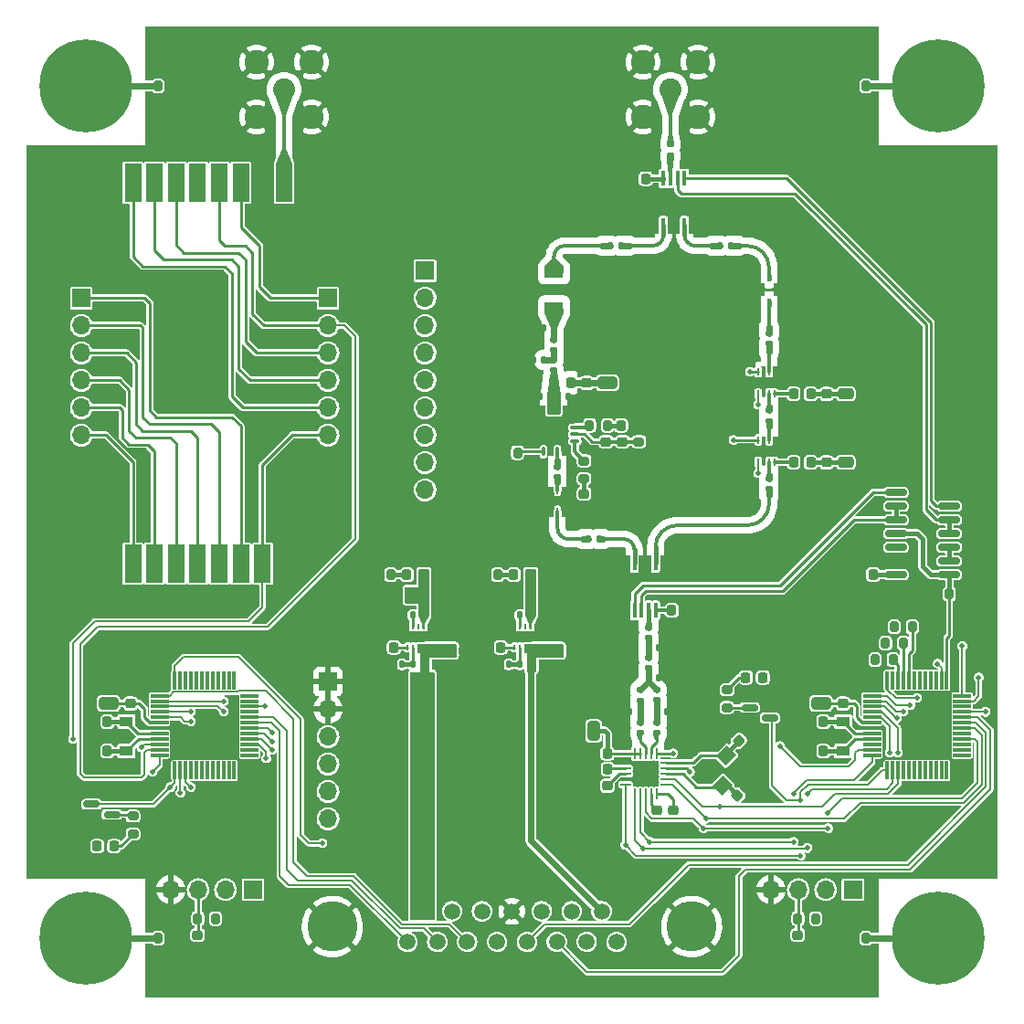
<source format=gbr>
%TF.GenerationSoftware,KiCad,Pcbnew,(6.0.8)*%
%TF.CreationDate,2023-02-25T01:36:39-08:00*%
%TF.ProjectId,RF_Board,52465f42-6f61-4726-942e-6b696361645f,rev?*%
%TF.SameCoordinates,Original*%
%TF.FileFunction,Copper,L1,Top*%
%TF.FilePolarity,Positive*%
%FSLAX46Y46*%
G04 Gerber Fmt 4.6, Leading zero omitted, Abs format (unit mm)*
G04 Created by KiCad (PCBNEW (6.0.8)) date 2023-02-25 01:36:39*
%MOMM*%
%LPD*%
G01*
G04 APERTURE LIST*
G04 Aperture macros list*
%AMRoundRect*
0 Rectangle with rounded corners*
0 $1 Rounding radius*
0 $2 $3 $4 $5 $6 $7 $8 $9 X,Y pos of 4 corners*
0 Add a 4 corners polygon primitive as box body*
4,1,4,$2,$3,$4,$5,$6,$7,$8,$9,$2,$3,0*
0 Add four circle primitives for the rounded corners*
1,1,$1+$1,$2,$3*
1,1,$1+$1,$4,$5*
1,1,$1+$1,$6,$7*
1,1,$1+$1,$8,$9*
0 Add four rect primitives between the rounded corners*
20,1,$1+$1,$2,$3,$4,$5,0*
20,1,$1+$1,$4,$5,$6,$7,0*
20,1,$1+$1,$6,$7,$8,$9,0*
20,1,$1+$1,$8,$9,$2,$3,0*%
%AMRotRect*
0 Rectangle, with rotation*
0 The origin of the aperture is its center*
0 $1 length*
0 $2 width*
0 $3 Rotation angle, in degrees counterclockwise*
0 Add horizontal line*
21,1,$1,$2,0,0,$3*%
G04 Aperture macros list end*
%TA.AperFunction,SMDPad,CuDef*%
%ADD10R,0.355600X0.558800*%
%TD*%
%TA.AperFunction,SMDPad,CuDef*%
%ADD11R,0.558800X1.244600*%
%TD*%
%TA.AperFunction,SMDPad,CuDef*%
%ADD12RoundRect,0.218750X0.218750X0.256250X-0.218750X0.256250X-0.218750X-0.256250X0.218750X-0.256250X0*%
%TD*%
%TA.AperFunction,SMDPad,CuDef*%
%ADD13RoundRect,0.140000X0.170000X-0.140000X0.170000X0.140000X-0.170000X0.140000X-0.170000X-0.140000X0*%
%TD*%
%TA.AperFunction,SMDPad,CuDef*%
%ADD14RoundRect,0.140000X-0.140000X-0.170000X0.140000X-0.170000X0.140000X0.170000X-0.140000X0.170000X0*%
%TD*%
%TA.AperFunction,SMDPad,CuDef*%
%ADD15RoundRect,0.225000X-0.250000X0.225000X-0.250000X-0.225000X0.250000X-0.225000X0.250000X0.225000X0*%
%TD*%
%TA.AperFunction,SMDPad,CuDef*%
%ADD16RoundRect,0.135000X0.135000X0.185000X-0.135000X0.185000X-0.135000X-0.185000X0.135000X-0.185000X0*%
%TD*%
%TA.AperFunction,SMDPad,CuDef*%
%ADD17RoundRect,0.200000X0.200000X0.275000X-0.200000X0.275000X-0.200000X-0.275000X0.200000X-0.275000X0*%
%TD*%
%TA.AperFunction,ComponentPad*%
%ADD18R,1.700000X1.700000*%
%TD*%
%TA.AperFunction,ComponentPad*%
%ADD19O,1.700000X1.700000*%
%TD*%
%TA.AperFunction,SMDPad,CuDef*%
%ADD20RoundRect,0.225000X0.225000X0.250000X-0.225000X0.250000X-0.225000X-0.250000X0.225000X-0.250000X0*%
%TD*%
%TA.AperFunction,SMDPad,CuDef*%
%ADD21RoundRect,0.140000X0.140000X0.170000X-0.140000X0.170000X-0.140000X-0.170000X0.140000X-0.170000X0*%
%TD*%
%TA.AperFunction,SMDPad,CuDef*%
%ADD22RoundRect,0.225000X-0.225000X-0.250000X0.225000X-0.250000X0.225000X0.250000X-0.225000X0.250000X0*%
%TD*%
%TA.AperFunction,SMDPad,CuDef*%
%ADD23RotRect,1.400000X1.200000X225.000000*%
%TD*%
%TA.AperFunction,SMDPad,CuDef*%
%ADD24R,0.203200X0.660400*%
%TD*%
%TA.AperFunction,SMDPad,CuDef*%
%ADD25R,1.193800X0.609600*%
%TD*%
%TA.AperFunction,SMDPad,CuDef*%
%ADD26RoundRect,0.218750X-0.218750X-0.256250X0.218750X-0.256250X0.218750X0.256250X-0.218750X0.256250X0*%
%TD*%
%TA.AperFunction,SMDPad,CuDef*%
%ADD27RoundRect,0.250000X0.250000X0.475000X-0.250000X0.475000X-0.250000X-0.475000X0.250000X-0.475000X0*%
%TD*%
%TA.AperFunction,SMDPad,CuDef*%
%ADD28RoundRect,0.011200X-0.768800X-0.128800X0.768800X-0.128800X0.768800X0.128800X-0.768800X0.128800X0*%
%TD*%
%TA.AperFunction,SMDPad,CuDef*%
%ADD29RoundRect,0.011200X0.128800X-0.768800X0.128800X0.768800X-0.128800X0.768800X-0.128800X-0.768800X0*%
%TD*%
%TA.AperFunction,SMDPad,CuDef*%
%ADD30RoundRect,0.250000X-0.650000X0.325000X-0.650000X-0.325000X0.650000X-0.325000X0.650000X0.325000X0*%
%TD*%
%TA.AperFunction,SMDPad,CuDef*%
%ADD31RoundRect,0.250000X-0.475000X0.250000X-0.475000X-0.250000X0.475000X-0.250000X0.475000X0.250000X0*%
%TD*%
%TA.AperFunction,SMDPad,CuDef*%
%ADD32RoundRect,0.200000X-0.200000X-0.275000X0.200000X-0.275000X0.200000X0.275000X-0.200000X0.275000X0*%
%TD*%
%TA.AperFunction,SMDPad,CuDef*%
%ADD33RoundRect,0.225000X-0.017678X0.335876X-0.335876X0.017678X0.017678X-0.335876X0.335876X-0.017678X0*%
%TD*%
%TA.AperFunction,ComponentPad*%
%ADD34C,1.500000*%
%TD*%
%TA.AperFunction,ComponentPad*%
%ADD35C,4.650000*%
%TD*%
%TA.AperFunction,SMDPad,CuDef*%
%ADD36RoundRect,0.200000X0.275000X-0.200000X0.275000X0.200000X-0.275000X0.200000X-0.275000X-0.200000X0*%
%TD*%
%TA.AperFunction,SMDPad,CuDef*%
%ADD37RoundRect,0.075000X0.075000X-0.337500X0.075000X0.337500X-0.075000X0.337500X-0.075000X-0.337500X0*%
%TD*%
%TA.AperFunction,SMDPad,CuDef*%
%ADD38RoundRect,0.075000X0.337500X-0.075000X0.337500X0.075000X-0.337500X0.075000X-0.337500X-0.075000X0*%
%TD*%
%TA.AperFunction,SMDPad,CuDef*%
%ADD39R,2.500000X2.500000*%
%TD*%
%TA.AperFunction,SMDPad,CuDef*%
%ADD40RoundRect,0.225000X0.250000X-0.225000X0.250000X0.225000X-0.250000X0.225000X-0.250000X-0.225000X0*%
%TD*%
%TA.AperFunction,SMDPad,CuDef*%
%ADD41R,1.524000X3.556000*%
%TD*%
%TA.AperFunction,SMDPad,CuDef*%
%ADD42R,6.000000X12.000000*%
%TD*%
%TA.AperFunction,SMDPad,CuDef*%
%ADD43RoundRect,0.147500X-0.147500X-0.172500X0.147500X-0.172500X0.147500X0.172500X-0.147500X0.172500X0*%
%TD*%
%TA.AperFunction,SMDPad,CuDef*%
%ADD44R,0.249999X0.499999*%
%TD*%
%TA.AperFunction,SMDPad,CuDef*%
%ADD45R,1.599999X0.900001*%
%TD*%
%TA.AperFunction,SMDPad,CuDef*%
%ADD46R,0.304800X0.558800*%
%TD*%
%TA.AperFunction,SMDPad,CuDef*%
%ADD47R,0.431800X1.397000*%
%TD*%
%TA.AperFunction,SMDPad,CuDef*%
%ADD48RoundRect,0.147500X0.172500X-0.147500X0.172500X0.147500X-0.172500X0.147500X-0.172500X-0.147500X0*%
%TD*%
%TA.AperFunction,SMDPad,CuDef*%
%ADD49RoundRect,0.200000X-0.275000X0.200000X-0.275000X-0.200000X0.275000X-0.200000X0.275000X0.200000X0*%
%TD*%
%TA.AperFunction,SMDPad,CuDef*%
%ADD50R,0.254000X0.660400*%
%TD*%
%TA.AperFunction,SMDPad,CuDef*%
%ADD51R,1.651000X0.889000*%
%TD*%
%TA.AperFunction,ComponentPad*%
%ADD52C,2.050000*%
%TD*%
%TA.AperFunction,ComponentPad*%
%ADD53C,2.250000*%
%TD*%
%TA.AperFunction,SMDPad,CuDef*%
%ADD54RoundRect,0.150000X0.587500X0.150000X-0.587500X0.150000X-0.587500X-0.150000X0.587500X-0.150000X0*%
%TD*%
%TA.AperFunction,SMDPad,CuDef*%
%ADD55R,0.600000X0.700000*%
%TD*%
%TA.AperFunction,SMDPad,CuDef*%
%ADD56RoundRect,0.250000X-0.325000X-0.650000X0.325000X-0.650000X0.325000X0.650000X-0.325000X0.650000X0*%
%TD*%
%TA.AperFunction,ComponentPad*%
%ADD57C,0.900000*%
%TD*%
%TA.AperFunction,ComponentPad*%
%ADD58C,8.600000*%
%TD*%
%TA.AperFunction,SMDPad,CuDef*%
%ADD59RoundRect,0.150000X-0.587500X-0.150000X0.587500X-0.150000X0.587500X0.150000X-0.587500X0.150000X0*%
%TD*%
%TA.AperFunction,SMDPad,CuDef*%
%ADD60RoundRect,0.225000X0.335876X0.017678X0.017678X0.335876X-0.335876X-0.017678X-0.017678X-0.335876X0*%
%TD*%
%TA.AperFunction,SMDPad,CuDef*%
%ADD61RoundRect,0.150000X0.825000X0.150000X-0.825000X0.150000X-0.825000X-0.150000X0.825000X-0.150000X0*%
%TD*%
%TA.AperFunction,SMDPad,CuDef*%
%ADD62RoundRect,0.250000X0.650000X-0.325000X0.650000X0.325000X-0.650000X0.325000X-0.650000X-0.325000X0*%
%TD*%
%TA.AperFunction,SMDPad,CuDef*%
%ADD63RoundRect,0.062500X0.062500X-0.425000X0.062500X0.425000X-0.062500X0.425000X-0.062500X-0.425000X0*%
%TD*%
%TA.AperFunction,SMDPad,CuDef*%
%ADD64RoundRect,0.062500X0.425000X-0.062500X0.425000X0.062500X-0.425000X0.062500X-0.425000X-0.062500X0*%
%TD*%
%TA.AperFunction,SMDPad,CuDef*%
%ADD65R,2.400000X2.400000*%
%TD*%
%TA.AperFunction,SMDPad,CuDef*%
%ADD66R,1.295400X0.965200*%
%TD*%
%TA.AperFunction,SMDPad,CuDef*%
%ADD67R,1.803400X1.041400*%
%TD*%
%TA.AperFunction,SMDPad,CuDef*%
%ADD68R,1.244600X0.609600*%
%TD*%
%TA.AperFunction,ViaPad*%
%ADD69C,0.508000*%
%TD*%
%TA.AperFunction,ViaPad*%
%ADD70C,0.800000*%
%TD*%
%TA.AperFunction,Conductor*%
%ADD71C,0.254000*%
%TD*%
%TA.AperFunction,Conductor*%
%ADD72C,0.203200*%
%TD*%
%TA.AperFunction,Conductor*%
%ADD73C,0.381000*%
%TD*%
%TA.AperFunction,Conductor*%
%ADD74C,0.330200*%
%TD*%
%TA.AperFunction,Conductor*%
%ADD75C,0.620000*%
%TD*%
%TA.AperFunction,Conductor*%
%ADD76C,0.431800*%
%TD*%
G04 APERTURE END LIST*
D10*
%TO.P,U9,1,RF_IN*%
%TO.N,Net-(C6-Pad1)*%
X68830063Y-23379300D03*
D11*
%TO.P,U9,2,GND*%
%TO.N,GND*%
X69477763Y-24408000D03*
D10*
%TO.P,U9,3,RF_OUT*%
%TO.N,Net-(C4-Pad2)*%
X68830063Y-25436700D03*
D11*
%TO.P,U9,4,GND*%
%TO.N,GND*%
X68182363Y-24408000D03*
%TD*%
D12*
%TO.P,L1,1,1*%
%TO.N,+5V*%
X72695000Y-40386000D03*
%TO.P,L1,2,2*%
%TO.N,Net-(L1-Pad2)*%
X71120000Y-40386000D03*
%TD*%
D13*
%TO.P,C35,1*%
%TO.N,Net-(C32-Pad2)*%
X57658000Y-56656000D03*
%TO.P,C35,2*%
%TO.N,Net-(C35-Pad2)*%
X57658000Y-55696000D03*
%TD*%
D14*
%TO.P,C21,1*%
%TO.N,GND*%
X46993004Y-30891282D03*
%TO.P,C21,2*%
%TO.N,Net-(C20-Pad2)*%
X47953004Y-30891282D03*
%TD*%
D15*
%TO.P,C15,1*%
%TO.N,/PA_VDET*%
X55245000Y-38481000D03*
%TO.P,C15,2*%
%TO.N,GND*%
X55245000Y-40031000D03*
%TD*%
D16*
%TO.P,R23,1*%
%TO.N,Net-(R23-Pad1)*%
X35814000Y-54549000D03*
%TO.P,R23,2*%
%TO.N,GND*%
X34794000Y-54549000D03*
%TD*%
D14*
%TO.P,C29,1*%
%TO.N,GND*%
X55908000Y-63500000D03*
%TO.P,C29,2*%
%TO.N,Net-(C28-Pad2)*%
X56868000Y-63500000D03*
%TD*%
D17*
%TO.P,R12,1*%
%TO.N,Net-(H1-Pad1)*%
X77825000Y-5500000D03*
%TO.P,R12,2*%
%TO.N,GND*%
X76175000Y-5500000D03*
%TD*%
D12*
%TO.P,D6,1,K*%
%TO.N,Net-(D6-Pad1)*%
X8122500Y-75971000D03*
%TO.P,D6,2,A*%
%TO.N,+3.3V*%
X6547500Y-75971000D03*
%TD*%
D18*
%TO.P,J6,1,Pin_1*%
%TO.N,/RFM_DIO3*%
X27949000Y-25168000D03*
D19*
%TO.P,J6,2,Pin_2*%
%TO.N,/RFM_DIO4*%
X27949000Y-27708000D03*
%TO.P,J6,3,Pin_3*%
%TO.N,/RFM_DIO0*%
X27949000Y-30248000D03*
%TO.P,J6,4,Pin_4*%
%TO.N,/RFM_DIO1*%
X27949000Y-32788000D03*
%TO.P,J6,5,Pin_5*%
%TO.N,/RFM_DIO2*%
X27949000Y-35328000D03*
%TO.P,J6,6,Pin_6*%
%TO.N,/RFM_DIO5*%
X27949000Y-37868000D03*
%TD*%
D20*
%TO.P,R5,1*%
%TO.N,Net-(R5-Pad1)*%
X53873000Y-68834000D03*
%TO.P,R5,2*%
%TO.N,GND*%
X52323000Y-68834000D03*
%TD*%
D21*
%TO.P,C1,1*%
%TO.N,Net-(C1-Pad1)*%
X53058000Y-47498000D03*
%TO.P,C1,2*%
%TO.N,Net-(C1-Pad2)*%
X52098000Y-47498000D03*
%TD*%
D22*
%TO.P,C41,1*%
%TO.N,GND*%
X72307000Y-67157600D03*
%TO.P,C41,2*%
%TO.N,/CC2500_XOUT*%
X73857000Y-67157600D03*
%TD*%
D14*
%TO.P,C22,1*%
%TO.N,GND*%
X47935000Y-27966000D03*
%TO.P,C22,2*%
%TO.N,Net-(C22-Pad2)*%
X48895000Y-27966000D03*
%TD*%
D23*
%TO.P,Y1,4,4*%
%TO.N,GND*%
X66057865Y-68784315D03*
%TO.P,Y1,3,3*%
%TO.N,Net-(Y1-Pad3)*%
X64502230Y-70339950D03*
%TO.P,Y1,2,2*%
%TO.N,GND*%
X63300149Y-69137869D03*
%TO.P,Y1,1,1*%
%TO.N,Net-(U3-Pad10)*%
X64855784Y-67582234D03*
%TD*%
D22*
%TO.P,C23,1*%
%TO.N,+5V*%
X55109000Y-36957000D03*
%TO.P,C23,2*%
%TO.N,GND*%
X56659000Y-36957000D03*
%TD*%
D21*
%TO.P,C32,1*%
%TO.N,GND*%
X58618000Y-57550000D03*
%TO.P,C32,2*%
%TO.N,Net-(C32-Pad2)*%
X57658000Y-57550000D03*
%TD*%
D15*
%TO.P,C55,1*%
%TO.N,/CC2500_SBWTDIO*%
X71501000Y-84201000D03*
%TO.P,C55,2*%
%TO.N,GND*%
X71501000Y-85751000D03*
%TD*%
D24*
%TO.P,U6,1,GND*%
%TO.N,GND*%
X48564800Y-44923900D03*
%TO.P,U6,2,RF_IN*%
%TO.N,Net-(C1-Pad2)*%
X49225200Y-44923900D03*
%TO.P,U6,3,GND*%
%TO.N,GND*%
X49885600Y-44923900D03*
%TO.P,U6,4,GND*%
X49885600Y-42968100D03*
%TO.P,U6,5,RF_OUT*%
%TO.N,Net-(C9-Pad1)*%
X49225200Y-42968100D03*
%TO.P,U6,6,GND*%
%TO.N,GND*%
X48564800Y-42968100D03*
D25*
%TO.P,U6,7,PAD*%
X49225200Y-43946000D03*
%TD*%
D15*
%TO.P,C47,1*%
%TO.N,+3.3V*%
X58420000Y-72645000D03*
%TO.P,C47,2*%
%TO.N,GND*%
X58420000Y-74195000D03*
%TD*%
D26*
%TO.P,D4,1,K*%
%TO.N,Net-(D4-Pad1)*%
X45161000Y-50800000D03*
%TO.P,D4,2,A*%
%TO.N,+3.3V*%
X46736000Y-50800000D03*
%TD*%
D17*
%TO.P,R2,1*%
%TO.N,/PA_EN*%
X45518000Y-39497000D03*
%TO.P,R2,2*%
%TO.N,GND*%
X43868000Y-39497000D03*
%TD*%
D27*
%TO.P,C50,1*%
%TO.N,GND*%
X48636000Y-52705000D03*
%TO.P,C50,2*%
%TO.N,+3.3V*%
X46736000Y-52705000D03*
%TD*%
D15*
%TO.P,C54,1*%
%TO.N,+5V*%
X51689000Y-43307000D03*
%TO.P,C54,2*%
%TO.N,GND*%
X51689000Y-44857000D03*
%TD*%
D28*
%TO.P,U2,1,P1.2/UCB0SIMO/UCB0SDA/TB0TRG/OA0-/A2/VEREF*%
%TO.N,/CC2500_TX_EMPTY*%
X78370000Y-62020000D03*
%TO.P,U2,2,P1.1/UCB0CLK/ACLK/OA0O/COMP0.1/A1*%
%TO.N,/CC2500_RX_OVERFLOW*%
X78370000Y-62520000D03*
%TO.P,U2,3,P1.0/UCB0STE/SMCLK/COMP0.0/A0/VEREF+*%
%TO.N,/CC2500_TX_OVERFLOW*%
X78370000Y-63020000D03*
%TO.P,U2,4,TEST/SBWTCK*%
%TO.N,/CC2500_SBWTCK*%
X78370000Y-63520000D03*
%TO.P,U2,5,~{RST~{/NMI/SBWTDIO}*%
%TO.N,/CC2500_SBWTDIO*%
X78370000Y-64020000D03*
%TO.P,U2,6,DVCC*%
%TO.N,+3.3V*%
X78370000Y-64520000D03*
%TO.P,U2,7,DVSS*%
%TO.N,GND*%
X78370000Y-65020000D03*
%TO.P,U2,8,P2.7/TB0CLK/XIN*%
%TO.N,/CC2500_XIN*%
X78370000Y-65520000D03*
%TO.P,U2,9,P2.6/MCLK/XOUT*%
%TO.N,/CC2500_XOUT*%
X78370000Y-66020000D03*
%TO.P,U2,10,P2.5/COMP1.0*%
%TO.N,unconnected-(U2-Pad10)*%
X78370000Y-66520000D03*
%TO.P,U2,11,P2.4/COMP1.1*%
%TO.N,/RFM_AUX_DIO0*%
X78370000Y-67020000D03*
%TO.P,U2,12,P4.7/UCB1SOMI/UCB1SCL*%
%TO.N,/CC2500_MISO*%
X78370000Y-67520000D03*
D29*
%TO.P,U2,13,P4.6/UCB1SIMO/UCB1SDA*%
%TO.N,/CC2500_MOSI*%
X79800000Y-68950000D03*
%TO.P,U2,14,P4.5/UCB1CLK*%
%TO.N,/CC2500_SCLK*%
X80300000Y-68950000D03*
%TO.P,U2,15,P4.4/UCB1STE*%
%TO.N,/CC2500_CSN*%
X80800000Y-68950000D03*
%TO.P,U2,16,P6.6/TB3CLK*%
%TO.N,unconnected-(U2-Pad16)*%
X81300000Y-68950000D03*
%TO.P,U2,17,P6.5/TB3.6*%
%TO.N,unconnected-(U2-Pad17)*%
X81800000Y-68950000D03*
%TO.P,U2,18,P6.4/TB3.5*%
%TO.N,unconnected-(U2-Pad18)*%
X82300000Y-68950000D03*
%TO.P,U2,19,P6.3/TB3.4*%
%TO.N,unconnected-(U2-Pad19)*%
X82800000Y-68950000D03*
%TO.P,U2,20,P6.2/TB3.3*%
%TO.N,unconnected-(U2-Pad20)*%
X83300000Y-68950000D03*
%TO.P,U2,21,P6.1/TB3.2*%
%TO.N,unconnected-(U2-Pad21)*%
X83800000Y-68950000D03*
%TO.P,U2,22,P6.0/TB3.1*%
%TO.N,unconnected-(U2-Pad22)*%
X84300000Y-68950000D03*
%TO.P,U2,23,P4.3/UCA1TXD/UCA1SIMO/~{UCA1TXD}*%
%TO.N,/CC2500_UART_TX_2*%
X84800000Y-68950000D03*
%TO.P,U2,24,P4.2/UCA1RXD/UCA1SOMI/~{UCA1RXD}*%
%TO.N,/CC2500_UART_RX_2*%
X85300000Y-68950000D03*
D28*
%TO.P,U2,25,P4.1/UCA1CLK*%
%TO.N,unconnected-(U2-Pad25)*%
X86730000Y-67520000D03*
%TO.P,U2,26,P4.0/UCA1STE/ISOTXD/ISORXD*%
%TO.N,unconnected-(U2-Pad26)*%
X86730000Y-67020000D03*
%TO.P,U2,27,P2.3/TB1TRG*%
%TO.N,unconnected-(U2-Pad27)*%
X86730000Y-66520000D03*
%TO.P,U2,28,P2.2/TB1CLK*%
%TO.N,/GDO2*%
X86730000Y-66020000D03*
%TO.P,U2,29,P2.1/TB1.2/COMP1.O*%
%TO.N,unconnected-(U2-Pad29)*%
X86730000Y-65520000D03*
%TO.P,U2,30,P2.0/TB1.1/COMP0.O*%
%TO.N,/GDO0*%
X86730000Y-65020000D03*
%TO.P,U2,31,P1.7/UCA0TXD/UCA0SIMO/TB0.2/TDO/OA1+/A7/VREF+*%
%TO.N,/CC2500_UART_TX*%
X86730000Y-64520000D03*
%TO.P,U2,32,P1.6/UCA0RXD/UCA0SOMI/TB0.1/TDI/TCLK/OA1-/A6*%
%TO.N,/CC2500_UART_RX*%
X86730000Y-64020000D03*
%TO.P,U2,33,P1.5/UCA0CLK/TMS/OA1O/A5*%
%TO.N,/PA_VDET*%
X86730000Y-63520000D03*
%TO.P,U2,34,P1.4/UCA0STE/TCK/A4*%
%TO.N,unconnected-(U2-Pad34)*%
X86730000Y-63020000D03*
%TO.P,U2,35,P3.7/OA3+*%
%TO.N,/RFM_AUX_RST*%
X86730000Y-62520000D03*
%TO.P,U2,36,P3.6/OA3-*%
%TO.N,/RFM_AUX_CSN*%
X86730000Y-62020000D03*
D29*
%TO.P,U2,37,P3.5/OA3O*%
%TO.N,/SBAND_TX_RX*%
X85300000Y-60590000D03*
%TO.P,U2,38,P3.4/SMCLK*%
%TO.N,/PA_EN*%
X84800000Y-60590000D03*
%TO.P,U2,39,P5.4*%
%TO.N,unconnected-(U2-Pad39)*%
X84300000Y-60590000D03*
%TO.P,U2,40,P5.3/TB2TRG/A11*%
%TO.N,unconnected-(U2-Pad40)*%
X83800000Y-60590000D03*
%TO.P,U2,41,P5.2/TB2CLK/A10*%
%TO.N,unconnected-(U2-Pad41)*%
X83300000Y-60590000D03*
%TO.P,U2,42,P5.1/TB2.2/MFM.TX/A9*%
%TO.N,unconnected-(U2-Pad42)*%
X82800000Y-60590000D03*
%TO.P,U2,43,P5.0/TB2.1/MFM.RX/A8*%
%TO.N,unconnected-(U2-Pad43)*%
X82300000Y-60590000D03*
%TO.P,U2,44,P3.3/OA2+*%
%TO.N,/LNA_SD*%
X81800000Y-60590000D03*
%TO.P,U2,45,P3.2/OA2-*%
%TO.N,/LNA_BP_B*%
X81300000Y-60590000D03*
%TO.P,U2,46,P3.1/OA2O*%
%TO.N,/LNA_BP_A*%
X80800000Y-60590000D03*
%TO.P,U2,47,P3.0/MCLK*%
%TO.N,unconnected-(U2-Pad47)*%
X80300000Y-60590000D03*
%TO.P,U2,48,P1.3/UCB0SOMI/UCB0SCL/OA0+/A3*%
%TO.N,/CC2500_RX_EMPTY*%
X79800000Y-60590000D03*
%TD*%
D17*
%TO.P,R25,1*%
%TO.N,+3.3V*%
X17525000Y-82677000D03*
%TO.P,R25,2*%
%TO.N,/RFM_SBWTDIO*%
X15875000Y-82677000D03*
%TD*%
D26*
%TO.P,D5,1,K*%
%TO.N,Net-(D5-Pad1)*%
X66675000Y-60325000D03*
%TO.P,D5,2,A*%
%TO.N,+3.3V*%
X68250000Y-60325000D03*
%TD*%
D22*
%TO.P,C42,1*%
%TO.N,GND*%
X5943000Y-64414400D03*
%TO.P,C42,2*%
%TO.N,/RFM_XIN*%
X7493000Y-64414400D03*
%TD*%
D27*
%TO.P,C53,1*%
%TO.N,GND*%
X38730000Y-52705000D03*
%TO.P,C53,2*%
%TO.N,+5V*%
X36830000Y-52705000D03*
%TD*%
D30*
%TO.P,C39,1*%
%TO.N,GND*%
X73660000Y-59788000D03*
%TO.P,C39,2*%
%TO.N,+3.3V*%
X73660000Y-62738000D03*
%TD*%
D31*
%TO.P,C7,1*%
%TO.N,GND*%
X75946000Y-38486000D03*
%TO.P,C7,2*%
%TO.N,+5V*%
X75946000Y-40386000D03*
%TD*%
D32*
%TO.P,R13,1*%
%TO.N,Net-(H2-Pad1)*%
X12175000Y-5500000D03*
%TO.P,R13,2*%
%TO.N,GND*%
X13825000Y-5500000D03*
%TD*%
D33*
%TO.P,C33,1*%
%TO.N,GND*%
X67009016Y-70150984D03*
%TO.P,C33,2*%
%TO.N,Net-(Y1-Pad3)*%
X65913000Y-71247000D03*
%TD*%
D18*
%TO.P,J9,1,Pin_1*%
%TO.N,/RFM_AUX_CSN*%
X36949000Y-22628000D03*
D19*
%TO.P,J9,2,Pin_2*%
%TO.N,/RFM_AUX_RST*%
X36949000Y-25168000D03*
%TO.P,J9,3,Pin_3*%
%TO.N,/RFM_AUX_DIO0*%
X36949000Y-27708000D03*
%TO.P,J9,4,Pin_4*%
%TO.N,/CC2500_CSN*%
X36949000Y-30248000D03*
%TO.P,J9,5,Pin_5*%
%TO.N,/GDO0*%
X36949000Y-32788000D03*
%TO.P,J9,6,Pin_6*%
%TO.N,/GDO2*%
X36949000Y-35328000D03*
%TO.P,J9,7,Pin_7*%
%TO.N,/CC2500_MISO*%
X36949000Y-37868000D03*
%TO.P,J9,8,Pin_8*%
%TO.N,/CC2500_SCLK*%
X36949000Y-40408000D03*
%TO.P,J9,9,Pin_9*%
%TO.N,/CC2500_MOSI*%
X36949000Y-42948000D03*
%TD*%
D13*
%TO.P,C28,1*%
%TO.N,Net-(C28-Pad1)*%
X56868000Y-65480000D03*
%TO.P,C28,2*%
%TO.N,Net-(C28-Pad2)*%
X56868000Y-64520000D03*
%TD*%
%TO.P,C9,1*%
%TO.N,Net-(C9-Pad1)*%
X49225200Y-41755000D03*
%TO.P,C9,2*%
%TO.N,Net-(C9-Pad2)*%
X49225200Y-40795000D03*
%TD*%
D34*
%TO.P,J8,1,1*%
%TO.N,/RFM_UART_TX*%
X35305000Y-84840000D03*
%TO.P,J8,2,2*%
%TO.N,/RFM_UART_RX*%
X38075000Y-84840000D03*
%TO.P,J8,3,3*%
%TO.N,/RFM_TX_EMPTY*%
X40845000Y-84840000D03*
%TO.P,J8,4,4*%
%TO.N,/RFM_RX_EMPTY*%
X43615000Y-84840000D03*
%TO.P,J8,5,5*%
%TO.N,/CC2500_UART_TX*%
X46385000Y-84840000D03*
%TO.P,J8,6,6*%
%TO.N,/CC2500_UART_RX*%
X49155000Y-84840000D03*
%TO.P,J8,7,7*%
%TO.N,/CC2500_TX_EMPTY*%
X51925000Y-84840000D03*
%TO.P,J8,8,8*%
%TO.N,/CC2500_RX_EMPTY*%
X54695000Y-84840000D03*
%TO.P,J8,9,9*%
%TO.N,/5V0_IN*%
X36690000Y-82000000D03*
%TO.P,J8,10,10*%
%TO.N,/RFM_TX_OVERFLOW*%
X39460000Y-82000000D03*
%TO.P,J8,11,11*%
%TO.N,/RFM_RX_OVERFLOW*%
X42230000Y-82000000D03*
%TO.P,J8,12,12*%
%TO.N,GND*%
X45000000Y-82000000D03*
%TO.P,J8,13,13*%
%TO.N,/CC2500_TX_OVERFLOW*%
X47770000Y-82000000D03*
%TO.P,J8,14,14*%
%TO.N,/CC2500_RX_OVERFLOW*%
X50540000Y-82000000D03*
%TO.P,J8,15,15*%
%TO.N,/3V3_IN*%
X53310000Y-82000000D03*
D35*
%TO.P,J8,MH1,MH1*%
%TO.N,GND*%
X28350000Y-83420000D03*
%TO.P,J8,MH2,MH2*%
X61650000Y-83420000D03*
%TD*%
D36*
%TO.P,R3,1*%
%TO.N,+5V*%
X51689000Y-41909000D03*
%TO.P,R3,2*%
%TO.N,Net-(R3-Pad2)*%
X51689000Y-40259000D03*
%TD*%
D18*
%TO.P,J7,1,Pin_1*%
%TO.N,GND*%
X27949000Y-60728000D03*
D19*
%TO.P,J7,2,Pin_2*%
X27949000Y-63268000D03*
%TO.P,J7,3,Pin_3*%
%TO.N,+5V*%
X27949000Y-65808000D03*
%TO.P,J7,4,Pin_4*%
X27949000Y-68348000D03*
%TO.P,J7,5,Pin_5*%
%TO.N,unconnected-(J7-Pad5)*%
X27949000Y-70888000D03*
%TO.P,J7,6,Pin_6*%
%TO.N,unconnected-(J7-Pad6)*%
X27949000Y-73428000D03*
%TD*%
D37*
%TO.P,U7,1,PA_EN*%
%TO.N,/PA_EN*%
X47920000Y-39402500D03*
%TO.P,U7,2,GND*%
%TO.N,GND*%
X48570000Y-39402500D03*
%TO.P,U7,3,RF_IN*%
%TO.N,Net-(C9-Pad2)*%
X49220000Y-39402500D03*
%TO.P,U7,4,GND*%
%TO.N,GND*%
X49870000Y-39402500D03*
D38*
%TO.P,U7,5,VCC1*%
%TO.N,Net-(R3-Pad2)*%
X50832500Y-38440000D03*
%TO.P,U7,6,VDET*%
%TO.N,/PA_VDET*%
X50832500Y-37790000D03*
%TO.P,U7,7,VCC2*%
%TO.N,Net-(R4-Pad1)*%
X50832500Y-37140000D03*
%TO.P,U7,8,GND*%
%TO.N,GND*%
X50832500Y-36490000D03*
D37*
%TO.P,U7,9,GND*%
X49870000Y-35527500D03*
%TO.P,U7,10,RFOUT*%
%TO.N,Net-(C16-Pad1)*%
X49220000Y-35527500D03*
%TO.P,U7,11,RFOUT*%
X48570000Y-35527500D03*
%TO.P,U7,12,GND*%
%TO.N,GND*%
X47920000Y-35527500D03*
D38*
%TO.P,U7,13,GND*%
X46957500Y-36490000D03*
%TO.P,U7,14,GND*%
X46957500Y-37140000D03*
%TO.P,U7,15,GND*%
X46957500Y-37790000D03*
%TO.P,U7,16,GND*%
X46957500Y-38440000D03*
D39*
%TO.P,U7,17,PAD*%
X48895000Y-37465000D03*
%TD*%
D22*
%TO.P,C12,1*%
%TO.N,+5V*%
X59811499Y-54102000D03*
%TO.P,C12,2*%
%TO.N,GND*%
X61361499Y-54102000D03*
%TD*%
D18*
%TO.P,J5,1,Pin_1*%
%TO.N,/RFM_RST*%
X5089000Y-25168000D03*
D19*
%TO.P,J5,2,Pin_2*%
%TO.N,/RFM_CSN*%
X5089000Y-27708000D03*
%TO.P,J5,3,Pin_3*%
%TO.N,/RFM_SCLK*%
X5089000Y-30248000D03*
%TO.P,J5,4,Pin_4*%
%TO.N,/RFM_MOSI*%
X5089000Y-32788000D03*
%TO.P,J5,5,Pin_5*%
%TO.N,/RFM_MISO*%
X5089000Y-35328000D03*
%TO.P,J5,6,Pin_6*%
%TO.N,/RFM_3V3_OUT*%
X5089000Y-37868000D03*
%TD*%
D40*
%TO.P,C38,1*%
%TO.N,+3.3V*%
X75692000Y-62738000D03*
%TO.P,C38,2*%
%TO.N,GND*%
X75692000Y-61188000D03*
%TD*%
D17*
%TO.P,R24,1*%
%TO.N,+3.3V*%
X73151000Y-82677000D03*
%TO.P,R24,2*%
%TO.N,/CC2500_SBWTDIO*%
X71501000Y-82677000D03*
%TD*%
D41*
%TO.P,U13,1,3V3_OUT*%
%TO.N,/RFM_3V3_OUT*%
X9876000Y-49784000D03*
%TO.P,U13,2,MISO*%
%TO.N,/RFM_MISO*%
X11876000Y-49784000D03*
%TO.P,U13,3,MOSI*%
%TO.N,/RFM_MOSI*%
X13876000Y-49784000D03*
%TO.P,U13,4,SCK*%
%TO.N,/RFM_SCLK*%
X15876000Y-49784000D03*
%TO.P,U13,5,NSS*%
%TO.N,/RFM_CSN*%
X17876000Y-49784000D03*
%TO.P,U13,6,RESET*%
%TO.N,/RFM_RST*%
X19876000Y-49784000D03*
%TO.P,U13,7,DIO5*%
%TO.N,/RFM_DIO5*%
X21876000Y-49784000D03*
%TO.P,U13,8,GND*%
%TO.N,GND*%
X23876000Y-49784000D03*
%TO.P,U13,9,DIO2*%
%TO.N,/RFM_DIO2*%
X9876000Y-14478000D03*
%TO.P,U13,10,DIO1*%
%TO.N,/RFM_DIO1*%
X11876000Y-14478000D03*
%TO.P,U13,11,DIO0*%
%TO.N,/RFM_DIO0*%
X13876000Y-14478000D03*
%TO.P,U13,12,VCC*%
%TO.N,+5V*%
X15876000Y-14478000D03*
%TO.P,U13,13,DIO4*%
%TO.N,/RFM_DIO4*%
X17876000Y-14478000D03*
%TO.P,U13,14,DIO3*%
%TO.N,/RFM_DIO3*%
X19876000Y-14478000D03*
%TO.P,U13,15,GND*%
%TO.N,GND*%
X21876000Y-14478000D03*
%TO.P,U13,16,ANT*%
%TO.N,Net-(J3-Pad1)*%
X23876000Y-14478000D03*
D42*
%TO.P,U13,17,PAD*%
%TO.N,GND*%
X15376000Y-28978000D03*
%TD*%
D13*
%TO.P,C2,1*%
%TO.N,Net-(C2-Pad1)*%
X68834000Y-42870000D03*
%TO.P,C2,2*%
%TO.N,Net-(C2-Pad2)*%
X68834000Y-41910000D03*
%TD*%
D43*
%TO.P,L4,1,1*%
%TO.N,Net-(C27-Pad2)*%
X58420000Y-63500000D03*
%TO.P,L4,2,2*%
%TO.N,GND*%
X59390000Y-63500000D03*
%TD*%
D44*
%TO.P,U15,1,DV_DT*%
%TO.N,Net-(C52-Pad1)*%
X35331002Y-57531001D03*
%TO.P,U15,2,EN_UVLO*%
%TO.N,Net-(R21-Pad2)*%
X35831001Y-57531001D03*
%TO.P,U15,3,IN*%
%TO.N,/5V0_IN*%
X36331003Y-57531001D03*
%TO.P,U15,4,IN*%
X36831001Y-57531001D03*
%TO.P,U15,5,OUT*%
%TO.N,+5V*%
X36831001Y-55630999D03*
%TO.P,U15,6,FLT_N*%
%TO.N,unconnected-(U15-Pad6)*%
X36331003Y-55630999D03*
%TO.P,U15,7,ILM*%
%TO.N,Net-(R23-Pad1)*%
X35831001Y-55630999D03*
%TO.P,U15,8,GND*%
%TO.N,GND*%
X35331002Y-55630999D03*
D45*
%TO.P,U15,9,GND*%
X36081000Y-56581000D03*
%TD*%
D46*
%TO.P,D1,1,A1*%
%TO.N,/3V3_IN*%
X49576401Y-57850999D03*
%TO.P,D1,2,A2*%
%TO.N,GND*%
X50271599Y-57850999D03*
%TD*%
D15*
%TO.P,C36,1*%
%TO.N,+3.3V*%
X53848000Y-70358000D03*
%TO.P,C36,2*%
%TO.N,GND*%
X53848000Y-71908000D03*
%TD*%
D13*
%TO.P,C27,1*%
%TO.N,Net-(C27-Pad1)*%
X58420000Y-65480000D03*
%TO.P,C27,2*%
%TO.N,Net-(C27-Pad2)*%
X58420000Y-64520000D03*
%TD*%
D15*
%TO.P,C26,1*%
%TO.N,Net-(C26-Pad1)*%
X59944000Y-72645000D03*
%TO.P,C26,2*%
%TO.N,GND*%
X59944000Y-74195000D03*
%TD*%
D47*
%TO.P,U4,1,A*%
%TO.N,/SW1_A*%
X56358000Y-54102000D03*
%TO.P,U4,2,B*%
%TO.N,/SW1_B*%
X57007998Y-54102000D03*
%TO.P,U4,3,RFC*%
%TO.N,Net-(C35-Pad2)*%
X57658000Y-54102000D03*
%TO.P,U4,4,VDD*%
%TO.N,+5V*%
X58307998Y-54102000D03*
%TO.P,U4,5,RF1*%
%TO.N,Net-(C2-Pad1)*%
X58307998Y-49707800D03*
%TO.P,U4,6,GND*%
%TO.N,GND*%
X57658000Y-49707800D03*
%TO.P,U4,7,GND*%
X57007998Y-49707800D03*
%TO.P,U4,8,RF2*%
%TO.N,Net-(C1-Pad1)*%
X56358000Y-49707800D03*
%TD*%
D20*
%TO.P,C13,1*%
%TO.N,+5V*%
X57404000Y-14097000D03*
%TO.P,C13,2*%
%TO.N,GND*%
X55854000Y-14097000D03*
%TD*%
D22*
%TO.P,C46,1*%
%TO.N,GND*%
X52298000Y-67360000D03*
%TO.P,C46,2*%
%TO.N,+3.3V*%
X53848000Y-67360000D03*
%TD*%
D48*
%TO.P,L6,1,1*%
%TO.N,Net-(C30-Pad2)*%
X57658000Y-59436000D03*
%TO.P,L6,2,2*%
%TO.N,Net-(C32-Pad2)*%
X57658000Y-58466000D03*
%TD*%
D32*
%TO.P,R14,1*%
%TO.N,Net-(H3-Pad1)*%
X12175000Y-84500000D03*
%TO.P,R14,2*%
%TO.N,GND*%
X13825000Y-84500000D03*
%TD*%
D21*
%TO.P,C31,1*%
%TO.N,GND*%
X58618000Y-60325000D03*
%TO.P,C31,2*%
%TO.N,Net-(C30-Pad2)*%
X57658000Y-60325000D03*
%TD*%
D49*
%TO.P,R16,1*%
%TO.N,Net-(D5-Pad1)*%
X64922500Y-61469000D03*
%TO.P,R16,2*%
%TO.N,Net-(Q1-Pad3)*%
X64922500Y-63119000D03*
%TD*%
D50*
%TO.P,U10,1,GND*%
%TO.N,GND*%
X69330189Y-38310300D03*
%TO.P,U10,2,RF_IN*%
%TO.N,Net-(C3-Pad1)*%
X68830063Y-38310300D03*
%TO.P,U10,3,NC*%
%TO.N,GND*%
X68329937Y-38310300D03*
%TO.P,U10,4,V_BYP*%
%TO.N,/LNA_BP_A*%
X67829811Y-38310300D03*
%TO.P,U10,5,V_SD*%
%TO.N,/LNA_SD*%
X67829811Y-40367700D03*
%TO.P,U10,6,GND*%
%TO.N,GND*%
X68329937Y-40367700D03*
%TO.P,U10,7,RF_OUT*%
%TO.N,Net-(C2-Pad2)*%
X68830063Y-40367700D03*
%TO.P,U10,8,VDD*%
%TO.N,Net-(L1-Pad2)*%
X69330189Y-40367700D03*
D51*
%TO.P,U10,9,PAD*%
%TO.N,GND*%
X68580000Y-39339000D03*
%TD*%
D13*
%TO.P,C30,1*%
%TO.N,Net-(C27-Pad2)*%
X58420000Y-62428000D03*
%TO.P,C30,2*%
%TO.N,Net-(C30-Pad2)*%
X58420000Y-61468000D03*
%TD*%
D15*
%TO.P,C14,1*%
%TO.N,/PA_VDET*%
X53721000Y-38481000D03*
%TO.P,C14,2*%
%TO.N,GND*%
X53721000Y-40031000D03*
%TD*%
D32*
%TO.P,R4,1*%
%TO.N,Net-(R4-Pad1)*%
X52197000Y-36957000D03*
%TO.P,R4,2*%
%TO.N,+5V*%
X53847000Y-36957000D03*
%TD*%
D44*
%TO.P,U14,1,DV_DT*%
%TO.N,Net-(C49-Pad1)*%
X45237002Y-57531000D03*
%TO.P,U14,2,EN_UVLO*%
%TO.N,Net-(R18-Pad2)*%
X45737001Y-57531000D03*
%TO.P,U14,3,IN*%
%TO.N,/3V3_IN*%
X46237003Y-57531000D03*
%TO.P,U14,4,IN*%
X46737001Y-57531000D03*
%TO.P,U14,5,OUT*%
%TO.N,+3.3V*%
X46737001Y-55630998D03*
%TO.P,U14,6,FLT_N*%
%TO.N,unconnected-(U14-Pad6)*%
X46237003Y-55630998D03*
%TO.P,U14,7,ILM*%
%TO.N,Net-(R20-Pad1)*%
X45737001Y-55630998D03*
%TO.P,U14,8,GND*%
%TO.N,GND*%
X45237002Y-55630998D03*
D45*
%TO.P,U14,9,GND*%
X45987000Y-56580999D03*
%TD*%
D16*
%TO.P,R20,1*%
%TO.N,Net-(R20-Pad1)*%
X45720000Y-54548999D03*
%TO.P,R20,2*%
%TO.N,GND*%
X44700000Y-54548999D03*
%TD*%
D15*
%TO.P,C51,1*%
%TO.N,/5V0_IN*%
X38113003Y-57645000D03*
%TO.P,C51,2*%
%TO.N,GND*%
X38113003Y-59195000D03*
%TD*%
D48*
%TO.P,L5,1,1*%
%TO.N,Net-(C28-Pad2)*%
X56868000Y-62461000D03*
%TO.P,L5,2,2*%
%TO.N,Net-(C30-Pad2)*%
X56868000Y-61491000D03*
%TD*%
D31*
%TO.P,C10,1*%
%TO.N,GND*%
X75946000Y-32136000D03*
%TO.P,C10,2*%
%TO.N,+5V*%
X75946000Y-34036000D03*
%TD*%
D32*
%TO.P,R8,1*%
%TO.N,+3.3V*%
X80455000Y-55626000D03*
%TO.P,R8,2*%
%TO.N,/LNA_SD*%
X82105000Y-55626000D03*
%TD*%
D16*
%TO.P,R21,1*%
%TO.N,/5V0_IN*%
X36843000Y-59121000D03*
%TO.P,R21,2*%
%TO.N,Net-(R21-Pad2)*%
X35823000Y-59121000D03*
%TD*%
D15*
%TO.P,C8,1*%
%TO.N,GND*%
X74168000Y-38836000D03*
%TO.P,C8,2*%
%TO.N,+5V*%
X74168000Y-40386000D03*
%TD*%
D17*
%TO.P,R6,1*%
%TO.N,Net-(D3-Pad1)*%
X33756500Y-50800000D03*
%TO.P,R6,2*%
%TO.N,GND*%
X32106500Y-50800000D03*
%TD*%
D32*
%TO.P,R9,1*%
%TO.N,+3.3V*%
X78677000Y-58674000D03*
%TO.P,R9,2*%
%TO.N,/LNA_BP_A*%
X80327000Y-58674000D03*
%TD*%
D52*
%TO.P,J3,1,In*%
%TO.N,Net-(J3-Pad1)*%
X23876000Y-5842000D03*
D53*
%TO.P,J3,2,Ext*%
%TO.N,GND*%
X26416000Y-8382000D03*
X21336000Y-8382000D03*
X26416000Y-3302000D03*
X21336000Y-3302000D03*
%TD*%
D21*
%TO.P,C6,1*%
%TO.N,Net-(C6-Pad1)*%
X65250000Y-20320000D03*
%TO.P,C6,2*%
%TO.N,Net-(C6-Pad2)*%
X64290000Y-20320000D03*
%TD*%
D54*
%TO.P,Q1,1,G*%
%TO.N,/CC2500_MOSI*%
X68908000Y-64069000D03*
%TO.P,Q1,2,S*%
%TO.N,GND*%
X68908000Y-62169000D03*
%TO.P,Q1,3,D*%
%TO.N,Net-(Q1-Pad3)*%
X67033000Y-63119000D03*
%TD*%
D15*
%TO.P,C11,1*%
%TO.N,GND*%
X74168000Y-32486000D03*
%TO.P,C11,2*%
%TO.N,+5V*%
X74168000Y-34036000D03*
%TD*%
D55*
%TO.P,D2,1,K*%
%TO.N,+3.3V*%
X46736000Y-54356000D03*
%TO.P,D2,2,A*%
%TO.N,GND*%
X48136000Y-54356000D03*
%TD*%
D56*
%TO.P,C37,1*%
%TO.N,GND*%
X49628000Y-65278000D03*
%TO.P,C37,2*%
%TO.N,+3.3V*%
X52578000Y-65278000D03*
%TD*%
D22*
%TO.P,C44,1*%
%TO.N,GND*%
X5943000Y-67157600D03*
%TO.P,C44,2*%
%TO.N,/RFM_XOUT*%
X7493000Y-67157600D03*
%TD*%
D16*
%TO.P,R18,1*%
%TO.N,/3V3_IN*%
X46749000Y-59120999D03*
%TO.P,R18,2*%
%TO.N,Net-(R18-Pad2)*%
X45729000Y-59120999D03*
%TD*%
D14*
%TO.P,C5,1*%
%TO.N,Net-(C5-Pad1)*%
X54130000Y-20320000D03*
%TO.P,C5,2*%
%TO.N,Net-(C5-Pad2)*%
X55090000Y-20320000D03*
%TD*%
D13*
%TO.P,C4,1*%
%TO.N,Net-(C4-Pad1)*%
X68830063Y-29388000D03*
%TO.P,C4,2*%
%TO.N,Net-(C4-Pad2)*%
X68830063Y-28428000D03*
%TD*%
D57*
%TO.P,H3,1,1*%
%TO.N,Net-(H3-Pad1)*%
X5500000Y-81275000D03*
X7780419Y-82219581D03*
X8725000Y-84500000D03*
X5500000Y-87725000D03*
D58*
X5500000Y-84500000D03*
D57*
X7780419Y-86780419D03*
X3219581Y-86780419D03*
X3219581Y-82219581D03*
X2275000Y-84500000D03*
%TD*%
D32*
%TO.P,R10,1*%
%TO.N,+3.3V*%
X79634000Y-57150000D03*
%TO.P,R10,2*%
%TO.N,/LNA_BP_B*%
X81284000Y-57150000D03*
%TD*%
D40*
%TO.P,C19,1*%
%TO.N,+5V*%
X51943000Y-33020000D03*
%TO.P,C19,2*%
%TO.N,GND*%
X51943000Y-31470000D03*
%TD*%
D28*
%TO.P,U1,1,P1.2/UCB0SIMO/UCB0SDA/TB0TRG/OA0-/A2/VEREF*%
%TO.N,/RFM_TX_EMPTY*%
X12330000Y-62020000D03*
%TO.P,U1,2,P1.1/UCB0CLK/ACLK/OA0O/COMP0.1/A1*%
%TO.N,/RFM_RX_OVERFLOW*%
X12330000Y-62520000D03*
%TO.P,U1,3,P1.0/UCB0STE/SMCLK/COMP0.0/A0/VEREF+*%
%TO.N,/RFM_TX_OVERFLOW*%
X12330000Y-63020000D03*
%TO.P,U1,4,TEST/SBWTCK*%
%TO.N,/RFM_SBWTCK*%
X12330000Y-63520000D03*
%TO.P,U1,5,~{RST~{/NMI/SBWTDIO}*%
%TO.N,/RFM_SBWTDIO*%
X12330000Y-64020000D03*
%TO.P,U1,6,DVCC*%
%TO.N,+3.3V*%
X12330000Y-64520000D03*
%TO.P,U1,7,DVSS*%
%TO.N,GND*%
X12330000Y-65020000D03*
%TO.P,U1,8,P2.7/TB0CLK/XIN*%
%TO.N,/RFM_XIN*%
X12330000Y-65520000D03*
%TO.P,U1,9,P2.6/MCLK/XOUT*%
%TO.N,/RFM_XOUT*%
X12330000Y-66020000D03*
%TO.P,U1,10,P2.5/COMP1.0*%
%TO.N,/RFM_DIO5*%
X12330000Y-66520000D03*
%TO.P,U1,11,P2.4/COMP1.1*%
%TO.N,/RFM_DIO4*%
X12330000Y-67020000D03*
%TO.P,U1,12,P4.7/UCB1SOMI/UCB1SCL*%
%TO.N,/RFM_MISO*%
X12330000Y-67520000D03*
D29*
%TO.P,U1,13,P4.6/UCB1SIMO/UCB1SDA*%
%TO.N,/RFM_MOSI*%
X13760000Y-68950000D03*
%TO.P,U1,14,P4.5/UCB1CLK*%
%TO.N,/RFM_SCLK*%
X14260000Y-68950000D03*
%TO.P,U1,15,P4.4/UCB1STE*%
%TO.N,/RFM_CSN*%
X14760000Y-68950000D03*
%TO.P,U1,16,P6.6/TB3CLK*%
%TO.N,unconnected-(U1-Pad16)*%
X15260000Y-68950000D03*
%TO.P,U1,17,P6.5/TB3.6*%
%TO.N,unconnected-(U1-Pad17)*%
X15760000Y-68950000D03*
%TO.P,U1,18,P6.4/TB3.5*%
%TO.N,unconnected-(U1-Pad18)*%
X16260000Y-68950000D03*
%TO.P,U1,19,P6.3/TB3.4*%
%TO.N,unconnected-(U1-Pad19)*%
X16760000Y-68950000D03*
%TO.P,U1,20,P6.2/TB3.3*%
%TO.N,unconnected-(U1-Pad20)*%
X17260000Y-68950000D03*
%TO.P,U1,21,P6.1/TB3.2*%
%TO.N,unconnected-(U1-Pad21)*%
X17760000Y-68950000D03*
%TO.P,U1,22,P6.0/TB3.1*%
%TO.N,unconnected-(U1-Pad22)*%
X18260000Y-68950000D03*
%TO.P,U1,23,P4.3/UCA1TXD/UCA1SIMO/~{UCA1TXD}*%
%TO.N,/RFM_UART_TX_2*%
X18760000Y-68950000D03*
%TO.P,U1,24,P4.2/UCA1RXD/UCA1SOMI/~{UCA1RXD}*%
%TO.N,/RFM_UART_RX_2*%
X19260000Y-68950000D03*
D28*
%TO.P,U1,25,P4.1/UCA1CLK*%
%TO.N,unconnected-(U1-Pad25)*%
X20690000Y-67520000D03*
%TO.P,U1,26,P4.0/UCA1STE/ISOTXD/ISORXD*%
%TO.N,unconnected-(U1-Pad26)*%
X20690000Y-67020000D03*
%TO.P,U1,27,P2.3/TB1TRG*%
%TO.N,/RFM_DIO3*%
X20690000Y-66520000D03*
%TO.P,U1,28,P2.2/TB1CLK*%
%TO.N,/RFM_DIO2*%
X20690000Y-66020000D03*
%TO.P,U1,29,P2.1/TB1.2/COMP1.O*%
%TO.N,/RFM_DIO1*%
X20690000Y-65520000D03*
%TO.P,U1,30,P2.0/TB1.1/COMP0.O*%
%TO.N,/RFM_DIO0*%
X20690000Y-65020000D03*
%TO.P,U1,31,P1.7/UCA0TXD/UCA0SIMO/TB0.2/TDO/OA1+/A7/VREF+*%
%TO.N,/RFM_UART_TX*%
X20690000Y-64520000D03*
%TO.P,U1,32,P1.6/UCA0RXD/UCA0SOMI/TB0.1/TDI/TCLK/OA1-/A6*%
%TO.N,/RFM_UART_RX*%
X20690000Y-64020000D03*
%TO.P,U1,33,P1.5/UCA0CLK/TMS/OA1O/A5*%
%TO.N,unconnected-(U1-Pad33)*%
X20690000Y-63520000D03*
%TO.P,U1,34,P1.4/UCA0STE/TCK/A4*%
%TO.N,/RFM_RST*%
X20690000Y-63020000D03*
%TO.P,U1,35,P3.7/OA3+*%
%TO.N,unconnected-(U1-Pad35)*%
X20690000Y-62520000D03*
%TO.P,U1,36,P3.6/OA3-*%
%TO.N,unconnected-(U1-Pad36)*%
X20690000Y-62020000D03*
D29*
%TO.P,U1,37,P3.5/OA3O*%
%TO.N,unconnected-(U1-Pad37)*%
X19260000Y-60590000D03*
%TO.P,U1,38,P3.4/SMCLK*%
%TO.N,unconnected-(U1-Pad38)*%
X18760000Y-60590000D03*
%TO.P,U1,39,P5.4*%
%TO.N,unconnected-(U1-Pad39)*%
X18260000Y-60590000D03*
%TO.P,U1,40,P5.3/TB2TRG/A11*%
%TO.N,unconnected-(U1-Pad40)*%
X17760000Y-60590000D03*
%TO.P,U1,41,P5.2/TB2CLK/A10*%
%TO.N,unconnected-(U1-Pad41)*%
X17260000Y-60590000D03*
%TO.P,U1,42,P5.1/TB2.2/MFM.TX/A9*%
%TO.N,unconnected-(U1-Pad42)*%
X16760000Y-60590000D03*
%TO.P,U1,43,P5.0/TB2.1/MFM.RX/A8*%
%TO.N,unconnected-(U1-Pad43)*%
X16260000Y-60590000D03*
%TO.P,U1,44,P3.3/OA2+*%
%TO.N,unconnected-(U1-Pad44)*%
X15760000Y-60590000D03*
%TO.P,U1,45,P3.2/OA2-*%
%TO.N,unconnected-(U1-Pad45)*%
X15260000Y-60590000D03*
%TO.P,U1,46,P3.1/OA2O*%
%TO.N,unconnected-(U1-Pad46)*%
X14760000Y-60590000D03*
%TO.P,U1,47,P3.0/MCLK*%
%TO.N,unconnected-(U1-Pad47)*%
X14260000Y-60590000D03*
%TO.P,U1,48,P1.3/UCB0SOMI/UCB0SCL/OA0+/A3*%
%TO.N,/RFM_RX_EMPTY*%
X13760000Y-60590000D03*
%TD*%
D16*
%TO.P,R22,1*%
%TO.N,Net-(R21-Pad2)*%
X34811000Y-59121000D03*
%TO.P,R22,2*%
%TO.N,GND*%
X33791000Y-59121000D03*
%TD*%
D57*
%TO.P,H4,1,1*%
%TO.N,Net-(H4-Pad1)*%
X82219581Y-86780419D03*
X82219581Y-82219581D03*
X84500000Y-87725000D03*
X81275000Y-84500000D03*
X86780419Y-82219581D03*
X87725000Y-84500000D03*
X86780419Y-86780419D03*
X84500000Y-81275000D03*
D58*
X84500000Y-84500000D03*
%TD*%
D59*
%TO.P,Q2,1,G*%
%TO.N,/RFM_MOSI*%
X6047500Y-72075000D03*
%TO.P,Q2,2,S*%
%TO.N,GND*%
X6047500Y-73975000D03*
%TO.P,Q2,3,D*%
%TO.N,Net-(Q2-Pad3)*%
X7922500Y-73025000D03*
%TD*%
D17*
%TO.P,R11,1*%
%TO.N,/SBAND_TX_RX*%
X85552000Y-52578000D03*
%TO.P,R11,2*%
%TO.N,GND*%
X83902000Y-52578000D03*
%TD*%
%TO.P,R7,1*%
%TO.N,Net-(D4-Pad1)*%
X43662500Y-50800000D03*
%TO.P,R7,2*%
%TO.N,GND*%
X42012500Y-50800000D03*
%TD*%
D58*
%TO.P,H2,1,1*%
%TO.N,Net-(H2-Pad1)*%
X5500000Y-5500000D03*
D57*
X3219581Y-7780419D03*
X2275000Y-5500000D03*
X3219581Y-3219581D03*
X7780419Y-3219581D03*
X5500000Y-8725000D03*
X5500000Y-2275000D03*
X8725000Y-5500000D03*
X7780419Y-7780419D03*
%TD*%
D20*
%TO.P,C52,1*%
%TO.N,Net-(C52-Pad1)*%
X34049000Y-57531000D03*
%TO.P,C52,2*%
%TO.N,GND*%
X32499000Y-57531000D03*
%TD*%
D60*
%TO.P,C34,2*%
%TO.N,Net-(U3-Pad10)*%
X66040000Y-66167000D03*
%TO.P,C34,1*%
%TO.N,GND*%
X67136016Y-67263016D03*
%TD*%
D50*
%TO.P,U11,1,GND*%
%TO.N,GND*%
X69330189Y-31991300D03*
%TO.P,U11,2,RF_IN*%
%TO.N,Net-(C4-Pad1)*%
X68830063Y-31991300D03*
%TO.P,U11,3,NC*%
%TO.N,GND*%
X68329937Y-31991300D03*
%TO.P,U11,4,V_BYP*%
%TO.N,/LNA_BP_B*%
X67829811Y-31991300D03*
%TO.P,U11,5,V_SD*%
%TO.N,/LNA_SD*%
X67829811Y-34048700D03*
%TO.P,U11,6,GND*%
%TO.N,GND*%
X68329937Y-34048700D03*
%TO.P,U11,7,RF_OUT*%
%TO.N,Net-(C3-Pad2)*%
X68830063Y-34048700D03*
%TO.P,U11,8,VDD*%
%TO.N,Net-(L2-Pad2)*%
X69330189Y-34048700D03*
D51*
%TO.P,U11,9,PAD*%
%TO.N,GND*%
X68580000Y-33020000D03*
%TD*%
D49*
%TO.P,R1,1*%
%TO.N,/PA_VDET*%
X56769000Y-38481000D03*
%TO.P,R1,2*%
%TO.N,GND*%
X56769000Y-40131000D03*
%TD*%
D40*
%TO.P,C43,1*%
%TO.N,+3.3V*%
X9652000Y-62738000D03*
%TO.P,C43,2*%
%TO.N,GND*%
X9652000Y-61188000D03*
%TD*%
D20*
%TO.P,C49,1*%
%TO.N,Net-(C49-Pad1)*%
X43968000Y-57531000D03*
%TO.P,C49,2*%
%TO.N,GND*%
X42418000Y-57531000D03*
%TD*%
%TO.P,C25,1*%
%TO.N,+3.3V*%
X78486000Y-50800000D03*
%TO.P,C25,2*%
%TO.N,GND*%
X76936000Y-50800000D03*
%TD*%
D15*
%TO.P,C56,1*%
%TO.N,/RFM_SBWTDIO*%
X15875000Y-84201000D03*
%TO.P,C56,2*%
%TO.N,GND*%
X15875000Y-85751000D03*
%TD*%
D13*
%TO.P,C3,1*%
%TO.N,Net-(C3-Pad1)*%
X68830063Y-36548000D03*
%TO.P,C3,2*%
%TO.N,Net-(C3-Pad2)*%
X68830063Y-35588000D03*
%TD*%
D18*
%TO.P,J2,1,Pin_1*%
%TO.N,+3.3V*%
X76620000Y-80000000D03*
D19*
%TO.P,J2,2,Pin_2*%
%TO.N,/CC2500_SBWTCK*%
X74080000Y-80000000D03*
%TO.P,J2,3,Pin_3*%
%TO.N,/CC2500_SBWTDIO*%
X71540000Y-80000000D03*
%TO.P,J2,4,Pin_4*%
%TO.N,GND*%
X69000000Y-80000000D03*
%TD*%
D55*
%TO.P,D8,1,K*%
%TO.N,+5V*%
X36830000Y-54356000D03*
%TO.P,D8,2,A*%
%TO.N,GND*%
X38230000Y-54356000D03*
%TD*%
D15*
%TO.P,C48,1*%
%TO.N,/3V3_IN*%
X48273006Y-57645000D03*
%TO.P,C48,2*%
%TO.N,GND*%
X48273006Y-59195000D03*
%TD*%
D47*
%TO.P,U5,1,A*%
%TO.N,/SW2_A*%
X60990000Y-14058900D03*
%TO.P,U5,2,B*%
%TO.N,/SW2_B*%
X60340002Y-14058900D03*
%TO.P,U5,3,RFC*%
%TO.N,Net-(C24-Pad1)*%
X59690000Y-14058900D03*
%TO.P,U5,4,VDD*%
%TO.N,+5V*%
X59040002Y-14058900D03*
%TO.P,U5,5,RF1*%
%TO.N,Net-(C5-Pad2)*%
X59040002Y-18453100D03*
%TO.P,U5,6,GND*%
%TO.N,GND*%
X59690000Y-18453100D03*
%TO.P,U5,7,GND*%
X60340002Y-18453100D03*
%TO.P,U5,8,RF2*%
%TO.N,Net-(C6-Pad2)*%
X60990000Y-18453100D03*
%TD*%
D14*
%TO.P,C16,1*%
%TO.N,Net-(C16-Pad1)*%
X49276000Y-34290000D03*
%TO.P,C16,2*%
%TO.N,GND*%
X50236000Y-34290000D03*
%TD*%
D52*
%TO.P,J1,1,In*%
%TO.N,Net-(C24-Pad2)*%
X59690000Y-5842000D03*
D53*
%TO.P,J1,2,Ext*%
%TO.N,GND*%
X57150000Y-3302000D03*
X62230000Y-8382000D03*
X57150000Y-8382000D03*
X62230000Y-3302000D03*
%TD*%
D61*
%TO.P,U12,1,A1*%
%TO.N,/SBAND_TX_RX*%
X85533000Y-50800000D03*
%TO.P,U12,2,Y1*%
%TO.N,Net-(U12-Pad2)*%
X85533000Y-49530000D03*
%TO.P,U12,3,A2*%
X85533000Y-48260000D03*
%TO.P,U12,4,Y2*%
%TO.N,/SW2_B*%
X85533000Y-46990000D03*
%TO.P,U12,5,A3*%
X85533000Y-45720000D03*
%TO.P,U12,6,Y3*%
%TO.N,/SW2_A*%
X85533000Y-44450000D03*
%TO.P,U12,7,GND*%
%TO.N,GND*%
X85533000Y-43180000D03*
%TO.P,U12,8,Y4*%
%TO.N,/SW1_A*%
X80583000Y-43180000D03*
%TO.P,U12,9,A4*%
%TO.N,/SW1_B*%
X80583000Y-44450000D03*
%TO.P,U12,10,Y5*%
X80583000Y-45720000D03*
%TO.P,U12,11,A5*%
%TO.N,/SBAND_TX_RX*%
X80583000Y-46990000D03*
%TO.P,U12,12,Y6*%
%TO.N,unconnected-(U12-Pad12)*%
X80583000Y-48260000D03*
%TO.P,U12,13,A6*%
%TO.N,GND*%
X80583000Y-49530000D03*
%TO.P,U12,14,VCC*%
%TO.N,+3.3V*%
X80583000Y-50800000D03*
%TD*%
D48*
%TO.P,L3,1,1*%
%TO.N,Net-(C20-Pad2)*%
X48895000Y-29980000D03*
%TO.P,L3,2,2*%
%TO.N,Net-(C22-Pad2)*%
X48895000Y-29010000D03*
%TD*%
D62*
%TO.P,C18,1*%
%TO.N,+5V*%
X53848000Y-33020000D03*
%TO.P,C18,2*%
%TO.N,GND*%
X53848000Y-30070000D03*
%TD*%
D63*
%TO.P,U3,1,SCLK*%
%TO.N,/CC2500_SCLK*%
X56404000Y-71137500D03*
%TO.P,U3,2,SO(GDO1)*%
%TO.N,/CC2500_MISO*%
X56904000Y-71137500D03*
%TO.P,U3,3,GDO2*%
%TO.N,/GDO2*%
X57404000Y-71137500D03*
%TO.P,U3,4,DVDD*%
%TO.N,+3.3V*%
X57904000Y-71137500D03*
%TO.P,U3,5,DCOUPL*%
%TO.N,Net-(C26-Pad1)*%
X58404000Y-71137500D03*
D64*
%TO.P,U3,6,GDO0(ATEST)*%
%TO.N,/GDO0*%
X59291500Y-70250000D03*
%TO.P,U3,7,~{CS}*%
%TO.N,/CC2500_CSN*%
X59291500Y-69750000D03*
%TO.P,U3,8,XOSC_Q1*%
%TO.N,Net-(Y1-Pad3)*%
X59291500Y-69250000D03*
%TO.P,U3,9,AVDD*%
%TO.N,+3.3V*%
X59291500Y-68750000D03*
%TO.P,U3,10,XOSC_Q2*%
%TO.N,Net-(U3-Pad10)*%
X59291500Y-68250000D03*
D63*
%TO.P,U3,11,AVDD*%
%TO.N,+3.3V*%
X58404000Y-67362500D03*
%TO.P,U3,12,RF_P*%
%TO.N,Net-(C27-Pad1)*%
X57904000Y-67362500D03*
%TO.P,U3,13,RF_N*%
%TO.N,Net-(C28-Pad1)*%
X57404000Y-67362500D03*
%TO.P,U3,14,AVDD*%
%TO.N,+3.3V*%
X56904000Y-67362500D03*
%TO.P,U3,15,AVDD*%
X56404000Y-67362500D03*
D64*
%TO.P,U3,16,GND*%
%TO.N,GND*%
X55516500Y-68250000D03*
%TO.P,U3,17,RBIAS*%
%TO.N,Net-(R5-Pad1)*%
X55516500Y-68750000D03*
%TO.P,U3,18,VDD_GUARD*%
%TO.N,+3.3V*%
X55516500Y-69250000D03*
%TO.P,U3,19,GND*%
%TO.N,GND*%
X55516500Y-69750000D03*
%TO.P,U3,20,SI*%
%TO.N,/CC2500_MOSI*%
X55516500Y-70250000D03*
D65*
%TO.P,U3,21,GND*%
%TO.N,GND*%
X57404000Y-69250000D03*
%TD*%
D66*
%TO.P,Y3,1,1*%
%TO.N,/RFM_XIN*%
X9271000Y-64414400D03*
%TO.P,Y3,2,2*%
%TO.N,/RFM_XOUT*%
X9271000Y-67157600D03*
%TD*%
D26*
%TO.P,D3,1,K*%
%TO.N,Net-(D3-Pad1)*%
X35255000Y-50800000D03*
%TO.P,D3,2,A*%
%TO.N,+5V*%
X36830000Y-50800000D03*
%TD*%
D21*
%TO.P,C17,1*%
%TO.N,Net-(C16-Pad1)*%
X48514000Y-34290000D03*
%TO.P,C17,2*%
%TO.N,GND*%
X47554000Y-34290000D03*
%TD*%
D67*
%TO.P,U8,1,RF_IN*%
%TO.N,Net-(C22-Pad2)*%
X48895000Y-26035000D03*
D68*
%TO.P,U8,2,GND*%
%TO.N,GND*%
X49822100Y-24409400D03*
D67*
%TO.P,U8,3,RF_OUT*%
%TO.N,Net-(C5-Pad1)*%
X48895000Y-22783800D03*
D68*
%TO.P,U8,4,GND*%
%TO.N,GND*%
X47967900Y-24409400D03*
%TD*%
D13*
%TO.P,C20,1*%
%TO.N,Net-(C16-Pad1)*%
X48895000Y-31849000D03*
%TO.P,C20,2*%
%TO.N,Net-(C20-Pad2)*%
X48895000Y-30889000D03*
%TD*%
D66*
%TO.P,Y2,1,1*%
%TO.N,/CC2500_XIN*%
X75692000Y-64414400D03*
%TO.P,Y2,2,2*%
%TO.N,/CC2500_XOUT*%
X75692000Y-67157600D03*
%TD*%
D22*
%TO.P,C40,1*%
%TO.N,GND*%
X72307000Y-64414400D03*
%TO.P,C40,2*%
%TO.N,/CC2500_XIN*%
X73857000Y-64414400D03*
%TD*%
D36*
%TO.P,R17,1*%
%TO.N,Net-(D6-Pad1)*%
X9875000Y-74827000D03*
%TO.P,R17,2*%
%TO.N,Net-(Q2-Pad3)*%
X9875000Y-73177000D03*
%TD*%
D16*
%TO.P,R19,1*%
%TO.N,Net-(R18-Pad2)*%
X44717000Y-59120999D03*
%TO.P,R19,2*%
%TO.N,GND*%
X43697000Y-59120999D03*
%TD*%
D13*
%TO.P,C24,1*%
%TO.N,Net-(C24-Pad1)*%
X59690000Y-11910000D03*
%TO.P,C24,2*%
%TO.N,Net-(C24-Pad2)*%
X59690000Y-10950000D03*
%TD*%
D17*
%TO.P,R15,1*%
%TO.N,Net-(H4-Pad1)*%
X77825000Y-84500000D03*
%TO.P,R15,2*%
%TO.N,GND*%
X76175000Y-84500000D03*
%TD*%
D18*
%TO.P,J4,1,Pin_1*%
%TO.N,+3.3V*%
X21000000Y-80000000D03*
D19*
%TO.P,J4,2,Pin_2*%
%TO.N,/RFM_SBWTCK*%
X18460000Y-80000000D03*
%TO.P,J4,3,Pin_3*%
%TO.N,/RFM_SBWTDIO*%
X15920000Y-80000000D03*
%TO.P,J4,4,Pin_4*%
%TO.N,GND*%
X13380000Y-80000000D03*
%TD*%
D57*
%TO.P,H1,1,1*%
%TO.N,Net-(H1-Pad1)*%
X84500000Y-8725000D03*
X81275000Y-5500000D03*
X86780419Y-7780419D03*
X87725000Y-5500000D03*
X86780419Y-3219581D03*
D58*
X84500000Y-5500000D03*
D57*
X82219581Y-7780419D03*
X84500000Y-2275000D03*
X82219581Y-3219581D03*
%TD*%
D12*
%TO.P,L2,1,1*%
%TO.N,+5V*%
X72695000Y-34036000D03*
%TO.P,L2,2,2*%
%TO.N,Net-(L2-Pad2)*%
X71120000Y-34036000D03*
%TD*%
%TO.P,L7,1,1*%
%TO.N,+5V*%
X50470000Y-33020000D03*
%TO.P,L7,2,2*%
%TO.N,Net-(C16-Pad1)*%
X48895000Y-33020000D03*
%TD*%
D30*
%TO.P,C45,1*%
%TO.N,GND*%
X7620000Y-59788000D03*
%TO.P,C45,2*%
%TO.N,+3.3V*%
X7620000Y-62738000D03*
%TD*%
D46*
%TO.P,D7,1,A1*%
%TO.N,/5V0_IN*%
X39543404Y-57851000D03*
%TO.P,D7,2,A2*%
%TO.N,GND*%
X40238602Y-57851000D03*
%TD*%
D69*
%TO.N,GND*%
X24892000Y-11430000D03*
X53848000Y-71908000D03*
X47595000Y-29010000D03*
X63000000Y-1000000D03*
X72000000Y-1000000D03*
X50525200Y-44923900D03*
X53058000Y-48798000D03*
X54130000Y-19020000D03*
X29948062Y-61671018D03*
X37377022Y-11877815D03*
X51306666Y-19020000D03*
X54000000Y-1000000D03*
X78000000Y-7000000D03*
X18272764Y-3668604D03*
X50017238Y-7566023D03*
X4000000Y-12000000D03*
X52298000Y-67360000D03*
X46990000Y-25908000D03*
X64631510Y-11225555D03*
X83000000Y-78000000D03*
X56723351Y-11756258D03*
X60000000Y-1000000D03*
X3092112Y-67624493D03*
X7007353Y-57698954D03*
X7057317Y-34058149D03*
X89000000Y-72000000D03*
X22946662Y-18925397D03*
X60960000Y-10160000D03*
X1000000Y-63000000D03*
X12000000Y-4000000D03*
X42126738Y-31129815D03*
X58004000Y-69850000D03*
X69000000Y-1000000D03*
D70*
X21082000Y-5842000D03*
D69*
X64290000Y-21620000D03*
X31008376Y-87973798D03*
X27000000Y-89000000D03*
X58958000Y-56656000D03*
X70128497Y-22256215D03*
X86000000Y-78000000D03*
X59607998Y-49707800D03*
X66000000Y-1000000D03*
X1000000Y-39000000D03*
X89000000Y-45000000D03*
X69000000Y-89000000D03*
X47498000Y-32191282D03*
X22860000Y-10414000D03*
X12700000Y-34290000D03*
X56415001Y-19020000D03*
X79974063Y-41111687D03*
X29457857Y-8423896D03*
X1000000Y-60000000D03*
X50800000Y-45974000D03*
X57000000Y-89000000D03*
X22606000Y-12192000D03*
X76264084Y-7102294D03*
X53721000Y-40031000D03*
X61303780Y-33243529D03*
X21000000Y-89000000D03*
X30000000Y-1000000D03*
X70132434Y-44291791D03*
X36000000Y-1000000D03*
X31251215Y-14877302D03*
X59606432Y-48291785D03*
X83000000Y-12000000D03*
X18000000Y-1000000D03*
X42178856Y-6846968D03*
X3483784Y-22195475D03*
D70*
X48260000Y-38100000D03*
D69*
X1000000Y-72000000D03*
D70*
X63300149Y-69137869D03*
D69*
X59720000Y-62428000D03*
X86797689Y-19254291D03*
X12000000Y-86000000D03*
X80039978Y-15419343D03*
X13825000Y-84500000D03*
X69282693Y-48832651D03*
X17780000Y-31750000D03*
X24000000Y-89000000D03*
X83404131Y-65204467D03*
X33735010Y-79584280D03*
X49870000Y-39402500D03*
X63764007Y-26934275D03*
X67711533Y-6702720D03*
X67535566Y-44164209D03*
X34885828Y-68228120D03*
X55908000Y-63500000D03*
X7000000Y-78000000D03*
X55245000Y-40031000D03*
X18000000Y-89000000D03*
X45566000Y-56581000D03*
X10000000Y-12000000D03*
X46993040Y-30891282D03*
X74168000Y-32486000D03*
X50225200Y-48798000D03*
X53058000Y-46198000D03*
X47935000Y-27966000D03*
X15875000Y-85751000D03*
X70130063Y-26932350D03*
X45909580Y-29798214D03*
X1000000Y-33000000D03*
X68580000Y-39339000D03*
X67530063Y-26932350D03*
X11538039Y-88286364D03*
X4490306Y-18319503D03*
X39000000Y-1000000D03*
X42606036Y-76230654D03*
X1000000Y-36000000D03*
X50800000Y-25908000D03*
X87676810Y-22053880D03*
D70*
X75946000Y-32136000D03*
D69*
X55058000Y-49707800D03*
X70130063Y-30873558D03*
X70104000Y-35560000D03*
X72307000Y-64414400D03*
X78000000Y-83000000D03*
X89000000Y-57000000D03*
X89000000Y-42000000D03*
X3235725Y-41280092D03*
X1000000Y-57000000D03*
X59964157Y-30017177D03*
X68895183Y-11201739D03*
D70*
X21876000Y-14478000D03*
D69*
X89000000Y-21000000D03*
X67953157Y-57649630D03*
X34181816Y-34009200D03*
X27000000Y-1000000D03*
X48768000Y-48006000D03*
X1000000Y-21000000D03*
X72000000Y-89000000D03*
X30760816Y-68549199D03*
X12000000Y-89000000D03*
X42151119Y-10943851D03*
X39000000Y-89000000D03*
X22328511Y-23618626D03*
D70*
X49530000Y-38100000D03*
D69*
X55626000Y-88392000D03*
X65528799Y-47528000D03*
X56804000Y-68650000D03*
X22515418Y-57538303D03*
X60788793Y-41100828D03*
X77017980Y-3496677D03*
X42314241Y-71404545D03*
X1000000Y-66000000D03*
X41789194Y-68608195D03*
X73045175Y-87002239D03*
X87359435Y-12239832D03*
X59436000Y-20828000D03*
X70130063Y-28428000D03*
X78000000Y-4000000D03*
X6915690Y-14840032D03*
X58958000Y-59436000D03*
X38556328Y-14332460D03*
X35039536Y-22735403D03*
X34270050Y-30306238D03*
X83908556Y-14976533D03*
X78000000Y-80000000D03*
X54356000Y-48895000D03*
D70*
X48260000Y-36830000D03*
D69*
X25146000Y-12192000D03*
X54130000Y-21620000D03*
X24892000Y-10414000D03*
X7571747Y-25856812D03*
X38318522Y-87419030D03*
X47554000Y-34290000D03*
X51000000Y-1000000D03*
D70*
X23876000Y-49784000D03*
D69*
X12000000Y-83000000D03*
D70*
X66057865Y-68784315D03*
D69*
X69477763Y-24384000D03*
X64223599Y-47528000D03*
X80098691Y-76163500D03*
X34114524Y-37541519D03*
X55568000Y-64520000D03*
D70*
X53848000Y-30070000D03*
D69*
X17780000Y-26670000D03*
X36000000Y-89000000D03*
X1000000Y-45000000D03*
X89000000Y-36000000D03*
X56565001Y-21620000D03*
X61066831Y-26119508D03*
X64290000Y-19020000D03*
X48133000Y-40640000D03*
X53742608Y-52615272D03*
X52663171Y-57807410D03*
X17780000Y-34290000D03*
X29695186Y-10956857D03*
X12700000Y-31750000D03*
X80739583Y-30757606D03*
X54000000Y-89000000D03*
X58040002Y-21620000D03*
X42017899Y-14995990D03*
X52818333Y-21620000D03*
X5943000Y-64414400D03*
X47595000Y-21320000D03*
X60452000Y-20828000D03*
X89000000Y-54000000D03*
D70*
X48636000Y-52705000D03*
D69*
X89000000Y-18000000D03*
X88395681Y-33848207D03*
X12700000Y-29210000D03*
X58618000Y-60325000D03*
D70*
X38113000Y-59195000D03*
D69*
X41364165Y-27496822D03*
X14841194Y-4333319D03*
X89000000Y-30000000D03*
X17780000Y-29210000D03*
X49447421Y-61332918D03*
X35121324Y-46372011D03*
X75510682Y-26824740D03*
X67530063Y-30873558D03*
D70*
X59690000Y-3048000D03*
D69*
X58420000Y-74195000D03*
X42321248Y-19002365D03*
X55854000Y-14097000D03*
X46054065Y-88473493D03*
X68501240Y-47073256D03*
X47925200Y-46498000D03*
X58958000Y-58466000D03*
X50236000Y-34290000D03*
X26396181Y-10513137D03*
X46006975Y-4084305D03*
X33000000Y-89000000D03*
X64445531Y-7390508D03*
X22860000Y-11430000D03*
X47967900Y-24409400D03*
X57000000Y-1000000D03*
X15240000Y-31750000D03*
X33472515Y-72777434D03*
X68993228Y-83615867D03*
X50800000Y-26924000D03*
X37359621Y-8081734D03*
X60960000Y-11430000D03*
X33411503Y-11787955D03*
X55090000Y-21620000D03*
X9652000Y-61188000D03*
X50084875Y-31412638D03*
X27149048Y-87223329D03*
X29999913Y-3071190D03*
X86000000Y-12000000D03*
X73100693Y-11861768D03*
X68497305Y-19474742D03*
X1000000Y-30000000D03*
X42000000Y-89000000D03*
X87297152Y-15439976D03*
X33394738Y-26775027D03*
X75819995Y-15290954D03*
X47925200Y-44923900D03*
X57462741Y-46560757D03*
X6734183Y-18317005D03*
X26858985Y-23039617D03*
X44870414Y-38002245D03*
X89000000Y-27000000D03*
X50195000Y-29010000D03*
X74168000Y-38836000D03*
X71408780Y-52398366D03*
D70*
X73660000Y-59788000D03*
D69*
X5943000Y-67157600D03*
X30000000Y-89000000D03*
X58420000Y-10160000D03*
X78000000Y-89000000D03*
X48570000Y-39402500D03*
X60244213Y-44929566D03*
X61613198Y-44928000D03*
X8154583Y-42108389D03*
X1000000Y-24000000D03*
X52386143Y-3044977D03*
D70*
X38730000Y-52705000D03*
D69*
X34751012Y-15670621D03*
X12000000Y-10000000D03*
X56104543Y-42261045D03*
X34232988Y-6736701D03*
X13825000Y-5500000D03*
D70*
X26670000Y-5842000D03*
D69*
X64223599Y-44928000D03*
D70*
X7620000Y-59778000D03*
D69*
X58618000Y-57550000D03*
X51689000Y-44857000D03*
D70*
X23876000Y-3048000D03*
D69*
X34800201Y-61290103D03*
X75000000Y-89000000D03*
X1000000Y-48000000D03*
X71810839Y-30103437D03*
X55358000Y-46198000D03*
X67531629Y-22383785D03*
X23352251Y-87486528D03*
X6612911Y-49722681D03*
X56358000Y-56656000D03*
X45331614Y-7211763D03*
X56358000Y-58466000D03*
X1000000Y-15000000D03*
X50292000Y-41910000D03*
X48260000Y-19812000D03*
X41329861Y-88143622D03*
X49274079Y-15237241D03*
X65250000Y-19020000D03*
X65266673Y-79488617D03*
X26562438Y-18703702D03*
X21000000Y-1000000D03*
D70*
X48273000Y-59195000D03*
D69*
X24000000Y-1000000D03*
X75692000Y-61188000D03*
X76175000Y-5500000D03*
X69679253Y-45895245D03*
X61361500Y-54102000D03*
X1000000Y-51000000D03*
X56769000Y-40131000D03*
X1000000Y-27000000D03*
X41393589Y-4225302D03*
X89000000Y-60000000D03*
X62918398Y-47528000D03*
X4565438Y-54048070D03*
X45000000Y-89000000D03*
X65027054Y-2797281D03*
X71754502Y-37520483D03*
X67530063Y-28428000D03*
X50292000Y-35560000D03*
X50195000Y-27966000D03*
X56358000Y-59436000D03*
X60371783Y-47526434D03*
X50832500Y-36490000D03*
X63820944Y-33991315D03*
X11024047Y-76654835D03*
X85533000Y-43180000D03*
X49020410Y-11763645D03*
X89000000Y-75000000D03*
X78000000Y-1000000D03*
X68580000Y-33020000D03*
X15240000Y-24130000D03*
X15240000Y-29210000D03*
X27062608Y-15516655D03*
X55090000Y-19020000D03*
X66893848Y-19021566D03*
X56990360Y-31318846D03*
X46382000Y-56581000D03*
X89000000Y-33000000D03*
X57481546Y-33387357D03*
X49895000Y-19020000D03*
X4000000Y-78000000D03*
X75498904Y-86885243D03*
X57912000Y-86614000D03*
X64600760Y-29529009D03*
X3487432Y-71898110D03*
X7264785Y-53681439D03*
X12700000Y-26670000D03*
X10668000Y-64770000D03*
X88343620Y-37887253D03*
X68902750Y-86592487D03*
X15240000Y-34290000D03*
X66897785Y-47526433D03*
X70130063Y-31991300D03*
X61613198Y-47528000D03*
X69675319Y-20652757D03*
X75514912Y-23223078D03*
X80211233Y-25806634D03*
X29904730Y-52511322D03*
X12000000Y-7000000D03*
X52796888Y-26656764D03*
D70*
X49628000Y-65278000D03*
D69*
X3178574Y-76778758D03*
X3201931Y-44822810D03*
X46990000Y-26924000D03*
X89000000Y-24000000D03*
X34679678Y-3256187D03*
X87732662Y-26215504D03*
D70*
X49530000Y-36830000D03*
D69*
X71968940Y-2872453D03*
X89000000Y-39000000D03*
X12000000Y-80000000D03*
X89000000Y-12000000D03*
X35089380Y-18568635D03*
X1000000Y-78000000D03*
X38069493Y-2793596D03*
X49822100Y-24409400D03*
X7692354Y-22121786D03*
X34261451Y-41571677D03*
X59944000Y-74195000D03*
X58004000Y-68650000D03*
X56804000Y-69850000D03*
X48000000Y-89000000D03*
X64262000Y-86106000D03*
X63766004Y-49701840D03*
X89000000Y-51000000D03*
X49188695Y-3722501D03*
X36476000Y-56581000D03*
X76175000Y-84500000D03*
X1000000Y-12000000D03*
X30354617Y-63837392D03*
X30940491Y-73003000D03*
X30536999Y-22923744D03*
X50292000Y-40640000D03*
X4169982Y-15764744D03*
X49403396Y-87599764D03*
X46957500Y-36490000D03*
X53147204Y-10887575D03*
X15075072Y-11139910D03*
X33000000Y-1000000D03*
X12700000Y-24130000D03*
X35660000Y-56581000D03*
X1000000Y-75000000D03*
X70104000Y-36830000D03*
X89000000Y-78000000D03*
X51943000Y-31470000D03*
X60000000Y-89000000D03*
X47498000Y-35560000D03*
X45000000Y-1000000D03*
X89000000Y-15000000D03*
X60301323Y-61739879D03*
X46957500Y-38440000D03*
X18037165Y-86999324D03*
X1000000Y-54000000D03*
X53325490Y-8079646D03*
X53435566Y-60710516D03*
X89000000Y-48000000D03*
X72666758Y-7637554D03*
X71501000Y-85751000D03*
X66000000Y-89000000D03*
X17780000Y-24130000D03*
X23168083Y-84637358D03*
D70*
X75946000Y-38486000D03*
D69*
X78000000Y-10000000D03*
X51506666Y-21620000D03*
X15000000Y-1000000D03*
X38782852Y-18712417D03*
X65528799Y-44928000D03*
X57404000Y-69250000D03*
X30073314Y-57739436D03*
X42000000Y-1000000D03*
X15532131Y-7366021D03*
X48133000Y-41910000D03*
X1000000Y-69000000D03*
X44685017Y-26475999D03*
X64210087Y-57713966D03*
X63000000Y-89000000D03*
X84458301Y-22555554D03*
X34074468Y-88067957D03*
X86748556Y-75678714D03*
X67825056Y-4025690D03*
X18566994Y-11760697D03*
X76100802Y-11523066D03*
X30332156Y-19021469D03*
X60960000Y-12700000D03*
X87978093Y-31301204D03*
X72307000Y-67157600D03*
X62230000Y-19050000D03*
X67564000Y-36830000D03*
X48000000Y-1000000D03*
X79728192Y-38940583D03*
X45712934Y-80217793D03*
X72113874Y-18785768D03*
X56659000Y-36957000D03*
X80133765Y-19520409D03*
X18291236Y-7832839D03*
X10000000Y-78000000D03*
X56366689Y-26491538D03*
X51000000Y-89000000D03*
X66766278Y-21618434D03*
X1000000Y-42000000D03*
X78000000Y-86000000D03*
X52098000Y-48798000D03*
X65250000Y-21620000D03*
X58420000Y-11430000D03*
X66770215Y-44929565D03*
X33308841Y-65266342D03*
X44801548Y-18262595D03*
X57658000Y-19050000D03*
X83031810Y-57799085D03*
X58640755Y-45382743D03*
X80000000Y-12000000D03*
X15000000Y-89000000D03*
X12000000Y-1000000D03*
D70*
X56896000Y-5842000D03*
D69*
X7698032Y-46523031D03*
X64114845Y-64053650D03*
X62918398Y-44928000D03*
X45779693Y-33447971D03*
X76899416Y-64793371D03*
X55568000Y-62461000D03*
X52718333Y-19020000D03*
X72678662Y-21963624D03*
X1000000Y-18000000D03*
X50195000Y-29980000D03*
X61990000Y-21620000D03*
X75000000Y-1000000D03*
X58420000Y-12700000D03*
X59720000Y-65480000D03*
X55568000Y-65480000D03*
X52098000Y-46198000D03*
X15240000Y-26670000D03*
X68182363Y-24384000D03*
X59390000Y-63500000D03*
X46297662Y-14974003D03*
X4061210Y-50131739D03*
X46227899Y-11114990D03*
X15643669Y-88262047D03*
D70*
X62484000Y-5842000D03*
D69*
X59720000Y-64520000D03*
X54148114Y-14579484D03*
X7000000Y-12000000D03*
X83695307Y-19575941D03*
%TO.N,+5V*%
X57404000Y-14097000D03*
X55109000Y-36957000D03*
D70*
X15876000Y-15478000D03*
X36830000Y-52705000D03*
X35560000Y-52705000D03*
X75946000Y-40386000D03*
X36830000Y-50800000D03*
X75946000Y-34036000D03*
X53848000Y-33020000D03*
X15875000Y-13478000D03*
X50470000Y-33020000D03*
D69*
X59811499Y-54102000D03*
D70*
X51943000Y-33020000D03*
D69*
X51689000Y-43307000D03*
X36830000Y-54356000D03*
%TO.N,/PA_VDET*%
X56769000Y-38481000D03*
X88900000Y-63520000D03*
%TO.N,+3.3V*%
X58420000Y-72645000D03*
D70*
X46736000Y-50800000D03*
D69*
X80455000Y-55626000D03*
X53848000Y-70358000D03*
X59944000Y-67362500D03*
X68250000Y-60325000D03*
D70*
X7620000Y-62738000D03*
D69*
X6547500Y-75971000D03*
X78677000Y-58674000D03*
D70*
X46736000Y-52705000D03*
X52578000Y-65278000D03*
D69*
X17525000Y-82677000D03*
D70*
X73660000Y-62738000D03*
D69*
X61497476Y-69058524D03*
X46736000Y-54356000D03*
X79634000Y-57150000D03*
D70*
X78486000Y-50800000D03*
D69*
X73151000Y-82677000D03*
%TO.N,/CC2500_SBWTCK*%
X80772000Y-67310000D03*
%TO.N,/CC2500_SBWTDIO*%
X80010000Y-67310000D03*
%TO.N,/RFM_SBWTCK*%
X15240000Y-63500000D03*
%TO.N,/RFM_SBWTDIO*%
X15240000Y-64389000D03*
%TO.N,/RFM_RST*%
X19876000Y-49784000D03*
X22098000Y-63020000D03*
%TO.N,/RFM_CSN*%
X17876000Y-49784000D03*
X15240000Y-70485000D03*
%TO.N,/RFM_SCLK*%
X15876000Y-49784000D03*
X14260000Y-70993000D03*
%TO.N,/RFM_MOSI*%
X13335000Y-70485000D03*
X13876000Y-49784000D03*
%TO.N,/RFM_MISO*%
X11684000Y-69088000D03*
X11876000Y-49784000D03*
%TO.N,/RFM_DIO5*%
X10656485Y-66790485D03*
X4318000Y-66040000D03*
%TO.N,/RFM_DIO2*%
X22754748Y-67049192D03*
%TO.N,/RFM_DIO1*%
X22754748Y-66264162D03*
%TO.N,/RFM_DIO0*%
X22754748Y-65405000D03*
%TO.N,/RFM_DIO3*%
X22225000Y-67818000D03*
%TO.N,/RFM_RX_EMPTY*%
X27432000Y-75692000D03*
%TO.N,/CC2500_RX_EMPTY*%
X82550000Y-62230000D03*
%TO.N,/CC2500_TX_EMPTY*%
X81915000Y-62865000D03*
%TO.N,/RFM_RX_OVERFLOW*%
X18288000Y-62520000D03*
%TO.N,/RFM_TX_OVERFLOW*%
X18288000Y-63500000D03*
%TO.N,/CC2500_RX_OVERFLOW*%
X81280000Y-63500000D03*
%TO.N,/CC2500_TX_OVERFLOW*%
X80662603Y-64117397D03*
%TO.N,/CC2500_MOSI*%
X71755000Y-76835000D03*
X71755000Y-71721384D03*
X55516500Y-75836500D03*
%TO.N,/PA_EN*%
X45518000Y-39497000D03*
X84455000Y-59055000D03*
%TO.N,/LNA_SD*%
X67829800Y-41402000D03*
X82105000Y-55626000D03*
X67829800Y-35052000D03*
%TO.N,/LNA_BP_A*%
X80327000Y-58674000D03*
X65532000Y-38310300D03*
%TO.N,/LNA_BP_B*%
X81284000Y-57150000D03*
X67056000Y-32004000D03*
%TO.N,/RFM_AUX_DIO0*%
X69850000Y-66675000D03*
%TO.N,/RFM_AUX_RST*%
X88265000Y-60325000D03*
%TO.N,/RFM_AUX_CSN*%
X86741000Y-57404000D03*
%TO.N,/CC2500_SCLK*%
X72390000Y-71120000D03*
X72390000Y-76124984D03*
X57150000Y-76200000D03*
%TO.N,/CC2500_MISO*%
X57785000Y-75565000D03*
X71120000Y-75565000D03*
X71120000Y-71120000D03*
%TO.N,/CC2500_CSN*%
X64248516Y-72276484D03*
%TO.N,/GDO2*%
X74295000Y-72850900D03*
X74295000Y-74295000D03*
X62738000Y-74295000D03*
%TO.N,/GDO0*%
X62992000Y-73406000D03*
%TD*%
D71*
%TO.N,Net-(U3-Pad10)*%
X59291500Y-68250000D02*
X61798000Y-68250000D01*
X61798000Y-68250000D02*
X62465766Y-67582234D01*
X62465766Y-67582234D02*
X64855784Y-67582234D01*
D72*
%TO.N,/CC2500_MOSI*%
X77996800Y-70253200D02*
X79300000Y-68950000D01*
X79300000Y-68950000D02*
X79800000Y-68950000D01*
X71755000Y-70969262D02*
X72471062Y-70253200D01*
X72471062Y-70253200D02*
X77996800Y-70253200D01*
X71755000Y-71721384D02*
X71755000Y-70969262D01*
D73*
%TO.N,Net-(U3-Pad10)*%
X64855784Y-67351216D02*
X66040000Y-66167000D01*
X64855784Y-67582234D02*
X64855784Y-67351216D01*
D71*
%TO.N,Net-(Y1-Pad3)*%
X62103000Y-70485000D02*
X60868000Y-69250000D01*
X64357180Y-70485000D02*
X62103000Y-70485000D01*
X64502230Y-70339950D02*
X64357180Y-70485000D01*
D73*
X64502230Y-70339950D02*
X65005950Y-70339950D01*
X65005950Y-70339950D02*
X65913000Y-71247000D01*
D74*
%TO.N,Net-(C1-Pad1)*%
X55358000Y-47498000D02*
X53467000Y-47498000D01*
D75*
X53058000Y-47498000D02*
X53467000Y-47498000D01*
D76*
X56358000Y-49707800D02*
X56358000Y-48498000D01*
D74*
X55358000Y-47498000D02*
G75*
G02*
X56358000Y-48498000I0J-1000000D01*
G01*
%TO.N,Net-(C1-Pad2)*%
X50225200Y-47498000D02*
X51562000Y-47498000D01*
D75*
X52098000Y-47498000D02*
X51562000Y-47498000D01*
D74*
X49225200Y-44923900D02*
X49225200Y-46498000D01*
X49225200Y-46498000D02*
G75*
G03*
X50225200Y-47498000I1000000J0D01*
G01*
D75*
%TO.N,Net-(C2-Pad1)*%
X68834000Y-42870000D02*
X68834000Y-43434000D01*
D76*
X58307998Y-49707800D02*
X58307998Y-48228000D01*
D74*
X60307998Y-46228000D02*
X66834000Y-46228000D01*
X68834000Y-44228000D02*
X68834000Y-43434000D01*
X66834000Y-46228000D02*
G75*
G03*
X68834000Y-44228000I0J2000000D01*
G01*
X58308000Y-48228000D02*
G75*
G02*
X60307998Y-46228000I2000000J0D01*
G01*
%TO.N,Net-(C2-Pad2)*%
X68830063Y-41906063D02*
X68834000Y-41910000D01*
D75*
X68830063Y-41906063D02*
X68830063Y-41525063D01*
D74*
X68830063Y-40367700D02*
X68830063Y-41906063D01*
%TO.N,Net-(C3-Pad1)*%
X68830063Y-37080063D02*
X68830063Y-38310300D01*
D75*
X68830063Y-36548000D02*
X68830063Y-37080063D01*
D74*
%TO.N,Net-(C3-Pad2)*%
X68830063Y-34048700D02*
X68830063Y-35175063D01*
D75*
X68830063Y-35588000D02*
X68830063Y-35175063D01*
%TO.N,Net-(C4-Pad1)*%
X68830063Y-29388000D02*
X68830063Y-30151538D01*
D74*
X68830063Y-31991300D02*
X68830063Y-29388000D01*
D73*
%TO.N,Net-(C4-Pad2)*%
X68830063Y-25436700D02*
X68830063Y-25784937D01*
D74*
X68830063Y-25784937D02*
X68830063Y-28428000D01*
D75*
X68830063Y-28428000D02*
X68830063Y-27813000D01*
%TO.N,Net-(C5-Pad1)*%
X54130000Y-20320000D02*
X53340000Y-20320000D01*
D74*
X53340000Y-20320000D02*
X49895000Y-20320000D01*
X48895000Y-21320000D02*
X48895000Y-22783800D01*
X48895000Y-21320000D02*
G75*
G02*
X49895000Y-20320000I1000000J0D01*
G01*
%TO.N,Net-(C5-Pad2)*%
X58040002Y-20320000D02*
X55880000Y-20320000D01*
D75*
X55090000Y-20320000D02*
X55880000Y-20320000D01*
D76*
X59040002Y-18453100D02*
X59040002Y-19320000D01*
D74*
X58040002Y-20320002D02*
G75*
G03*
X59040002Y-19320000I-2J1000002D01*
G01*
D75*
%TO.N,Net-(C6-Pad1)*%
X65250000Y-20320000D02*
X66040000Y-20320000D01*
D74*
X66830063Y-20320000D02*
X66040000Y-20320000D01*
X68830063Y-23110063D02*
X68830063Y-22320000D01*
D73*
X68830063Y-23379300D02*
X68830063Y-23110063D01*
D74*
X68830100Y-22320000D02*
G75*
G03*
X66830063Y-20320000I-2000000J0D01*
G01*
D75*
%TO.N,Net-(C6-Pad2)*%
X64290000Y-20320000D02*
X63500000Y-20320000D01*
D76*
X60990000Y-18453100D02*
X60990000Y-19320000D01*
D74*
X61990000Y-20320000D02*
X63500000Y-20320000D01*
X61990000Y-20320000D02*
G75*
G02*
X60990000Y-19320000I0J1000000D01*
G01*
D71*
%TO.N,GND*%
X12330000Y-65020000D02*
X10918000Y-65020000D01*
X77126045Y-65020000D02*
X76899416Y-64793371D01*
X78370000Y-65020000D02*
X77126045Y-65020000D01*
X10918000Y-65020000D02*
X10668000Y-64770000D01*
D75*
%TO.N,+5V*%
X51816000Y-33020000D02*
X50470000Y-33020000D01*
D73*
X53847000Y-36957000D02*
X55109000Y-36957000D01*
X72695000Y-40386000D02*
X75946000Y-40386000D01*
X51689000Y-43307000D02*
X51689000Y-41909000D01*
X59001902Y-14097000D02*
X59040002Y-14058900D01*
D74*
X58307998Y-54102000D02*
X59811499Y-54102000D01*
D73*
X72695000Y-34036000D02*
X75946000Y-34036000D01*
X57404000Y-14097000D02*
X59001902Y-14097000D01*
D75*
X53848000Y-33020000D02*
X51816000Y-33020000D01*
%TO.N,Net-(C9-Pad1)*%
X49225200Y-41755000D02*
X49225200Y-42214800D01*
D74*
X49225200Y-42968100D02*
X49225200Y-41755000D01*
D75*
%TO.N,Net-(C9-Pad2)*%
X49225200Y-40795000D02*
X49220000Y-40789800D01*
D74*
X49220000Y-39402500D02*
X49220000Y-40188000D01*
D75*
X49220000Y-40789800D02*
X49220000Y-40188000D01*
D71*
%TO.N,/PA_VDET*%
X52451000Y-38481000D02*
X53721000Y-38481000D01*
X50832500Y-37790000D02*
X51760000Y-37790000D01*
D72*
X86730000Y-63520000D02*
X88900000Y-63520000D01*
D71*
X51760000Y-37790000D02*
X52451000Y-38481000D01*
D74*
X56769000Y-38481000D02*
X53721000Y-38481000D01*
D75*
%TO.N,Net-(C20-Pad2)*%
X47953004Y-30891282D02*
X48892718Y-30891282D01*
X48892718Y-30891282D02*
X48895000Y-30889000D01*
X48895000Y-29980000D02*
X48895000Y-30889000D01*
%TO.N,Net-(C22-Pad2)*%
X48895000Y-27966000D02*
X48895000Y-29010000D01*
D74*
%TO.N,Net-(C24-Pad1)*%
X59690000Y-11910000D02*
X59690000Y-14058900D01*
%TO.N,Net-(C24-Pad2)*%
X59690000Y-5842000D02*
X59690000Y-9906000D01*
D71*
%TO.N,+3.3V*%
X55516500Y-69250000D02*
X54956000Y-69250000D01*
X78370000Y-64520000D02*
X77474000Y-64520000D01*
X76962000Y-62992000D02*
X76708000Y-62738000D01*
X10922000Y-64008000D02*
X10922000Y-63246000D01*
X12330000Y-64520000D02*
X11434000Y-64520000D01*
X53848000Y-67360000D02*
X56901500Y-67360000D01*
X56901500Y-67360000D02*
X56904000Y-67362500D01*
D73*
X78486000Y-50800000D02*
X80583000Y-50800000D01*
X52578000Y-65278000D02*
X53594000Y-65278000D01*
D71*
X76962000Y-64008000D02*
X76962000Y-62992000D01*
X57904000Y-72129000D02*
X58420000Y-72645000D01*
X76708000Y-62738000D02*
X75692000Y-62738000D01*
D73*
X53848000Y-65532000D02*
X53848000Y-67360000D01*
D71*
X54956000Y-69250000D02*
X53848000Y-70358000D01*
X58404000Y-67362500D02*
X59944000Y-67362500D01*
X61188952Y-68750000D02*
X59291500Y-68750000D01*
D73*
X53594000Y-65278000D02*
X53848000Y-65532000D01*
D71*
X61497476Y-69058524D02*
X61188952Y-68750000D01*
X9652000Y-62738000D02*
X7620000Y-62738000D01*
X57904000Y-71137500D02*
X57904000Y-72129000D01*
X73660000Y-62738000D02*
X75692000Y-62738000D01*
X11434000Y-64520000D02*
X10922000Y-64008000D01*
X10922000Y-63246000D02*
X10414000Y-62738000D01*
X77474000Y-64520000D02*
X76962000Y-64008000D01*
X10414000Y-62738000D02*
X9652000Y-62738000D01*
%TO.N,Net-(C26-Pad1)*%
X59944000Y-71628000D02*
X59944000Y-72645000D01*
X59453500Y-71137500D02*
X59944000Y-71628000D01*
X58404000Y-71137500D02*
X59453500Y-71137500D01*
%TO.N,Net-(C27-Pad1)*%
X58420000Y-65480000D02*
X58420000Y-66294000D01*
X58420000Y-66294000D02*
X57904000Y-66810000D01*
X57904000Y-66810000D02*
X57904000Y-67362500D01*
D75*
%TO.N,Net-(C27-Pad2)*%
X58420000Y-62428000D02*
X58420000Y-64520000D01*
D71*
%TO.N,Net-(C28-Pad1)*%
X56868000Y-66266000D02*
X57404000Y-66802000D01*
X56868000Y-65480000D02*
X56868000Y-66266000D01*
X57404000Y-66802000D02*
X57404000Y-67362500D01*
D75*
%TO.N,Net-(C28-Pad2)*%
X56868000Y-62461000D02*
X56868000Y-64520000D01*
%TO.N,Net-(C30-Pad2)*%
X56868000Y-61491000D02*
X57658000Y-60701000D01*
X57658000Y-59436000D02*
X57658000Y-60325000D01*
X57658000Y-60701000D02*
X57658000Y-60325000D01*
X58420000Y-61468000D02*
X57658000Y-60706000D01*
X57658000Y-60706000D02*
X57658000Y-60325000D01*
%TO.N,Net-(C32-Pad2)*%
X57658000Y-56656000D02*
X57658000Y-58466000D01*
D71*
%TO.N,Net-(Y1-Pad3)*%
X59291500Y-69250000D02*
X60868000Y-69250000D01*
D76*
%TO.N,Net-(C35-Pad2)*%
X57658000Y-54102000D02*
X57658000Y-55118000D01*
D74*
X57658000Y-55118000D02*
X57658000Y-55372000D01*
D75*
X57658000Y-55696000D02*
X57658000Y-55372000D01*
D71*
%TO.N,/CC2500_XIN*%
X76797600Y-65520000D02*
X75692000Y-64414400D01*
D73*
X73857000Y-64414400D02*
X75692000Y-64414400D01*
D71*
X78370000Y-65520000D02*
X76797600Y-65520000D01*
D73*
%TO.N,/CC2500_XOUT*%
X73857000Y-67157600D02*
X75692000Y-67157600D01*
D71*
X78370000Y-66020000D02*
X76829600Y-66020000D01*
X76829600Y-66020000D02*
X75692000Y-67157600D01*
%TO.N,/RFM_XIN*%
X10376600Y-65520000D02*
X9271000Y-64414400D01*
D73*
X7493000Y-64414400D02*
X9271000Y-64414400D01*
D71*
X12330000Y-65520000D02*
X10376600Y-65520000D01*
%TO.N,/RFM_XOUT*%
X10408600Y-66020000D02*
X9271000Y-67157600D01*
X12330000Y-66020000D02*
X10408600Y-66020000D01*
D73*
X7493000Y-67157600D02*
X9271000Y-67157600D01*
D75*
%TO.N,/3V3_IN*%
X53310000Y-82000000D02*
X46749000Y-75439000D01*
X46749000Y-75439000D02*
X46749000Y-59120999D01*
D71*
%TO.N,Net-(C49-Pad1)*%
X43968000Y-57531000D02*
X45237002Y-57531000D01*
%TO.N,Net-(C52-Pad1)*%
X34049000Y-57531000D02*
X35331002Y-57531001D01*
D73*
%TO.N,Net-(D3-Pad1)*%
X35255000Y-50800000D02*
X33756500Y-50800000D01*
%TO.N,Net-(D4-Pad1)*%
X45161000Y-50800000D02*
X43662500Y-50800000D01*
D71*
%TO.N,Net-(D5-Pad1)*%
X66066500Y-60325000D02*
X64922500Y-61469000D01*
X66675000Y-60325000D02*
X66066500Y-60325000D01*
%TO.N,Net-(D6-Pad1)*%
X9875000Y-74827000D02*
X8731000Y-75971000D01*
X8731000Y-75971000D02*
X8122500Y-75971000D01*
D75*
%TO.N,Net-(H1-Pad1)*%
X77825000Y-5500000D02*
X84500000Y-5500000D01*
%TO.N,Net-(H2-Pad1)*%
X12175000Y-5500000D02*
X5500000Y-5500000D01*
%TO.N,Net-(H3-Pad1)*%
X12175000Y-84500000D02*
X5500000Y-84500000D01*
%TO.N,Net-(H4-Pad1)*%
X77825000Y-84500000D02*
X84500000Y-84500000D01*
D72*
%TO.N,/CC2500_SBWTCK*%
X80772000Y-65011824D02*
X79280176Y-63520000D01*
X79280176Y-63520000D02*
X78370000Y-63520000D01*
X80772000Y-67310000D02*
X80772000Y-65011824D01*
D71*
%TO.N,/CC2500_SBWTDIO*%
X71540000Y-80000000D02*
X71540000Y-84162000D01*
D72*
X80010000Y-64820034D02*
X79209966Y-64020000D01*
X80010000Y-67310000D02*
X80010000Y-64820034D01*
D71*
X71540000Y-84162000D02*
X71501000Y-84201000D01*
D72*
X79209966Y-64020000D02*
X78370000Y-64020000D01*
D74*
%TO.N,Net-(J3-Pad1)*%
X23876000Y-14478000D02*
X23876000Y-5842000D01*
D72*
%TO.N,/RFM_SBWTCK*%
X12330000Y-63520000D02*
X15220000Y-63520000D01*
X15220000Y-63520000D02*
X15240000Y-63500000D01*
D71*
%TO.N,/RFM_SBWTDIO*%
X15920000Y-80000000D02*
X15920000Y-84156000D01*
D72*
X14688262Y-64389000D02*
X14319262Y-64020000D01*
X15240000Y-64389000D02*
X14688262Y-64389000D01*
D71*
X15920000Y-84156000D02*
X15875000Y-84201000D01*
D72*
X14319262Y-64020000D02*
X12330000Y-64020000D01*
D71*
%TO.N,/RFM_RST*%
X5089000Y-25168000D02*
X10966000Y-25168000D01*
X10966000Y-25168000D02*
X11430000Y-25632000D01*
X11430000Y-35560000D02*
X12065000Y-36195000D01*
X19050000Y-36195000D02*
X19876000Y-37021000D01*
X12065000Y-36195000D02*
X19050000Y-36195000D01*
X19876000Y-37021000D02*
X19876000Y-49784000D01*
X11430000Y-25632000D02*
X11430000Y-35560000D01*
D72*
X20690000Y-63020000D02*
X22098000Y-63020000D01*
%TO.N,/RFM_CSN*%
X14760000Y-70005000D02*
X14760000Y-68950000D01*
D71*
X17876000Y-37561000D02*
X17876000Y-49434000D01*
D72*
X15240000Y-70485000D02*
X14760000Y-70005000D01*
D71*
X10795000Y-36195000D02*
X11430000Y-36830000D01*
X17145000Y-36830000D02*
X17876000Y-37561000D01*
X5089000Y-27708000D02*
X10563000Y-27708000D01*
X17876000Y-49434000D02*
X17876000Y-49784000D01*
X10795000Y-27940000D02*
X10795000Y-36195000D01*
X10563000Y-27708000D02*
X10795000Y-27940000D01*
X11430000Y-36830000D02*
X17145000Y-36830000D01*
%TO.N,/RFM_SCLK*%
X10160000Y-36830000D02*
X10795000Y-37465000D01*
X15240000Y-37465000D02*
X15876000Y-38101000D01*
X10160000Y-31115000D02*
X10160000Y-36830000D01*
X15876000Y-49529000D02*
X15876000Y-49784000D01*
X10795000Y-37465000D02*
X15240000Y-37465000D01*
D72*
X14260000Y-70993000D02*
X14260000Y-68950000D01*
D71*
X15876000Y-38101000D02*
X15876000Y-49529000D01*
X5089000Y-30248000D02*
X9293000Y-30248000D01*
X9293000Y-30248000D02*
X10160000Y-31115000D01*
%TO.N,/RFM_MOSI*%
X5089000Y-32788000D02*
X8658000Y-32788000D01*
X13335000Y-38100000D02*
X13876000Y-38641000D01*
X13876000Y-38641000D02*
X13876000Y-49624000D01*
D72*
X13760000Y-68950000D02*
X13760000Y-70060000D01*
X13760000Y-70060000D02*
X13335000Y-70485000D01*
D71*
X8658000Y-32788000D02*
X9525000Y-33655000D01*
X9525000Y-37465000D02*
X10160000Y-38100000D01*
D72*
X11745000Y-72075000D02*
X5847500Y-72075000D01*
D71*
X9525000Y-33655000D02*
X9525000Y-37465000D01*
X13876000Y-49624000D02*
X13876000Y-49784000D01*
D72*
X13335000Y-70485000D02*
X11745000Y-72075000D01*
D71*
X10160000Y-38100000D02*
X13335000Y-38100000D01*
%TO.N,/RFM_MISO*%
X11241000Y-38735000D02*
X11876000Y-39370000D01*
X5089000Y-35328000D02*
X8658000Y-35328000D01*
X11876000Y-49719000D02*
X11876000Y-49784000D01*
X11876000Y-39370000D02*
X11876000Y-49719000D01*
D72*
X11684000Y-69088000D02*
X12330000Y-68442000D01*
D71*
X9525000Y-38735000D02*
X11241000Y-38735000D01*
D72*
X12330000Y-68442000D02*
X12330000Y-67520000D01*
D71*
X8890000Y-38100000D02*
X9525000Y-38735000D01*
X8658000Y-35328000D02*
X8890000Y-35560000D01*
X8890000Y-35560000D02*
X8890000Y-38100000D01*
%TO.N,/RFM_3V3_OUT*%
X7388000Y-37868000D02*
X9876000Y-40356000D01*
X5089000Y-37868000D02*
X7388000Y-37868000D01*
X9876000Y-40356000D02*
X9876000Y-49784000D01*
%TO.N,/RFM_DIO5*%
X24616000Y-37868000D02*
X21876000Y-40608000D01*
D72*
X20574000Y-55118000D02*
X21876000Y-53816000D01*
X4318000Y-66040000D02*
X4318000Y-57150000D01*
X21876000Y-53816000D02*
X21876000Y-49784000D01*
X12330000Y-66520000D02*
X10926970Y-66520000D01*
X10926970Y-66520000D02*
X10656485Y-66790485D01*
X6350000Y-55118000D02*
X20574000Y-55118000D01*
X4318000Y-57150000D02*
X6350000Y-55118000D01*
D71*
X27949000Y-37868000D02*
X24616000Y-37868000D01*
X21876000Y-40608000D02*
X21876000Y-49784000D01*
D72*
%TO.N,/RFM_DIO2*%
X21725556Y-66020000D02*
X20690000Y-66020000D01*
D71*
X9876000Y-21306000D02*
X10795000Y-22225000D01*
X10795000Y-22225000D02*
X18415000Y-22225000D01*
D72*
X22754748Y-67049192D02*
X21725556Y-66020000D01*
D71*
X19050000Y-34290000D02*
X20088000Y-35328000D01*
X19050000Y-22860000D02*
X19050000Y-34290000D01*
X9876000Y-14478000D02*
X9876000Y-21306000D01*
X20088000Y-35328000D02*
X27949000Y-35328000D01*
X18415000Y-22225000D02*
X19050000Y-22860000D01*
%TO.N,/RFM_DIO1*%
X19685000Y-31750000D02*
X20723000Y-32788000D01*
D72*
X22754748Y-66264162D02*
X22010586Y-65520000D01*
D71*
X19050000Y-21590000D02*
X19685000Y-22225000D01*
X12700000Y-21590000D02*
X19050000Y-21590000D01*
X19685000Y-22225000D02*
X19685000Y-31750000D01*
X20723000Y-32788000D02*
X27949000Y-32788000D01*
X11876000Y-20766000D02*
X12700000Y-21590000D01*
X11876000Y-14478000D02*
X11876000Y-20766000D01*
D72*
X22010586Y-65520000D02*
X20690000Y-65520000D01*
D71*
%TO.N,/RFM_DIO0*%
X20320000Y-29210000D02*
X21358000Y-30248000D01*
X13876000Y-14478000D02*
X13876000Y-20226000D01*
X21358000Y-30248000D02*
X27949000Y-30248000D01*
X20320000Y-21590000D02*
X20320000Y-29210000D01*
X14605000Y-20955000D02*
X19685000Y-20955000D01*
D72*
X22754748Y-65405000D02*
X22369748Y-65020000D01*
X22369748Y-65020000D02*
X20690000Y-65020000D01*
D71*
X13876000Y-20226000D02*
X14605000Y-20955000D01*
X19685000Y-20955000D02*
X20320000Y-21590000D01*
%TO.N,/RFM_DIO4*%
X17876000Y-19781000D02*
X18415000Y-20320000D01*
D72*
X11212000Y-67020000D02*
X12330000Y-67020000D01*
D71*
X17876000Y-14478000D02*
X17876000Y-19781000D01*
D72*
X10922000Y-69342000D02*
X10922000Y-67310000D01*
X30480000Y-28702000D02*
X30480000Y-47498000D01*
X5334000Y-69596000D02*
X10668000Y-69596000D01*
D71*
X20955000Y-26670000D02*
X21993000Y-27708000D01*
D72*
X30480000Y-47498000D02*
X22352000Y-55626000D01*
X10668000Y-69596000D02*
X10922000Y-69342000D01*
D71*
X20955000Y-20955000D02*
X20955000Y-26670000D01*
X21993000Y-27708000D02*
X27949000Y-27708000D01*
D72*
X4975200Y-69237200D02*
X5334000Y-69596000D01*
X27949000Y-27708000D02*
X29486000Y-27708000D01*
X29486000Y-27708000D02*
X30480000Y-28702000D01*
X22352000Y-55626000D02*
X6604000Y-55626000D01*
X6604000Y-55626000D02*
X4975200Y-57254800D01*
X4975200Y-57254800D02*
X4975200Y-69237200D01*
X10922000Y-67310000D02*
X11212000Y-67020000D01*
D71*
X20320000Y-20320000D02*
X20955000Y-20955000D01*
X18415000Y-20320000D02*
X20320000Y-20320000D01*
%TO.N,/RFM_DIO3*%
X19876000Y-18606000D02*
X21590000Y-20320000D01*
D72*
X22225000Y-67215034D02*
X21529966Y-66520000D01*
D71*
X22628000Y-25168000D02*
X27949000Y-25168000D01*
D72*
X21529966Y-66520000D02*
X20690000Y-66520000D01*
D71*
X19876000Y-14478000D02*
X19876000Y-18606000D01*
D72*
X22225000Y-67818000D02*
X22225000Y-67215034D01*
D71*
X21590000Y-20320000D02*
X21590000Y-24130000D01*
X21590000Y-24130000D02*
X22628000Y-25168000D01*
D72*
%TO.N,/RFM_RX_EMPTY*%
X25400000Y-64199790D02*
X19620210Y-58420000D01*
X27432000Y-75692000D02*
X26162000Y-75692000D01*
X13760000Y-59265000D02*
X13760000Y-60590000D01*
X25400000Y-74930000D02*
X25400000Y-64199790D01*
X26162000Y-75692000D02*
X25400000Y-74930000D01*
X19620210Y-58420000D02*
X14605000Y-58420000D01*
X14605000Y-58420000D02*
X13760000Y-59265000D01*
%TO.N,/RFM_TX_EMPTY*%
X40845000Y-84840000D02*
X39190000Y-83185000D01*
X30345420Y-78740000D02*
X26035000Y-78740000D01*
X24765000Y-64135000D02*
X22208400Y-61578400D01*
X13303600Y-62020000D02*
X12330000Y-62020000D01*
X19690400Y-61578400D02*
X19597200Y-61671600D01*
X26035000Y-78740000D02*
X24765000Y-77470000D01*
X13652000Y-61671600D02*
X13303600Y-62020000D01*
X24765000Y-77470000D02*
X24765000Y-64135000D01*
X19597200Y-61671600D02*
X13652000Y-61671600D01*
X34790420Y-83185000D02*
X30345420Y-78740000D01*
X22208400Y-61578400D02*
X19690400Y-61578400D01*
X39190000Y-83185000D02*
X34790420Y-83185000D01*
%TO.N,/RFM_UART_RX*%
X24130000Y-78105000D02*
X25168200Y-79143200D01*
X30178410Y-79143200D02*
X34623410Y-83588200D01*
X34623410Y-83588200D02*
X36823200Y-83588200D01*
X25168200Y-79143200D02*
X30178410Y-79143200D01*
X36823200Y-83588200D02*
X38075000Y-84840000D01*
X20690000Y-64020000D02*
X22872000Y-64020000D01*
X22872000Y-64020000D02*
X24130000Y-65278000D01*
X24130000Y-65278000D02*
X24130000Y-78105000D01*
%TO.N,/RFM_UART_TX*%
X20690000Y-64520000D02*
X22737000Y-64520000D01*
X23495000Y-65278000D02*
X23495000Y-78740000D01*
X30011400Y-79546400D02*
X35305000Y-84840000D01*
X22737000Y-64520000D02*
X23495000Y-65278000D01*
X23495000Y-78740000D02*
X24301400Y-79546400D01*
X24301400Y-79546400D02*
X30011400Y-79546400D01*
%TO.N,/CC2500_RX_EMPTY*%
X79800000Y-61429966D02*
X79800000Y-60590000D01*
X80600034Y-62230000D02*
X79800000Y-61429966D01*
X82550000Y-62230000D02*
X80600034Y-62230000D01*
%TO.N,/CC2500_TX_EMPTY*%
X81915000Y-62865000D02*
X80645000Y-62865000D01*
X80645000Y-62865000D02*
X79800000Y-62020000D01*
X79800000Y-62020000D02*
X78370000Y-62020000D01*
%TO.N,/CC2500_UART_RX*%
X49155000Y-84840000D02*
X51945000Y-87630000D01*
X81915000Y-78105000D02*
X89347600Y-70672400D01*
X66040000Y-86106000D02*
X66040000Y-78740000D01*
X51945000Y-87630000D02*
X64516000Y-87630000D01*
X66040000Y-78740000D02*
X66675000Y-78105000D01*
X89347600Y-65217600D02*
X88150000Y-64020000D01*
X89347600Y-70672400D02*
X89347600Y-65217600D01*
X66675000Y-78105000D02*
X81915000Y-78105000D01*
X88150000Y-64020000D02*
X86730000Y-64020000D01*
X64516000Y-87630000D02*
X66040000Y-86106000D01*
%TO.N,/CC2500_UART_TX*%
X88944400Y-65449400D02*
X88944400Y-70440600D01*
X48040000Y-83185000D02*
X46385000Y-84840000D01*
X88015000Y-64520000D02*
X88944400Y-65449400D01*
X86730000Y-64520000D02*
X88015000Y-64520000D01*
X55880000Y-83185000D02*
X48040000Y-83185000D01*
X88944400Y-70440600D02*
X81683200Y-77701800D01*
X61363200Y-77701800D02*
X55880000Y-83185000D01*
X81683200Y-77701800D02*
X61363200Y-77701800D01*
%TO.N,/RFM_RX_OVERFLOW*%
X12330000Y-62520000D02*
X18288000Y-62520000D01*
%TO.N,/RFM_TX_OVERFLOW*%
X12330000Y-63020000D02*
X14934262Y-63020000D01*
X17732400Y-62944400D02*
X18288000Y-63500000D01*
X14934262Y-63020000D02*
X15009862Y-62944400D01*
X15009862Y-62944400D02*
X17732400Y-62944400D01*
%TO.N,/CC2500_RX_OVERFLOW*%
X80645000Y-63500000D02*
X79665000Y-62520000D01*
X81280000Y-63500000D02*
X80645000Y-63500000D01*
X79665000Y-62520000D02*
X78370000Y-62520000D01*
%TO.N,/CC2500_TX_OVERFLOW*%
X80662603Y-64117397D02*
X80627397Y-64117397D01*
X79530000Y-63020000D02*
X78370000Y-63020000D01*
X80627397Y-64117397D02*
X79530000Y-63020000D01*
D74*
%TO.N,Net-(L1-Pad2)*%
X71120000Y-40386000D02*
X69360263Y-40386000D01*
%TO.N,Net-(L2-Pad2)*%
X71116063Y-34036000D02*
X69360263Y-34036000D01*
X69360263Y-34036000D02*
X69360263Y-34048700D01*
D72*
%TO.N,/CC2500_MOSI*%
X71755000Y-71721384D02*
X70451384Y-71721384D01*
X56515000Y-76835000D02*
X55516500Y-75836500D01*
X55516500Y-75836500D02*
X55516500Y-70250000D01*
X69108000Y-70378000D02*
X69108000Y-64069000D01*
X70451384Y-71721384D02*
X69108000Y-70378000D01*
X71755000Y-76835000D02*
X56515000Y-76835000D01*
D71*
%TO.N,Net-(Q1-Pad3)*%
X66833000Y-63119000D02*
X64922500Y-63119000D01*
%TO.N,Net-(Q2-Pad3)*%
X8122500Y-73025000D02*
X9723000Y-73025000D01*
X9723000Y-73025000D02*
X9875000Y-73177000D01*
D72*
%TO.N,/PA_EN*%
X84455000Y-59055000D02*
X84800000Y-59400000D01*
X84800000Y-59400000D02*
X84800000Y-60590000D01*
D71*
X45612500Y-39402500D02*
X45518000Y-39497000D01*
X47920000Y-39402500D02*
X45612500Y-39402500D01*
D74*
%TO.N,Net-(R3-Pad2)*%
X50832500Y-39402500D02*
X51689000Y-40259000D01*
X50832500Y-38440000D02*
X50832500Y-39402500D01*
%TO.N,Net-(R4-Pad1)*%
X52014000Y-37140000D02*
X52197000Y-36957000D01*
X50832500Y-37140000D02*
X52014000Y-37140000D01*
D71*
%TO.N,Net-(R5-Pad1)*%
X53957000Y-68750000D02*
X53873000Y-68834000D01*
X55516500Y-68750000D02*
X53957000Y-68750000D01*
D72*
%TO.N,/LNA_SD*%
X67829811Y-40367700D02*
X67829811Y-41401989D01*
D71*
X81788000Y-60578000D02*
X81788000Y-58166000D01*
X81800000Y-60590000D02*
X81788000Y-60578000D01*
D72*
X67829811Y-35051989D02*
X67829800Y-35052000D01*
X67829811Y-41401989D02*
X67829800Y-41402000D01*
D71*
X82105000Y-57849000D02*
X82105000Y-55626000D01*
X81788000Y-58166000D02*
X82105000Y-57849000D01*
D72*
X67829811Y-34048700D02*
X67829811Y-35051989D01*
D71*
%TO.N,/LNA_BP_A*%
X80327000Y-58674000D02*
X80327000Y-58737000D01*
X80800000Y-59210000D02*
X80800000Y-60590000D01*
X80327000Y-58737000D02*
X80800000Y-59210000D01*
X65532000Y-38310300D02*
X67829811Y-38310300D01*
%TO.N,/LNA_BP_B*%
X81300000Y-57166000D02*
X81284000Y-57150000D01*
X67817111Y-32004000D02*
X67829811Y-31991300D01*
X67056000Y-32004000D02*
X67817111Y-32004000D01*
X81300000Y-60590000D02*
X81300000Y-57166000D01*
D73*
%TO.N,/SBAND_TX_RX*%
X83058000Y-47498000D02*
X82550000Y-46990000D01*
D71*
X85552000Y-52578000D02*
X85552000Y-56434000D01*
D73*
X83820000Y-50800000D02*
X83058000Y-50038000D01*
X83058000Y-50038000D02*
X83058000Y-47498000D01*
X85533000Y-50800000D02*
X85533000Y-52559000D01*
X82550000Y-46990000D02*
X80583000Y-46990000D01*
X85533000Y-50800000D02*
X83820000Y-50800000D01*
D71*
X85300000Y-56686000D02*
X85300000Y-60590000D01*
D73*
X85533000Y-52559000D02*
X85552000Y-52578000D01*
D71*
X85552000Y-56434000D02*
X85300000Y-56686000D01*
%TO.N,Net-(R18-Pad2)*%
X45737001Y-57531000D02*
X45737001Y-59112998D01*
D73*
X44717000Y-59120999D02*
X45729000Y-59120999D01*
D71*
X45737001Y-59112998D02*
X45729000Y-59120999D01*
%TO.N,Net-(R20-Pad1)*%
X45737001Y-54566000D02*
X45720000Y-54548999D01*
X45737001Y-55630998D02*
X45737001Y-54566000D01*
%TO.N,Net-(R21-Pad2)*%
X35831001Y-57531001D02*
X35831001Y-59112999D01*
X35831001Y-59112999D02*
X35823000Y-59121000D01*
D73*
X34811000Y-59121000D02*
X35823000Y-59121000D01*
D71*
%TO.N,Net-(R23-Pad1)*%
X35831001Y-54566001D02*
X35814000Y-54549000D01*
X35831001Y-55630999D02*
X35831001Y-54566001D01*
D72*
%TO.N,/RFM_AUX_DIO0*%
X76835000Y-67310000D02*
X77125000Y-67020000D01*
X69850000Y-66675000D02*
X71755000Y-68580000D01*
X76835000Y-67945000D02*
X76835000Y-67310000D01*
X71755000Y-68580000D02*
X76200000Y-68580000D01*
X77125000Y-67020000D02*
X78370000Y-67020000D01*
X76200000Y-68580000D02*
X76835000Y-67945000D01*
%TO.N,/RFM_AUX_RST*%
X88265000Y-62027483D02*
X88265000Y-60325000D01*
X87772483Y-62520000D02*
X88265000Y-62027483D01*
X86730000Y-62520000D02*
X87772483Y-62520000D01*
%TO.N,/RFM_AUX_CSN*%
X86730000Y-57415000D02*
X86730000Y-62020000D01*
X86741000Y-57404000D02*
X86730000Y-57415000D01*
%TO.N,/CC2500_SCLK*%
X72314984Y-76200000D02*
X57150000Y-76200000D01*
X80300000Y-70130210D02*
X80300000Y-68950000D01*
X72853600Y-70656400D02*
X79773810Y-70656400D01*
X72390000Y-76124984D02*
X72314984Y-76200000D01*
X56404000Y-75454000D02*
X56404000Y-71137500D01*
X72390000Y-71120000D02*
X72853600Y-70656400D01*
X57150000Y-76200000D02*
X56404000Y-75454000D01*
X79773810Y-70656400D02*
X80300000Y-70130210D01*
%TO.N,/CC2500_MISO*%
X71120000Y-71120000D02*
X71120000Y-71034052D01*
X57785000Y-75565000D02*
X56904000Y-74684000D01*
X71120000Y-75565000D02*
X57785000Y-75565000D01*
X71120000Y-71034052D02*
X72304052Y-69850000D01*
X76708000Y-69850000D02*
X78370000Y-68188000D01*
X72304052Y-69850000D02*
X76708000Y-69850000D01*
X78370000Y-68188000D02*
X78370000Y-67520000D01*
X56904000Y-74684000D02*
X56904000Y-71137500D01*
%TO.N,/CC2500_CSN*%
X64248516Y-72276484D02*
X73773516Y-72276484D01*
X59291500Y-69750000D02*
X60121030Y-69750000D01*
X62647514Y-72276484D02*
X64248516Y-72276484D01*
X80800000Y-70200420D02*
X80800000Y-68950000D01*
X79880420Y-71120000D02*
X80800000Y-70200420D01*
X60121030Y-69750000D02*
X62647514Y-72276484D01*
X73773516Y-72276484D02*
X74930000Y-71120000D01*
X74930000Y-71120000D02*
X79880420Y-71120000D01*
%TO.N,/GDO2*%
X74295000Y-74295000D02*
X62738000Y-74295000D01*
X88138000Y-66294000D02*
X87864000Y-66020000D01*
X61839600Y-73396600D02*
X57951875Y-73396600D01*
X62738000Y-74295000D02*
X61839600Y-73396600D01*
X87864000Y-66020000D02*
X86730000Y-66020000D01*
X75622700Y-71523200D02*
X86718800Y-71523200D01*
X86718800Y-71523200D02*
X88138000Y-70104000D01*
X88138000Y-70104000D02*
X88138000Y-66294000D01*
X74295000Y-72850900D02*
X75622700Y-71523200D01*
X57951875Y-73396600D02*
X57404000Y-72848725D01*
X57404000Y-72848725D02*
X57404000Y-71137500D01*
%TO.N,/GDO0*%
X87880000Y-65020000D02*
X86730000Y-65020000D01*
X88541200Y-70271010D02*
X88541200Y-65681200D01*
X86885810Y-71926400D02*
X88541200Y-70271010D01*
X75819000Y-73406000D02*
X77298600Y-71926400D01*
X77298600Y-71926400D02*
X86885810Y-71926400D01*
X59836000Y-70250000D02*
X62992000Y-73406000D01*
X62992000Y-73406000D02*
X75819000Y-73406000D01*
X88541200Y-65681200D02*
X87880000Y-65020000D01*
X59291500Y-70250000D02*
X59836000Y-70250000D01*
D71*
%TO.N,/SW1_A*%
X80583000Y-43180000D02*
X78486000Y-43180000D01*
X78486000Y-43180000D02*
X69850000Y-51816000D01*
X56358000Y-52608000D02*
X56358000Y-54102000D01*
X69850000Y-51816000D02*
X57150000Y-51816000D01*
X57150000Y-51816000D02*
X56358000Y-52608000D01*
D73*
%TO.N,/SW1_B*%
X80583000Y-45720000D02*
X80583000Y-44450000D01*
D71*
X80583000Y-45720000D02*
X76708000Y-45720000D01*
X57404000Y-52324000D02*
X57007998Y-52720002D01*
X57007998Y-52720002D02*
X57007998Y-54102000D01*
X70104000Y-52324000D02*
X57404000Y-52324000D01*
X76708000Y-45720000D02*
X70104000Y-52324000D01*
%TO.N,/SW2_A*%
X84328000Y-44450000D02*
X83820000Y-43942000D01*
X83820000Y-43942000D02*
X83820000Y-27432000D01*
X85533000Y-44450000D02*
X84328000Y-44450000D01*
X83820000Y-27432000D02*
X70446900Y-14058900D01*
X70446900Y-14058900D02*
X60990000Y-14058900D01*
%TO.N,/SW2_B*%
X85533000Y-45720000D02*
X84328000Y-45720000D01*
X83366000Y-27620052D02*
X71239948Y-15494000D01*
D73*
X85533000Y-46990000D02*
X85533000Y-45720000D01*
D71*
X71239948Y-15494000D02*
X60706000Y-15494000D01*
X83366000Y-44758000D02*
X83366000Y-27620052D01*
X60340002Y-15128002D02*
X60340002Y-14058900D01*
X84328000Y-45720000D02*
X83366000Y-44758000D01*
X60706000Y-15494000D02*
X60340002Y-15128002D01*
D73*
%TO.N,Net-(U12-Pad2)*%
X85533000Y-49530000D02*
X85533000Y-48260000D01*
%TD*%
%TA.AperFunction,Conductor*%
%TO.N,Net-(C27-Pad1)*%
G36*
X58711390Y-65623427D02*
G01*
X58714817Y-65631700D01*
X58714072Y-65635808D01*
X58542847Y-66092408D01*
X58536733Y-66098951D01*
X58531892Y-66100000D01*
X58307952Y-66100000D01*
X58299679Y-66096573D01*
X58297073Y-66092606D01*
X58116336Y-65636006D01*
X58116478Y-65627052D01*
X58122909Y-65620821D01*
X58127215Y-65620000D01*
X58703117Y-65620000D01*
X58711390Y-65623427D01*
G37*
%TD.AperFunction*%
%TD*%
%TA.AperFunction,Conductor*%
%TO.N,Net-(C24-Pad1)*%
G36*
X59995695Y-12073427D02*
G01*
X59999091Y-12082546D01*
X59900787Y-13439146D01*
X59896772Y-13447149D01*
X59889118Y-13450000D01*
X59490882Y-13450000D01*
X59482609Y-13446573D01*
X59479213Y-13439146D01*
X59380909Y-12082546D01*
X59383729Y-12074046D01*
X59392578Y-12070000D01*
X59987422Y-12070000D01*
X59995695Y-12073427D01*
G37*
%TD.AperFunction*%
%TD*%
%TA.AperFunction,Conductor*%
%TO.N,+5V*%
G36*
X37280121Y-50312002D02*
G01*
X37326614Y-50365658D01*
X37338000Y-50418000D01*
X37338000Y-54580255D01*
X37324698Y-54636604D01*
X36957000Y-55372000D01*
X36957000Y-55754000D01*
X36936998Y-55822121D01*
X36883342Y-55868614D01*
X36831000Y-55880000D01*
X36829000Y-55880000D01*
X36760879Y-55859998D01*
X36714386Y-55806342D01*
X36703000Y-55754000D01*
X36703000Y-55372000D01*
X36335302Y-54636604D01*
X36322000Y-54580255D01*
X36322000Y-50418000D01*
X36342002Y-50349879D01*
X36395658Y-50303386D01*
X36448000Y-50292000D01*
X37212000Y-50292000D01*
X37280121Y-50312002D01*
G37*
%TD.AperFunction*%
%TD*%
%TA.AperFunction,Conductor*%
%TO.N,+3.3V*%
G36*
X47186121Y-50312002D02*
G01*
X47232614Y-50365658D01*
X47244000Y-50418000D01*
X47244000Y-54580255D01*
X47230698Y-54636604D01*
X46863000Y-55372000D01*
X46863000Y-55754000D01*
X46842998Y-55822121D01*
X46789342Y-55868614D01*
X46737000Y-55880000D01*
X46735000Y-55880000D01*
X46666879Y-55859998D01*
X46620386Y-55806342D01*
X46609000Y-55754000D01*
X46609000Y-55372000D01*
X46241302Y-54636604D01*
X46228000Y-54580255D01*
X46228000Y-50418000D01*
X46248002Y-50349879D01*
X46301658Y-50303386D01*
X46354000Y-50292000D01*
X47118000Y-50292000D01*
X47186121Y-50312002D01*
G37*
%TD.AperFunction*%
%TD*%
%TA.AperFunction,Conductor*%
%TO.N,Net-(J3-Pad1)*%
G36*
X24029013Y-11306427D02*
G01*
X24031464Y-11310021D01*
X24637024Y-12697763D01*
X24638000Y-12702442D01*
X24638000Y-12713700D01*
X24634573Y-12721973D01*
X24626300Y-12725400D01*
X23125700Y-12725400D01*
X23117427Y-12721973D01*
X23114000Y-12713700D01*
X23114000Y-12702442D01*
X23114976Y-12697763D01*
X23720536Y-11310021D01*
X23726986Y-11303809D01*
X23731260Y-11303000D01*
X24020740Y-11303000D01*
X24029013Y-11306427D01*
G37*
%TD.AperFunction*%
%TD*%
%TA.AperFunction,Conductor*%
%TO.N,/3V3_IN*%
G36*
X49739121Y-57236001D02*
G01*
X49785614Y-57289657D01*
X49797000Y-57341999D01*
X49797000Y-58359999D01*
X49776998Y-58428120D01*
X49723342Y-58474613D01*
X49671000Y-58485999D01*
X47257000Y-58485999D01*
X47257000Y-59756999D01*
X47236998Y-59825120D01*
X47183342Y-59871613D01*
X47131000Y-59882999D01*
X46494000Y-59882999D01*
X46425879Y-59862997D01*
X46379386Y-59809341D01*
X46368000Y-59756999D01*
X46368000Y-58104999D01*
X46240000Y-58104999D01*
X46171879Y-58084997D01*
X46125386Y-58031341D01*
X46114000Y-57978999D01*
X46114000Y-57357499D01*
X46134002Y-57289378D01*
X46187658Y-57242885D01*
X46240000Y-57231499D01*
X46806747Y-57231499D01*
X46865230Y-57219866D01*
X46865558Y-57221517D01*
X46893302Y-57215999D01*
X49671000Y-57215999D01*
X49739121Y-57236001D01*
G37*
%TD.AperFunction*%
%TD*%
%TA.AperFunction,Conductor*%
%TO.N,Net-(C22-Pad2)*%
G36*
X49726121Y-26131202D02*
G01*
X49772614Y-26184858D01*
X49784000Y-26237200D01*
X49784000Y-26542538D01*
X49773812Y-26592172D01*
X49207128Y-27914434D01*
X49161909Y-27969167D01*
X49091316Y-27990800D01*
X48698684Y-27990800D01*
X48630563Y-27970798D01*
X48582872Y-27914434D01*
X48016188Y-26592172D01*
X48006000Y-26542538D01*
X48006000Y-26237200D01*
X48026002Y-26169079D01*
X48079658Y-26122586D01*
X48132000Y-26111200D01*
X49658000Y-26111200D01*
X49726121Y-26131202D01*
G37*
%TD.AperFunction*%
%TD*%
%TA.AperFunction,Conductor*%
%TO.N,Net-(C24-Pad2)*%
G36*
X60701511Y-5843427D02*
G01*
X60704938Y-5851700D01*
X60704220Y-5855734D01*
X59812816Y-8282334D01*
X59806747Y-8288918D01*
X59801834Y-8290000D01*
X59578166Y-8290000D01*
X59569893Y-8286573D01*
X59567184Y-8282334D01*
X58675780Y-5855734D01*
X58676144Y-5846787D01*
X58682728Y-5840718D01*
X58686762Y-5840000D01*
X60693238Y-5840000D01*
X60701511Y-5843427D01*
G37*
%TD.AperFunction*%
%TD*%
%TA.AperFunction,Conductor*%
%TO.N,Net-(J3-Pad1)*%
G36*
X24883659Y-5845427D02*
G01*
X24887086Y-5853700D01*
X24886402Y-5857642D01*
X24031177Y-8247242D01*
X24025163Y-8253877D01*
X24020161Y-8255000D01*
X23731839Y-8255000D01*
X23723566Y-8251573D01*
X23720823Y-8247242D01*
X22865598Y-5857642D01*
X22866037Y-5848698D01*
X22872672Y-5842684D01*
X22876614Y-5842000D01*
X24875386Y-5842000D01*
X24883659Y-5845427D01*
G37*
%TD.AperFunction*%
%TD*%
%TA.AperFunction,Conductor*%
%TO.N,GND*%
G36*
X78985414Y-15586D02*
G01*
X79000000Y-50800D01*
X79000000Y-4939700D01*
X78985414Y-4974914D01*
X78950200Y-4989500D01*
X78376520Y-4989500D01*
X78341306Y-4974914D01*
X78263342Y-4896950D01*
X78259849Y-4895170D01*
X78153798Y-4841134D01*
X78153796Y-4841133D01*
X78150304Y-4839354D01*
X78056519Y-4824500D01*
X78054556Y-4824500D01*
X77825001Y-4824501D01*
X77593482Y-4824501D01*
X77499696Y-4839354D01*
X77496204Y-4841133D01*
X77496202Y-4841134D01*
X77390151Y-4895170D01*
X77386658Y-4896950D01*
X77296950Y-4986658D01*
X77295171Y-4990150D01*
X77295170Y-4990151D01*
X77263129Y-5053036D01*
X77239354Y-5099696D01*
X77224500Y-5193481D01*
X77224501Y-5806518D01*
X77239354Y-5900304D01*
X77296950Y-6013342D01*
X77386658Y-6103050D01*
X77390150Y-6104829D01*
X77390151Y-6104830D01*
X77496202Y-6158866D01*
X77496204Y-6158867D01*
X77499696Y-6160646D01*
X77593481Y-6175500D01*
X77825000Y-6175500D01*
X78056518Y-6175499D01*
X78150304Y-6160646D01*
X78153796Y-6158867D01*
X78153798Y-6158866D01*
X78259849Y-6104830D01*
X78259850Y-6104829D01*
X78263342Y-6103050D01*
X78341306Y-6025086D01*
X78376520Y-6010500D01*
X78950200Y-6010500D01*
X78985414Y-6025086D01*
X79000000Y-6060300D01*
X79000000Y-11000000D01*
X89949200Y-11000000D01*
X89984414Y-11014586D01*
X89999000Y-11049800D01*
X89999000Y-78950200D01*
X89984414Y-78985414D01*
X89949200Y-79000000D01*
X79000000Y-79000000D01*
X79000000Y-83939700D01*
X78985414Y-83974914D01*
X78950200Y-83989500D01*
X78376520Y-83989500D01*
X78341306Y-83974914D01*
X78263342Y-83896950D01*
X78250291Y-83890300D01*
X78153798Y-83841134D01*
X78153796Y-83841133D01*
X78150304Y-83839354D01*
X78056519Y-83824500D01*
X78054556Y-83824500D01*
X77825001Y-83824501D01*
X77593482Y-83824501D01*
X77499696Y-83839354D01*
X77496204Y-83841133D01*
X77496202Y-83841134D01*
X77399709Y-83890300D01*
X77386658Y-83896950D01*
X77296950Y-83986658D01*
X77295171Y-83990150D01*
X77295170Y-83990151D01*
X77269360Y-84040807D01*
X77239354Y-84099696D01*
X77224500Y-84193481D01*
X77224501Y-84806518D01*
X77239354Y-84900304D01*
X77296950Y-85013342D01*
X77386658Y-85103050D01*
X77390150Y-85104829D01*
X77390151Y-85104830D01*
X77496202Y-85158866D01*
X77496204Y-85158867D01*
X77499696Y-85160646D01*
X77593481Y-85175500D01*
X77825000Y-85175500D01*
X78056518Y-85175499D01*
X78150304Y-85160646D01*
X78153796Y-85158867D01*
X78153798Y-85158866D01*
X78259849Y-85104830D01*
X78259850Y-85104829D01*
X78263342Y-85103050D01*
X78341306Y-85025086D01*
X78376520Y-85010500D01*
X78950200Y-85010500D01*
X78985414Y-85025086D01*
X79000000Y-85060300D01*
X79000000Y-89949200D01*
X78985414Y-89984414D01*
X78950200Y-89999000D01*
X11049800Y-89999000D01*
X11014586Y-89984414D01*
X11000000Y-89949200D01*
X11000000Y-85596024D01*
X26536915Y-85596024D01*
X26540326Y-85603741D01*
X26563051Y-85624419D01*
X26565283Y-85626226D01*
X26828268Y-85815200D01*
X26830682Y-85816732D01*
X27113641Y-85974225D01*
X27116232Y-85975477D01*
X27415418Y-86099404D01*
X27418118Y-86100344D01*
X27729573Y-86189065D01*
X27732374Y-86189691D01*
X28051943Y-86242021D01*
X28054807Y-86242323D01*
X28378294Y-86257578D01*
X28381138Y-86257548D01*
X28704241Y-86235521D01*
X28707084Y-86235162D01*
X29025491Y-86176149D01*
X29028293Y-86175461D01*
X29337802Y-86080243D01*
X29340492Y-86079243D01*
X29637020Y-85949076D01*
X29639577Y-85947773D01*
X29919173Y-85784391D01*
X29921565Y-85782802D01*
X30160399Y-85603479D01*
X30164259Y-85596953D01*
X30163055Y-85592265D01*
X28357004Y-83786214D01*
X28350000Y-83783313D01*
X28342996Y-83786214D01*
X26539551Y-85589659D01*
X26536915Y-85596024D01*
X11000000Y-85596024D01*
X11000000Y-85060300D01*
X11014586Y-85025086D01*
X11049800Y-85010500D01*
X11623480Y-85010500D01*
X11658694Y-85025086D01*
X11736658Y-85103050D01*
X11740150Y-85104829D01*
X11740151Y-85104830D01*
X11846202Y-85158866D01*
X11846204Y-85158867D01*
X11849696Y-85160646D01*
X11943481Y-85175500D01*
X12175000Y-85175500D01*
X12406518Y-85175499D01*
X12500304Y-85160646D01*
X12503796Y-85158867D01*
X12503798Y-85158866D01*
X12609849Y-85104830D01*
X12609850Y-85104829D01*
X12613342Y-85103050D01*
X12703050Y-85013342D01*
X12760646Y-84900304D01*
X12775500Y-84806519D01*
X12775499Y-84193482D01*
X12760646Y-84099696D01*
X12730641Y-84040807D01*
X12704830Y-83990151D01*
X12704829Y-83990150D01*
X12703050Y-83986658D01*
X12613342Y-83896950D01*
X12600291Y-83890300D01*
X12503798Y-83841134D01*
X12503796Y-83841133D01*
X12500304Y-83839354D01*
X12406519Y-83824500D01*
X12404556Y-83824500D01*
X12175001Y-83824501D01*
X11943482Y-83824501D01*
X11849696Y-83839354D01*
X11846204Y-83841133D01*
X11846202Y-83841134D01*
X11749709Y-83890300D01*
X11736658Y-83896950D01*
X11658694Y-83974914D01*
X11623480Y-83989500D01*
X11049800Y-83989500D01*
X11014586Y-83974914D01*
X11000000Y-83939700D01*
X11000000Y-80260415D01*
X12046556Y-80260415D01*
X12079253Y-80405500D01*
X12080470Y-80409382D01*
X12162945Y-80612495D01*
X12164784Y-80616137D01*
X12279323Y-80803046D01*
X12281731Y-80806337D01*
X12425261Y-80972032D01*
X12428173Y-80974884D01*
X12596844Y-81114917D01*
X12600179Y-81117252D01*
X12789450Y-81227854D01*
X12793130Y-81229617D01*
X12997920Y-81307818D01*
X13001837Y-81308956D01*
X13116292Y-81332242D01*
X13123735Y-81330795D01*
X13126000Y-81327437D01*
X13126000Y-81326726D01*
X13634000Y-81326726D01*
X13636901Y-81333731D01*
X13641566Y-81335663D01*
X13661281Y-81333137D01*
X13665268Y-81332290D01*
X13875246Y-81269293D01*
X13879035Y-81267808D01*
X14075898Y-81171366D01*
X14079405Y-81169275D01*
X14257878Y-81041972D01*
X14260978Y-81039353D01*
X14416265Y-80884606D01*
X14418907Y-80881502D01*
X14546829Y-80703480D01*
X14548928Y-80699986D01*
X14646061Y-80503454D01*
X14647557Y-80499674D01*
X14711285Y-80289923D01*
X14712147Y-80285935D01*
X14715058Y-80263821D01*
X14713096Y-80256497D01*
X14708771Y-80254000D01*
X13643906Y-80254000D01*
X13636901Y-80256901D01*
X13634000Y-80263906D01*
X13634000Y-81326726D01*
X13126000Y-81326726D01*
X13126000Y-80263906D01*
X13123099Y-80256901D01*
X13116094Y-80254000D01*
X12055016Y-80254000D01*
X12048011Y-80256901D01*
X12046556Y-80260415D01*
X11000000Y-80260415D01*
X11000000Y-79985262D01*
X14864520Y-79985262D01*
X14881759Y-80190553D01*
X14938544Y-80388586D01*
X14939656Y-80390749D01*
X14939656Y-80390750D01*
X14949232Y-80409382D01*
X15032712Y-80571818D01*
X15160677Y-80733270D01*
X15317564Y-80866791D01*
X15319686Y-80867977D01*
X15319689Y-80867979D01*
X15418891Y-80923421D01*
X15497398Y-80967297D01*
X15499714Y-80968049D01*
X15499715Y-80968050D01*
X15558089Y-80987017D01*
X15587072Y-81011771D01*
X15592500Y-81034380D01*
X15592500Y-81967041D01*
X15577914Y-82002255D01*
X15556803Y-82013016D01*
X15557295Y-82014530D01*
X15553569Y-82015741D01*
X15549696Y-82016354D01*
X15546204Y-82018133D01*
X15546202Y-82018134D01*
X15508499Y-82037345D01*
X15436658Y-82073950D01*
X15346950Y-82163658D01*
X15345171Y-82167150D01*
X15345170Y-82167151D01*
X15319714Y-82217112D01*
X15289354Y-82276696D01*
X15274500Y-82370481D01*
X15274501Y-82983518D01*
X15289354Y-83077304D01*
X15291133Y-83080796D01*
X15291134Y-83080798D01*
X15345170Y-83186849D01*
X15346950Y-83190342D01*
X15436658Y-83280050D01*
X15440150Y-83281829D01*
X15440151Y-83281830D01*
X15546202Y-83335866D01*
X15546204Y-83335867D01*
X15549696Y-83337646D01*
X15553569Y-83338259D01*
X15557295Y-83339470D01*
X15556626Y-83341528D01*
X15582998Y-83357699D01*
X15592500Y-83386959D01*
X15592500Y-83507810D01*
X15577914Y-83543024D01*
X15550491Y-83556997D01*
X15491874Y-83566281D01*
X15488382Y-83568061D01*
X15488380Y-83568061D01*
X15375273Y-83625692D01*
X15371780Y-83627472D01*
X15276472Y-83722780D01*
X15274693Y-83726272D01*
X15274692Y-83726273D01*
X15217075Y-83839354D01*
X15215281Y-83842874D01*
X15199500Y-83942512D01*
X15199500Y-84459488D01*
X15215281Y-84559126D01*
X15217061Y-84562618D01*
X15217061Y-84562620D01*
X15236101Y-84599988D01*
X15276472Y-84679220D01*
X15371780Y-84774528D01*
X15375272Y-84776307D01*
X15375273Y-84776308D01*
X15488380Y-84833939D01*
X15488382Y-84833939D01*
X15491874Y-84835719D01*
X15591512Y-84851500D01*
X16158488Y-84851500D01*
X16258126Y-84835719D01*
X16261618Y-84833939D01*
X16261620Y-84833939D01*
X16374727Y-84776308D01*
X16374728Y-84776307D01*
X16378220Y-84774528D01*
X16473528Y-84679220D01*
X16513899Y-84599988D01*
X16532939Y-84562620D01*
X16532939Y-84562618D01*
X16534719Y-84559126D01*
X16550500Y-84459488D01*
X16550500Y-83942512D01*
X16534719Y-83842874D01*
X16532926Y-83839354D01*
X16475308Y-83726273D01*
X16475307Y-83726272D01*
X16473528Y-83722780D01*
X16378220Y-83627472D01*
X16374727Y-83625692D01*
X16274691Y-83574721D01*
X16249937Y-83545738D01*
X16247500Y-83530349D01*
X16247500Y-83344116D01*
X16262086Y-83308902D01*
X16274691Y-83299744D01*
X16309849Y-83281830D01*
X16309850Y-83281829D01*
X16313342Y-83280050D01*
X16403050Y-83190342D01*
X16404830Y-83186849D01*
X16458866Y-83080798D01*
X16458867Y-83080796D01*
X16460646Y-83077304D01*
X16475500Y-82983519D01*
X16475499Y-82370482D01*
X16475499Y-82370481D01*
X16924500Y-82370481D01*
X16924501Y-82983518D01*
X16939354Y-83077304D01*
X16941133Y-83080796D01*
X16941134Y-83080798D01*
X16995170Y-83186849D01*
X16996950Y-83190342D01*
X17086658Y-83280050D01*
X17090150Y-83281829D01*
X17090151Y-83281830D01*
X17196202Y-83335866D01*
X17196204Y-83335867D01*
X17199696Y-83337646D01*
X17293481Y-83352500D01*
X17525000Y-83352500D01*
X17756518Y-83352499D01*
X17850304Y-83337646D01*
X17853796Y-83335867D01*
X17853798Y-83335866D01*
X17860820Y-83332288D01*
X25513636Y-83332288D01*
X25522115Y-83656031D01*
X25522354Y-83658880D01*
X25567982Y-83979486D01*
X25568550Y-83982303D01*
X25650727Y-84295541D01*
X25651613Y-84298268D01*
X25769249Y-84599988D01*
X25770437Y-84602583D01*
X25921979Y-84888798D01*
X25923458Y-84891239D01*
X26106885Y-85158127D01*
X26108635Y-85160384D01*
X26168177Y-85228638D01*
X26174071Y-85231564D01*
X26182317Y-85228473D01*
X27983786Y-83427004D01*
X27986687Y-83420000D01*
X28713313Y-83420000D01*
X28716214Y-83427004D01*
X30517835Y-85228625D01*
X30524839Y-85231526D01*
X30530087Y-85229352D01*
X30627320Y-85113064D01*
X30629022Y-85110771D01*
X30806821Y-84840098D01*
X30808251Y-84837622D01*
X30953765Y-84548299D01*
X30954895Y-84545689D01*
X31066192Y-84241554D01*
X31067015Y-84238829D01*
X31142618Y-83923919D01*
X31143123Y-83921111D01*
X31182066Y-83599303D01*
X31182236Y-83597062D01*
X31187766Y-83421123D01*
X31187736Y-83418878D01*
X31169077Y-83095271D01*
X31168746Y-83092410D01*
X31113072Y-82773411D01*
X31112413Y-82770601D01*
X31020441Y-82460109D01*
X31019467Y-82457405D01*
X30892414Y-82159531D01*
X30891145Y-82156974D01*
X30730689Y-81875665D01*
X30729131Y-81873267D01*
X30537413Y-81612276D01*
X30535585Y-81610065D01*
X30534410Y-81608801D01*
X30528002Y-81605867D01*
X30520327Y-81608883D01*
X28716214Y-83412996D01*
X28713313Y-83420000D01*
X27986687Y-83420000D01*
X27983786Y-83412996D01*
X26181218Y-81610428D01*
X26174214Y-81607527D01*
X26169449Y-81609501D01*
X26020634Y-81799291D01*
X26018984Y-81801666D01*
X25849792Y-82077762D01*
X25848431Y-82080299D01*
X25712081Y-82374039D01*
X25711028Y-82376699D01*
X25609348Y-82684154D01*
X25608603Y-82686934D01*
X25542933Y-83004040D01*
X25542515Y-83006870D01*
X25513726Y-83329444D01*
X25513636Y-83332288D01*
X17860820Y-83332288D01*
X17959849Y-83281830D01*
X17959850Y-83281829D01*
X17963342Y-83280050D01*
X18053050Y-83190342D01*
X18054830Y-83186849D01*
X18108866Y-83080798D01*
X18108867Y-83080796D01*
X18110646Y-83077304D01*
X18125500Y-82983519D01*
X18125499Y-82370482D01*
X18110646Y-82276696D01*
X18080287Y-82217112D01*
X18054830Y-82167151D01*
X18054829Y-82167150D01*
X18053050Y-82163658D01*
X17963342Y-82073950D01*
X17891501Y-82037345D01*
X17853798Y-82018134D01*
X17853796Y-82018133D01*
X17850304Y-82016354D01*
X17756519Y-82001500D01*
X17754556Y-82001500D01*
X17525001Y-82001501D01*
X17293482Y-82001501D01*
X17199696Y-82016354D01*
X17196204Y-82018133D01*
X17196202Y-82018134D01*
X17158499Y-82037345D01*
X17086658Y-82073950D01*
X16996950Y-82163658D01*
X16995171Y-82167150D01*
X16995170Y-82167151D01*
X16969714Y-82217112D01*
X16939354Y-82276696D01*
X16924500Y-82370481D01*
X16475499Y-82370481D01*
X16460646Y-82276696D01*
X16430287Y-82217112D01*
X16404830Y-82167151D01*
X16404829Y-82167150D01*
X16403050Y-82163658D01*
X16313342Y-82073950D01*
X16309849Y-82072170D01*
X16274691Y-82054256D01*
X16249937Y-82025273D01*
X16247500Y-82009884D01*
X16247500Y-81245201D01*
X26538040Y-81245201D01*
X26539526Y-81250316D01*
X28342996Y-83053786D01*
X28350000Y-83056687D01*
X28357004Y-83053786D01*
X30158751Y-81252039D01*
X30161210Y-81246103D01*
X30157446Y-81237939D01*
X30066821Y-81160537D01*
X30064546Y-81158810D01*
X29795745Y-80978183D01*
X29793284Y-80976727D01*
X29505517Y-80828200D01*
X29502891Y-80827031D01*
X29199960Y-80712563D01*
X29197230Y-80711707D01*
X28883131Y-80632811D01*
X28880337Y-80632278D01*
X28559253Y-80590007D01*
X28556406Y-80589798D01*
X28232591Y-80584710D01*
X28229747Y-80584830D01*
X27907498Y-80616994D01*
X27904668Y-80617443D01*
X27588259Y-80686431D01*
X27585502Y-80687201D01*
X27279122Y-80792099D01*
X27276468Y-80793182D01*
X26984173Y-80932599D01*
X26981668Y-80933976D01*
X26707324Y-81106072D01*
X26704996Y-81107727D01*
X26541693Y-81238557D01*
X26538040Y-81245201D01*
X16247500Y-81245201D01*
X16247500Y-81037085D01*
X16262086Y-81001871D01*
X16283907Y-80989120D01*
X16285576Y-80988654D01*
X16301725Y-80984145D01*
X16457495Y-80905460D01*
X16483439Y-80892355D01*
X16483442Y-80892353D01*
X16485610Y-80891258D01*
X16647951Y-80764424D01*
X16782564Y-80608472D01*
X16884323Y-80429344D01*
X16890964Y-80409382D01*
X16941687Y-80256901D01*
X16949351Y-80233863D01*
X16975171Y-80029474D01*
X16975191Y-80028072D01*
X16975564Y-80001390D01*
X16975564Y-80001382D01*
X16975583Y-80000000D01*
X16974138Y-79985262D01*
X17404520Y-79985262D01*
X17421759Y-80190553D01*
X17478544Y-80388586D01*
X17479656Y-80390749D01*
X17479656Y-80390750D01*
X17489232Y-80409382D01*
X17572712Y-80571818D01*
X17700677Y-80733270D01*
X17857564Y-80866791D01*
X17859686Y-80867977D01*
X17859689Y-80867979D01*
X17958891Y-80923421D01*
X18037398Y-80967297D01*
X18039714Y-80968049D01*
X18039715Y-80968050D01*
X18231020Y-81030209D01*
X18231022Y-81030210D01*
X18233329Y-81030959D01*
X18235735Y-81031246D01*
X18235740Y-81031247D01*
X18421349Y-81053378D01*
X18437894Y-81055351D01*
X18573406Y-81044924D01*
X18640871Y-81039733D01*
X18640872Y-81039733D01*
X18643300Y-81039546D01*
X18645640Y-81038893D01*
X18645644Y-81038892D01*
X18839380Y-80984800D01*
X18839382Y-80984799D01*
X18841725Y-80984145D01*
X18873588Y-80968050D01*
X19023439Y-80892355D01*
X19023442Y-80892353D01*
X19025610Y-80891258D01*
X19053142Y-80869748D01*
X19949500Y-80869748D01*
X19949977Y-80872145D01*
X19949977Y-80872147D01*
X19956604Y-80905460D01*
X19961133Y-80928231D01*
X19974878Y-80948801D01*
X19993538Y-80976727D01*
X20005448Y-80994552D01*
X20009526Y-80997277D01*
X20012531Y-80999285D01*
X20071769Y-81038867D01*
X20076578Y-81039824D01*
X20076579Y-81039824D01*
X20127853Y-81050023D01*
X20127855Y-81050023D01*
X20130252Y-81050500D01*
X21869748Y-81050500D01*
X21872145Y-81050023D01*
X21872147Y-81050023D01*
X21923421Y-81039824D01*
X21923422Y-81039824D01*
X21928231Y-81038867D01*
X21987469Y-80999285D01*
X21990474Y-80997277D01*
X21994552Y-80994552D01*
X22006463Y-80976727D01*
X22025122Y-80948801D01*
X22038867Y-80928231D01*
X22043397Y-80905460D01*
X22050023Y-80872147D01*
X22050023Y-80872145D01*
X22050500Y-80869748D01*
X22050500Y-79130252D01*
X22050023Y-79127853D01*
X22039824Y-79076579D01*
X22039824Y-79076578D01*
X22038867Y-79071769D01*
X22008402Y-79026176D01*
X21997277Y-79009526D01*
X21994552Y-79005448D01*
X21964570Y-78985414D01*
X21936558Y-78966697D01*
X21928231Y-78961133D01*
X21923422Y-78960176D01*
X21923421Y-78960176D01*
X21872147Y-78949977D01*
X21872145Y-78949977D01*
X21869748Y-78949500D01*
X20130252Y-78949500D01*
X20127855Y-78949977D01*
X20127853Y-78949977D01*
X20076579Y-78960176D01*
X20076578Y-78960176D01*
X20071769Y-78961133D01*
X20063442Y-78966697D01*
X20035431Y-78985414D01*
X20005448Y-79005448D01*
X20002723Y-79009526D01*
X19991598Y-79026176D01*
X19961133Y-79071769D01*
X19960176Y-79076578D01*
X19960176Y-79076579D01*
X19949977Y-79127853D01*
X19949500Y-79130252D01*
X19949500Y-80869748D01*
X19053142Y-80869748D01*
X19187951Y-80764424D01*
X19322564Y-80608472D01*
X19424323Y-80429344D01*
X19430964Y-80409382D01*
X19481687Y-80256901D01*
X19489351Y-80233863D01*
X19515171Y-80029474D01*
X19515191Y-80028072D01*
X19515564Y-80001390D01*
X19515564Y-80001382D01*
X19515583Y-80000000D01*
X19501145Y-79852746D01*
X19495718Y-79797394D01*
X19495717Y-79797391D01*
X19495480Y-79794970D01*
X19435935Y-79597749D01*
X19339218Y-79415849D01*
X19337683Y-79413966D01*
X19337679Y-79413961D01*
X19210549Y-79258086D01*
X19209011Y-79256200D01*
X19198713Y-79247680D01*
X19052150Y-79126433D01*
X19052149Y-79126432D01*
X19050275Y-79124882D01*
X18869055Y-79026897D01*
X18866730Y-79026177D01*
X18866727Y-79026176D01*
X18735045Y-78985414D01*
X18672254Y-78965977D01*
X18669836Y-78965723D01*
X18669832Y-78965722D01*
X18469795Y-78944698D01*
X18467369Y-78944443D01*
X18464941Y-78944664D01*
X18464940Y-78944664D01*
X18264627Y-78962893D01*
X18264623Y-78962894D01*
X18262203Y-78963114D01*
X18186434Y-78985414D01*
X18066905Y-79020593D01*
X18066902Y-79020594D01*
X18064572Y-79021280D01*
X17882002Y-79116726D01*
X17880109Y-79118248D01*
X17880106Y-79118250D01*
X17819376Y-79167078D01*
X17721447Y-79245815D01*
X17589024Y-79403630D01*
X17587848Y-79405768D01*
X17587848Y-79405769D01*
X17582307Y-79415849D01*
X17489776Y-79584162D01*
X17489040Y-79586482D01*
X17428221Y-79778207D01*
X17428220Y-79778212D01*
X17427484Y-79780532D01*
X17427213Y-79782951D01*
X17427212Y-79782954D01*
X17419384Y-79852746D01*
X17404520Y-79985262D01*
X16974138Y-79985262D01*
X16961145Y-79852746D01*
X16955718Y-79797394D01*
X16955717Y-79797391D01*
X16955480Y-79794970D01*
X16895935Y-79597749D01*
X16799218Y-79415849D01*
X16797683Y-79413966D01*
X16797679Y-79413961D01*
X16670549Y-79258086D01*
X16669011Y-79256200D01*
X16658713Y-79247680D01*
X16512150Y-79126433D01*
X16512149Y-79126432D01*
X16510275Y-79124882D01*
X16329055Y-79026897D01*
X16326730Y-79026177D01*
X16326727Y-79026176D01*
X16195045Y-78985414D01*
X16132254Y-78965977D01*
X16129836Y-78965723D01*
X16129832Y-78965722D01*
X15929795Y-78944698D01*
X15927369Y-78944443D01*
X15924941Y-78944664D01*
X15924940Y-78944664D01*
X15724627Y-78962893D01*
X15724623Y-78962894D01*
X15722203Y-78963114D01*
X15646434Y-78985414D01*
X15526905Y-79020593D01*
X15526902Y-79020594D01*
X15524572Y-79021280D01*
X15342002Y-79116726D01*
X15340109Y-79118248D01*
X15340106Y-79118250D01*
X15279376Y-79167078D01*
X15181447Y-79245815D01*
X15049024Y-79403630D01*
X15047848Y-79405768D01*
X15047848Y-79405769D01*
X15042307Y-79415849D01*
X14949776Y-79584162D01*
X14949040Y-79586482D01*
X14888221Y-79778207D01*
X14888220Y-79778212D01*
X14887484Y-79780532D01*
X14887213Y-79782951D01*
X14887212Y-79782954D01*
X14879384Y-79852746D01*
X14864520Y-79985262D01*
X11000000Y-79985262D01*
X11000000Y-79738688D01*
X12043139Y-79738688D01*
X12044532Y-79743423D01*
X12049257Y-79746000D01*
X13116094Y-79746000D01*
X13123099Y-79743099D01*
X13126000Y-79736094D01*
X13634000Y-79736094D01*
X13636901Y-79743099D01*
X13643906Y-79746000D01*
X14706553Y-79746000D01*
X14713558Y-79743099D01*
X14714910Y-79739834D01*
X14670451Y-79562836D01*
X14669144Y-79558998D01*
X14581724Y-79357944D01*
X14579804Y-79354364D01*
X14460723Y-79170293D01*
X14458248Y-79167078D01*
X14310702Y-79004928D01*
X14307725Y-79002152D01*
X14135680Y-78866280D01*
X14132297Y-78864032D01*
X13940367Y-78758081D01*
X13936665Y-78756417D01*
X13730005Y-78683234D01*
X13726073Y-78682196D01*
X13643751Y-78667532D01*
X13636348Y-78669159D01*
X13634000Y-78672832D01*
X13634000Y-79736094D01*
X13126000Y-79736094D01*
X13126000Y-78674893D01*
X13123099Y-78667888D01*
X13118767Y-78666094D01*
X13066230Y-78674134D01*
X13062266Y-78675078D01*
X12853887Y-78743186D01*
X12850139Y-78744762D01*
X12655683Y-78845989D01*
X12652242Y-78848156D01*
X12476935Y-78979781D01*
X12473885Y-78982489D01*
X12322427Y-79140980D01*
X12319871Y-79144137D01*
X12196330Y-79325241D01*
X12194318Y-79328784D01*
X12102018Y-79527627D01*
X12100614Y-79531442D01*
X12043139Y-79738688D01*
X11000000Y-79738688D01*
X11000000Y-79000000D01*
X50800Y-79000000D01*
X15586Y-78985414D01*
X1000Y-78950200D01*
X1000Y-76260246D01*
X5909500Y-76260246D01*
X5925049Y-76358420D01*
X5926828Y-76361912D01*
X5926829Y-76361914D01*
X5983562Y-76473258D01*
X5985342Y-76476751D01*
X6079249Y-76570658D01*
X6082741Y-76572437D01*
X6082742Y-76572438D01*
X6194086Y-76629171D01*
X6194088Y-76629172D01*
X6197580Y-76630951D01*
X6295754Y-76646500D01*
X6799246Y-76646500D01*
X6897420Y-76630951D01*
X6900912Y-76629172D01*
X6900914Y-76629171D01*
X7012258Y-76572438D01*
X7012259Y-76572437D01*
X7015751Y-76570658D01*
X7109658Y-76476751D01*
X7111438Y-76473258D01*
X7168171Y-76361914D01*
X7168172Y-76361912D01*
X7169951Y-76358420D01*
X7185500Y-76260246D01*
X7484500Y-76260246D01*
X7500049Y-76358420D01*
X7501828Y-76361912D01*
X7501829Y-76361914D01*
X7558562Y-76473258D01*
X7560342Y-76476751D01*
X7654249Y-76570658D01*
X7657741Y-76572437D01*
X7657742Y-76572438D01*
X7769086Y-76629171D01*
X7769088Y-76629172D01*
X7772580Y-76630951D01*
X7870754Y-76646500D01*
X8374246Y-76646500D01*
X8472420Y-76630951D01*
X8475912Y-76629172D01*
X8475914Y-76629171D01*
X8587258Y-76572438D01*
X8587259Y-76572437D01*
X8590751Y-76570658D01*
X8684658Y-76476751D01*
X8686438Y-76473258D01*
X8743171Y-76361914D01*
X8743172Y-76361912D01*
X8744951Y-76358420D01*
X8748510Y-76335948D01*
X8768425Y-76303449D01*
X8784808Y-76295635D01*
X8799854Y-76291604D01*
X8804091Y-76290665D01*
X8844739Y-76283497D01*
X8851734Y-76279459D01*
X8863744Y-76274484D01*
X8867334Y-76273522D01*
X8867335Y-76273522D01*
X8871543Y-76272394D01*
X8888892Y-76260246D01*
X8905350Y-76248722D01*
X8909014Y-76246388D01*
X8940989Y-76227927D01*
X8944760Y-76225750D01*
X8971293Y-76194129D01*
X8974227Y-76190927D01*
X9723069Y-75442086D01*
X9758283Y-75427500D01*
X10142949Y-75427499D01*
X10181518Y-75427499D01*
X10275304Y-75412646D01*
X10278796Y-75410867D01*
X10278798Y-75410866D01*
X10384849Y-75356830D01*
X10384850Y-75356829D01*
X10388342Y-75355050D01*
X10478050Y-75265342D01*
X10492442Y-75237096D01*
X10533866Y-75155798D01*
X10533867Y-75155796D01*
X10535646Y-75152304D01*
X10550500Y-75058519D01*
X10550499Y-74595482D01*
X10535646Y-74501696D01*
X10526204Y-74483164D01*
X10479830Y-74392151D01*
X10479829Y-74392150D01*
X10478050Y-74388658D01*
X10388342Y-74298950D01*
X10384374Y-74296928D01*
X10278798Y-74243134D01*
X10278796Y-74243133D01*
X10275304Y-74241354D01*
X10181519Y-74226500D01*
X10179556Y-74226500D01*
X9875001Y-74226501D01*
X9568482Y-74226501D01*
X9474696Y-74241354D01*
X9471204Y-74243133D01*
X9471202Y-74243134D01*
X9365626Y-74296928D01*
X9361658Y-74298950D01*
X9271950Y-74388658D01*
X9270171Y-74392150D01*
X9270170Y-74392151D01*
X9223797Y-74483164D01*
X9214354Y-74501696D01*
X9199500Y-74595481D01*
X9199500Y-74597444D01*
X9199501Y-75018716D01*
X9184915Y-75053930D01*
X8762875Y-75475970D01*
X8727661Y-75490556D01*
X8692447Y-75475970D01*
X8687371Y-75470027D01*
X8686439Y-75468744D01*
X8684658Y-75465249D01*
X8590751Y-75371342D01*
X8562270Y-75356830D01*
X8475914Y-75312829D01*
X8475912Y-75312828D01*
X8472420Y-75311049D01*
X8374246Y-75295500D01*
X7870754Y-75295500D01*
X7772580Y-75311049D01*
X7769088Y-75312828D01*
X7769086Y-75312829D01*
X7682730Y-75356830D01*
X7654249Y-75371342D01*
X7560342Y-75465249D01*
X7558563Y-75468741D01*
X7558562Y-75468742D01*
X7503800Y-75576219D01*
X7500049Y-75583580D01*
X7484500Y-75681754D01*
X7484500Y-76260246D01*
X7185500Y-76260246D01*
X7185500Y-75681754D01*
X7169951Y-75583580D01*
X7166201Y-75576219D01*
X7111438Y-75468742D01*
X7111437Y-75468741D01*
X7109658Y-75465249D01*
X7015751Y-75371342D01*
X6987270Y-75356830D01*
X6900914Y-75312829D01*
X6900912Y-75312828D01*
X6897420Y-75311049D01*
X6799246Y-75295500D01*
X6295754Y-75295500D01*
X6197580Y-75311049D01*
X6194088Y-75312828D01*
X6194086Y-75312829D01*
X6107730Y-75356830D01*
X6079249Y-75371342D01*
X5985342Y-75465249D01*
X5983563Y-75468741D01*
X5983562Y-75468742D01*
X5928800Y-75576219D01*
X5925049Y-75583580D01*
X5909500Y-75681754D01*
X5909500Y-76260246D01*
X1000Y-76260246D01*
X1000Y-73208218D01*
X6984500Y-73208218D01*
X6994642Y-73277112D01*
X6996347Y-73280584D01*
X7032979Y-73355195D01*
X7046068Y-73381855D01*
X7048980Y-73384762D01*
X7070811Y-73406555D01*
X7128650Y-73464293D01*
X7233482Y-73515536D01*
X7301782Y-73525500D01*
X8543218Y-73525500D01*
X8612112Y-73515358D01*
X8665402Y-73489194D01*
X8713163Y-73465745D01*
X8713164Y-73465744D01*
X8716855Y-73463932D01*
X8799293Y-73381350D01*
X8801100Y-73377653D01*
X8803491Y-73374301D01*
X8805255Y-73375559D01*
X8828324Y-73355195D01*
X8844484Y-73352500D01*
X9149701Y-73352500D01*
X9184915Y-73367086D01*
X9199501Y-73402300D01*
X9199501Y-73408518D01*
X9214354Y-73502304D01*
X9216133Y-73505796D01*
X9216134Y-73505798D01*
X9270170Y-73611849D01*
X9271950Y-73615342D01*
X9361658Y-73705050D01*
X9365150Y-73706829D01*
X9365151Y-73706830D01*
X9471202Y-73760866D01*
X9471204Y-73760867D01*
X9474696Y-73762646D01*
X9568481Y-73777500D01*
X9875000Y-73777500D01*
X10181518Y-73777499D01*
X10275304Y-73762646D01*
X10278796Y-73760867D01*
X10278798Y-73760866D01*
X10384849Y-73706830D01*
X10384850Y-73706829D01*
X10388342Y-73705050D01*
X10478050Y-73615342D01*
X10479830Y-73611849D01*
X10533866Y-73505798D01*
X10533867Y-73505796D01*
X10535646Y-73502304D01*
X10550500Y-73408519D01*
X10550499Y-72945482D01*
X10535646Y-72851696D01*
X10533289Y-72847069D01*
X10479830Y-72742151D01*
X10479829Y-72742150D01*
X10478050Y-72738658D01*
X10388342Y-72648950D01*
X10354348Y-72631629D01*
X10278798Y-72593134D01*
X10278796Y-72593133D01*
X10275304Y-72591354D01*
X10181519Y-72576500D01*
X10179556Y-72576500D01*
X9875001Y-72576501D01*
X9568482Y-72576501D01*
X9474696Y-72591354D01*
X9471204Y-72593133D01*
X9471202Y-72593134D01*
X9395652Y-72631629D01*
X9361658Y-72648950D01*
X9327694Y-72682914D01*
X9292480Y-72697500D01*
X8844372Y-72697500D01*
X8809158Y-72682914D01*
X8803464Y-72674954D01*
X8803141Y-72675185D01*
X8800746Y-72671839D01*
X8798932Y-72668145D01*
X8779704Y-72648950D01*
X8719262Y-72588614D01*
X8716350Y-72585707D01*
X8611518Y-72534464D01*
X8543218Y-72524500D01*
X7301782Y-72524500D01*
X7232888Y-72534642D01*
X7192578Y-72554433D01*
X7131837Y-72584255D01*
X7131836Y-72584256D01*
X7128145Y-72586068D01*
X7125238Y-72588980D01*
X7117891Y-72596340D01*
X7045707Y-72668650D01*
X6994464Y-72773482D01*
X6984500Y-72841782D01*
X6984500Y-73208218D01*
X1000Y-73208218D01*
X1000Y-72258218D01*
X5109500Y-72258218D01*
X5119642Y-72327112D01*
X5138174Y-72364858D01*
X5153930Y-72396948D01*
X5171068Y-72431855D01*
X5253650Y-72514293D01*
X5358482Y-72565536D01*
X5426782Y-72575500D01*
X6668218Y-72575500D01*
X6737112Y-72565358D01*
X6796578Y-72536162D01*
X6838163Y-72515745D01*
X6838164Y-72515744D01*
X6841855Y-72513932D01*
X6924293Y-72431350D01*
X6937159Y-72405029D01*
X6965728Y-72379799D01*
X6981900Y-72377100D01*
X11689100Y-72377100D01*
X11695924Y-72377601D01*
X11700104Y-72379036D01*
X11750741Y-72377135D01*
X11752610Y-72377100D01*
X11773097Y-72377100D01*
X11775343Y-72376682D01*
X11777055Y-72376524D01*
X11782160Y-72375956D01*
X11807971Y-72374987D01*
X11807973Y-72374986D01*
X11812566Y-72374814D01*
X11816787Y-72373000D01*
X11816793Y-72372999D01*
X11828288Y-72368060D01*
X11838827Y-72364858D01*
X11841381Y-72364382D01*
X11855639Y-72361727D01*
X11859554Y-72359314D01*
X11859556Y-72359313D01*
X11870327Y-72352673D01*
X11881543Y-72345759D01*
X11888013Y-72342399D01*
X11912734Y-72331779D01*
X11912737Y-72331777D01*
X11915968Y-72330389D01*
X11920877Y-72326357D01*
X11929380Y-72317854D01*
X11938462Y-72310675D01*
X11947531Y-72305085D01*
X11947532Y-72305084D01*
X11951442Y-72302674D01*
X11971245Y-72276632D01*
X11975672Y-72271562D01*
X13293148Y-70954086D01*
X13329274Y-70939508D01*
X13388207Y-70940588D01*
X13391755Y-70940653D01*
X13517360Y-70906409D01*
X13628306Y-70838288D01*
X13715672Y-70741767D01*
X13772437Y-70624604D01*
X13794037Y-70496219D01*
X13794174Y-70485000D01*
X13793705Y-70481726D01*
X13793790Y-70481393D01*
X13793776Y-70481174D01*
X13793848Y-70481169D01*
X13803147Y-70444800D01*
X13807787Y-70439447D01*
X13872886Y-70374348D01*
X13908100Y-70359762D01*
X13943314Y-70374348D01*
X13957900Y-70409562D01*
X13957900Y-70629573D01*
X13945427Y-70662539D01*
X13876219Y-70740903D01*
X13874713Y-70744112D01*
X13874711Y-70744114D01*
X13830497Y-70838288D01*
X13820890Y-70858751D01*
X13820344Y-70862256D01*
X13820344Y-70862257D01*
X13818253Y-70875689D01*
X13800860Y-70987390D01*
X13817741Y-71116481D01*
X13870174Y-71235645D01*
X13953946Y-71335303D01*
X14062320Y-71407444D01*
X14065711Y-71408503D01*
X14065710Y-71408503D01*
X14155920Y-71436686D01*
X14186587Y-71446267D01*
X14190132Y-71446332D01*
X14313207Y-71448588D01*
X14316755Y-71448653D01*
X14442360Y-71414409D01*
X14553306Y-71346288D01*
X14640672Y-71249767D01*
X14697437Y-71132604D01*
X14719037Y-71004219D01*
X14719174Y-70993000D01*
X14711678Y-70940653D01*
X14701221Y-70867637D01*
X14700718Y-70864125D01*
X14646832Y-70745610D01*
X14574173Y-70661284D01*
X14562100Y-70628778D01*
X14562100Y-70354562D01*
X14576686Y-70319348D01*
X14611900Y-70304762D01*
X14647114Y-70319348D01*
X14766836Y-70439070D01*
X14781418Y-70474896D01*
X14781406Y-70475884D01*
X14780860Y-70479390D01*
X14797741Y-70608481D01*
X14806241Y-70627799D01*
X14845106Y-70716126D01*
X14850174Y-70727645D01*
X14852458Y-70730362D01*
X14924367Y-70815907D01*
X14933946Y-70827303D01*
X15042320Y-70899444D01*
X15045711Y-70900503D01*
X15045710Y-70900503D01*
X15142072Y-70930608D01*
X15166587Y-70938267D01*
X15170132Y-70938332D01*
X15293207Y-70940588D01*
X15296755Y-70940653D01*
X15422360Y-70906409D01*
X15533306Y-70838288D01*
X15620672Y-70741767D01*
X15677437Y-70624604D01*
X15699037Y-70496219D01*
X15699174Y-70485000D01*
X15698658Y-70481393D01*
X15681221Y-70359637D01*
X15680718Y-70356125D01*
X15626832Y-70237610D01*
X15541850Y-70138983D01*
X15432601Y-70068172D01*
X15307870Y-70030870D01*
X15304323Y-70030848D01*
X15304321Y-70030848D01*
X15232970Y-70030412D01*
X15198061Y-70015827D01*
X15197748Y-70015514D01*
X15183162Y-69980300D01*
X15197748Y-69945086D01*
X15232962Y-69930500D01*
X15403725Y-69930499D01*
X15409648Y-69930499D01*
X15466489Y-69919194D01*
X15466585Y-69919175D01*
X15466586Y-69919175D01*
X15471401Y-69918217D01*
X15482333Y-69910913D01*
X15519714Y-69903476D01*
X15537666Y-69910912D01*
X15548599Y-69918217D01*
X15562098Y-69920902D01*
X15607951Y-69930023D01*
X15607955Y-69930023D01*
X15610351Y-69930500D01*
X15759969Y-69930500D01*
X15909648Y-69930499D01*
X15966489Y-69919194D01*
X15966585Y-69919175D01*
X15966586Y-69919175D01*
X15971401Y-69918217D01*
X15982333Y-69910913D01*
X16019714Y-69903476D01*
X16037666Y-69910912D01*
X16048599Y-69918217D01*
X16062098Y-69920902D01*
X16107951Y-69930023D01*
X16107955Y-69930023D01*
X16110351Y-69930500D01*
X16259969Y-69930500D01*
X16409648Y-69930499D01*
X16466489Y-69919194D01*
X16466585Y-69919175D01*
X16466586Y-69919175D01*
X16471401Y-69918217D01*
X16482333Y-69910913D01*
X16519714Y-69903476D01*
X16537666Y-69910912D01*
X16548599Y-69918217D01*
X16562098Y-69920902D01*
X16607951Y-69930023D01*
X16607955Y-69930023D01*
X16610351Y-69930500D01*
X16759969Y-69930500D01*
X16909648Y-69930499D01*
X16966489Y-69919194D01*
X16966585Y-69919175D01*
X16966586Y-69919175D01*
X16971401Y-69918217D01*
X16982333Y-69910913D01*
X17019714Y-69903476D01*
X17037666Y-69910912D01*
X17048599Y-69918217D01*
X17062098Y-69920902D01*
X17107951Y-69930023D01*
X17107955Y-69930023D01*
X17110351Y-69930500D01*
X17259969Y-69930500D01*
X17409648Y-69930499D01*
X17466489Y-69919194D01*
X17466585Y-69919175D01*
X17466586Y-69919175D01*
X17471401Y-69918217D01*
X17482333Y-69910913D01*
X17519714Y-69903476D01*
X17537666Y-69910912D01*
X17548599Y-69918217D01*
X17562098Y-69920902D01*
X17607951Y-69930023D01*
X17607955Y-69930023D01*
X17610351Y-69930500D01*
X17759969Y-69930500D01*
X17909648Y-69930499D01*
X17966489Y-69919194D01*
X17966585Y-69919175D01*
X17966586Y-69919175D01*
X17971401Y-69918217D01*
X17982333Y-69910913D01*
X18019714Y-69903476D01*
X18037666Y-69910912D01*
X18048599Y-69918217D01*
X18062098Y-69920902D01*
X18107951Y-69930023D01*
X18107955Y-69930023D01*
X18110351Y-69930500D01*
X18259969Y-69930500D01*
X18409648Y-69930499D01*
X18466489Y-69919194D01*
X18466585Y-69919175D01*
X18466586Y-69919175D01*
X18471401Y-69918217D01*
X18482333Y-69910913D01*
X18519714Y-69903476D01*
X18537666Y-69910912D01*
X18548599Y-69918217D01*
X18562098Y-69920902D01*
X18607951Y-69930023D01*
X18607955Y-69930023D01*
X18610351Y-69930500D01*
X18759969Y-69930500D01*
X18909648Y-69930499D01*
X18966489Y-69919194D01*
X18966585Y-69919175D01*
X18966586Y-69919175D01*
X18971401Y-69918217D01*
X18982333Y-69910913D01*
X19019714Y-69903476D01*
X19037666Y-69910912D01*
X19048599Y-69918217D01*
X19062098Y-69920902D01*
X19107951Y-69930023D01*
X19107955Y-69930023D01*
X19110351Y-69930500D01*
X19259969Y-69930500D01*
X19409648Y-69930499D01*
X19466489Y-69919194D01*
X19466585Y-69919175D01*
X19466586Y-69919175D01*
X19471401Y-69918217D01*
X19531527Y-69878042D01*
X19537346Y-69874154D01*
X19541427Y-69871427D01*
X19588217Y-69801401D01*
X19592625Y-69779240D01*
X19600023Y-69742049D01*
X19600023Y-69742045D01*
X19600500Y-69739649D01*
X19600499Y-68160352D01*
X19593064Y-68122968D01*
X19589175Y-68103415D01*
X19589175Y-68103414D01*
X19588217Y-68098599D01*
X19547361Y-68037454D01*
X19544154Y-68032654D01*
X19541427Y-68028573D01*
X19471401Y-67981783D01*
X19436536Y-67974848D01*
X19412049Y-67969977D01*
X19412045Y-67969977D01*
X19409649Y-67969500D01*
X19260031Y-67969500D01*
X19110352Y-67969501D01*
X19083468Y-67974848D01*
X19053415Y-67980825D01*
X19053414Y-67980825D01*
X19048599Y-67981783D01*
X19037667Y-67989087D01*
X19000286Y-67996524D01*
X18982334Y-67989088D01*
X18971401Y-67981783D01*
X18936536Y-67974848D01*
X18912049Y-67969977D01*
X18912045Y-67969977D01*
X18909649Y-67969500D01*
X18760031Y-67969500D01*
X18610352Y-67969501D01*
X18583468Y-67974848D01*
X18553415Y-67980825D01*
X18553414Y-67980825D01*
X18548599Y-67981783D01*
X18537667Y-67989087D01*
X18500286Y-67996524D01*
X18482334Y-67989088D01*
X18471401Y-67981783D01*
X18436536Y-67974848D01*
X18412049Y-67969977D01*
X18412045Y-67969977D01*
X18409649Y-67969500D01*
X18260031Y-67969500D01*
X18110352Y-67969501D01*
X18083468Y-67974848D01*
X18053415Y-67980825D01*
X18053414Y-67980825D01*
X18048599Y-67981783D01*
X18037667Y-67989087D01*
X18000286Y-67996524D01*
X17982334Y-67989088D01*
X17971401Y-67981783D01*
X17936536Y-67974848D01*
X17912049Y-67969977D01*
X17912045Y-67969977D01*
X17909649Y-67969500D01*
X17760031Y-67969500D01*
X17610352Y-67969501D01*
X17583468Y-67974848D01*
X17553415Y-67980825D01*
X17553414Y-67980825D01*
X17548599Y-67981783D01*
X17537667Y-67989087D01*
X17500286Y-67996524D01*
X17482334Y-67989088D01*
X17471401Y-67981783D01*
X17436536Y-67974848D01*
X17412049Y-67969977D01*
X17412045Y-67969977D01*
X17409649Y-67969500D01*
X17260031Y-67969500D01*
X17110352Y-67969501D01*
X17083468Y-67974848D01*
X17053415Y-67980825D01*
X17053414Y-67980825D01*
X17048599Y-67981783D01*
X17037667Y-67989087D01*
X17000286Y-67996524D01*
X16982334Y-67989088D01*
X16971401Y-67981783D01*
X16936536Y-67974848D01*
X16912049Y-67969977D01*
X16912045Y-67969977D01*
X16909649Y-67969500D01*
X16760031Y-67969500D01*
X16610352Y-67969501D01*
X16583468Y-67974848D01*
X16553415Y-67980825D01*
X16553414Y-67980825D01*
X16548599Y-67981783D01*
X16537667Y-67989087D01*
X16500286Y-67996524D01*
X16482334Y-67989088D01*
X16471401Y-67981783D01*
X16436536Y-67974848D01*
X16412049Y-67969977D01*
X16412045Y-67969977D01*
X16409649Y-67969500D01*
X16260031Y-67969500D01*
X16110352Y-67969501D01*
X16083468Y-67974848D01*
X16053415Y-67980825D01*
X16053414Y-67980825D01*
X16048599Y-67981783D01*
X16037667Y-67989087D01*
X16000286Y-67996524D01*
X15982334Y-67989088D01*
X15971401Y-67981783D01*
X15936536Y-67974848D01*
X15912049Y-67969977D01*
X15912045Y-67969977D01*
X15909649Y-67969500D01*
X15760031Y-67969500D01*
X15610352Y-67969501D01*
X15583468Y-67974848D01*
X15553415Y-67980825D01*
X15553414Y-67980825D01*
X15548599Y-67981783D01*
X15537667Y-67989087D01*
X15500286Y-67996524D01*
X15482334Y-67989088D01*
X15471401Y-67981783D01*
X15436536Y-67974848D01*
X15412049Y-67969977D01*
X15412045Y-67969977D01*
X15409649Y-67969500D01*
X15260031Y-67969500D01*
X15110352Y-67969501D01*
X15083468Y-67974848D01*
X15053415Y-67980825D01*
X15053414Y-67980825D01*
X15048599Y-67981783D01*
X15037667Y-67989087D01*
X15000286Y-67996524D01*
X14982334Y-67989088D01*
X14971401Y-67981783D01*
X14936536Y-67974848D01*
X14912049Y-67969977D01*
X14912045Y-67969977D01*
X14909649Y-67969500D01*
X14760031Y-67969500D01*
X14610352Y-67969501D01*
X14583468Y-67974848D01*
X14553415Y-67980825D01*
X14553414Y-67980825D01*
X14548599Y-67981783D01*
X14537667Y-67989087D01*
X14500286Y-67996524D01*
X14482334Y-67989088D01*
X14471401Y-67981783D01*
X14436536Y-67974848D01*
X14412049Y-67969977D01*
X14412045Y-67969977D01*
X14409649Y-67969500D01*
X14260031Y-67969500D01*
X14110352Y-67969501D01*
X14083468Y-67974848D01*
X14053415Y-67980825D01*
X14053414Y-67980825D01*
X14048599Y-67981783D01*
X14037667Y-67989087D01*
X14000286Y-67996524D01*
X13982334Y-67989088D01*
X13971401Y-67981783D01*
X13936536Y-67974848D01*
X13912049Y-67969977D01*
X13912045Y-67969977D01*
X13909649Y-67969500D01*
X13760031Y-67969500D01*
X13610352Y-67969501D01*
X13583468Y-67974848D01*
X13553415Y-67980825D01*
X13553414Y-67980825D01*
X13548599Y-67981783D01*
X13478573Y-68028573D01*
X13475846Y-68032654D01*
X13472639Y-68037454D01*
X13431783Y-68098599D01*
X13430826Y-68103411D01*
X13419978Y-68157950D01*
X13419500Y-68160351D01*
X13419501Y-69739648D01*
X13419979Y-69742049D01*
X13419979Y-69742050D01*
X13430500Y-69794948D01*
X13431783Y-69801401D01*
X13439998Y-69813695D01*
X13449507Y-69827927D01*
X13457900Y-69855594D01*
X13457900Y-69914238D01*
X13443314Y-69949452D01*
X13376857Y-70015909D01*
X13341339Y-70030494D01*
X13272683Y-70030074D01*
X13147505Y-70065850D01*
X13037400Y-70135321D01*
X12951219Y-70232903D01*
X12949713Y-70236112D01*
X12949711Y-70236114D01*
X12910113Y-70320457D01*
X12895890Y-70350751D01*
X12875860Y-70479390D01*
X12877018Y-70488241D01*
X12867124Y-70525047D01*
X12862853Y-70529913D01*
X11634452Y-71758314D01*
X11599238Y-71772900D01*
X6981844Y-71772900D01*
X6946630Y-71758314D01*
X6937142Y-71745048D01*
X6925748Y-71721842D01*
X6925745Y-71721838D01*
X6923932Y-71718145D01*
X6841350Y-71635707D01*
X6736518Y-71584464D01*
X6668218Y-71574500D01*
X5426782Y-71574500D01*
X5357888Y-71584642D01*
X5319762Y-71603361D01*
X5256837Y-71634255D01*
X5256836Y-71634256D01*
X5253145Y-71636068D01*
X5250238Y-71638980D01*
X5235320Y-71653924D01*
X5170707Y-71718650D01*
X5119464Y-71823482D01*
X5109500Y-71891782D01*
X5109500Y-72258218D01*
X1000Y-72258218D01*
X1000Y-66034390D01*
X3858860Y-66034390D01*
X3875741Y-66163481D01*
X3891260Y-66198750D01*
X3925929Y-66277542D01*
X3928174Y-66282645D01*
X4011946Y-66382303D01*
X4120320Y-66454444D01*
X4136584Y-66459525D01*
X4218689Y-66485176D01*
X4244587Y-66493267D01*
X4248132Y-66493332D01*
X4371207Y-66495588D01*
X4374755Y-66495653D01*
X4500360Y-66461409D01*
X4544116Y-66434543D01*
X4597243Y-66401923D01*
X4634883Y-66395928D01*
X4665739Y-66418305D01*
X4673100Y-66444362D01*
X4673100Y-69181300D01*
X4672599Y-69188124D01*
X4671164Y-69192304D01*
X4672634Y-69231453D01*
X4673065Y-69242942D01*
X4673100Y-69244810D01*
X4673100Y-69265297D01*
X4673518Y-69267543D01*
X4673676Y-69269255D01*
X4674244Y-69274360D01*
X4675386Y-69304766D01*
X4677200Y-69308987D01*
X4677201Y-69308993D01*
X4682140Y-69320488D01*
X4685342Y-69331027D01*
X4688473Y-69347839D01*
X4704441Y-69373743D01*
X4707801Y-69380213D01*
X4718421Y-69404934D01*
X4718423Y-69404937D01*
X4719811Y-69408168D01*
X4723843Y-69413077D01*
X4732346Y-69421580D01*
X4739525Y-69430662D01*
X4747526Y-69443642D01*
X4751183Y-69446423D01*
X4773568Y-69463445D01*
X4778638Y-69467872D01*
X5080857Y-69770091D01*
X5085327Y-69775269D01*
X5087268Y-69779240D01*
X5090642Y-69782369D01*
X5090642Y-69782370D01*
X5124411Y-69813695D01*
X5125757Y-69814991D01*
X5140251Y-69829485D01*
X5142137Y-69830779D01*
X5143483Y-69831897D01*
X5147469Y-69835084D01*
X5169776Y-69855777D01*
X5174044Y-69857480D01*
X5174046Y-69857481D01*
X5185667Y-69862117D01*
X5195383Y-69867305D01*
X5209487Y-69876980D01*
X5213960Y-69878041D01*
X5213961Y-69878042D01*
X5239084Y-69884004D01*
X5246037Y-69886203D01*
X5271038Y-69896177D01*
X5271041Y-69896178D01*
X5274305Y-69897480D01*
X5278287Y-69897870D01*
X5279420Y-69897982D01*
X5279429Y-69897982D01*
X5280628Y-69898100D01*
X5292656Y-69898100D01*
X5304154Y-69899446D01*
X5318987Y-69902966D01*
X5323544Y-69902346D01*
X5323546Y-69902346D01*
X5351401Y-69898555D01*
X5358116Y-69898100D01*
X10612100Y-69898100D01*
X10618924Y-69898601D01*
X10623104Y-69900036D01*
X10673741Y-69898135D01*
X10675610Y-69898100D01*
X10696097Y-69898100D01*
X10698343Y-69897682D01*
X10700055Y-69897524D01*
X10705160Y-69896956D01*
X10730971Y-69895987D01*
X10730973Y-69895986D01*
X10735566Y-69895814D01*
X10739787Y-69894000D01*
X10739793Y-69893999D01*
X10751288Y-69889060D01*
X10761827Y-69885858D01*
X10767244Y-69884849D01*
X10778639Y-69882727D01*
X10782554Y-69880314D01*
X10782556Y-69880313D01*
X10803656Y-69867306D01*
X10804543Y-69866759D01*
X10811013Y-69863399D01*
X10835734Y-69852779D01*
X10835737Y-69852777D01*
X10838968Y-69851389D01*
X10843877Y-69847357D01*
X10852380Y-69838854D01*
X10861462Y-69831675D01*
X10870531Y-69826085D01*
X10870532Y-69826084D01*
X10874442Y-69823674D01*
X10894245Y-69797632D01*
X10898672Y-69792562D01*
X11096091Y-69595143D01*
X11101269Y-69590673D01*
X11105240Y-69588732D01*
X11108811Y-69584883D01*
X11139695Y-69551589D01*
X11140991Y-69550243D01*
X11155484Y-69535750D01*
X11156778Y-69533864D01*
X11157896Y-69532518D01*
X11161083Y-69528532D01*
X11181777Y-69506224D01*
X11186004Y-69495630D01*
X11188115Y-69490337D01*
X11193305Y-69480616D01*
X11200380Y-69470303D01*
X11202980Y-69466513D01*
X11210004Y-69436916D01*
X11212203Y-69429963D01*
X11222177Y-69404962D01*
X11222178Y-69404959D01*
X11223480Y-69401695D01*
X11224100Y-69395372D01*
X11224100Y-69383920D01*
X11238686Y-69348706D01*
X11273900Y-69334120D01*
X11309114Y-69348706D01*
X11312017Y-69351872D01*
X11359339Y-69408168D01*
X11374078Y-69425701D01*
X11377946Y-69430303D01*
X11486320Y-69502444D01*
X11511604Y-69510343D01*
X11598107Y-69537368D01*
X11610587Y-69541267D01*
X11614132Y-69541332D01*
X11737207Y-69543588D01*
X11740755Y-69543653D01*
X11866360Y-69509409D01*
X11977306Y-69441288D01*
X12061107Y-69348706D01*
X12062288Y-69347401D01*
X12062288Y-69347400D01*
X12064672Y-69344767D01*
X12066986Y-69339992D01*
X12119889Y-69230799D01*
X12121437Y-69227604D01*
X12143037Y-69099219D01*
X12143174Y-69088000D01*
X12142705Y-69084726D01*
X12142790Y-69084393D01*
X12142776Y-69084174D01*
X12142848Y-69084169D01*
X12152147Y-69047800D01*
X12156787Y-69042447D01*
X12504091Y-68695143D01*
X12509269Y-68690673D01*
X12513240Y-68688732D01*
X12538409Y-68661600D01*
X12547695Y-68651589D01*
X12548991Y-68650243D01*
X12563485Y-68635749D01*
X12564779Y-68633863D01*
X12565897Y-68632517D01*
X12569084Y-68628531D01*
X12589777Y-68606224D01*
X12596117Y-68590333D01*
X12601306Y-68580615D01*
X12602691Y-68578597D01*
X12610980Y-68566513D01*
X12612892Y-68558459D01*
X12618004Y-68536916D01*
X12620203Y-68529963D01*
X12630177Y-68504962D01*
X12630178Y-68504959D01*
X12631480Y-68501695D01*
X12632100Y-68495372D01*
X12632100Y-68483344D01*
X12633446Y-68471845D01*
X12633901Y-68469927D01*
X12636966Y-68457013D01*
X12636346Y-68452456D01*
X12636346Y-68452453D01*
X12632555Y-68424600D01*
X12632100Y-68417885D01*
X12632100Y-67910299D01*
X12646686Y-67875085D01*
X12681900Y-67860499D01*
X13119648Y-67860499D01*
X13157032Y-67853064D01*
X13176585Y-67849175D01*
X13176586Y-67849175D01*
X13181401Y-67848217D01*
X13251427Y-67801427D01*
X13298217Y-67731401D01*
X13305130Y-67696648D01*
X13310023Y-67672049D01*
X13310023Y-67672045D01*
X13310500Y-67669649D01*
X13310499Y-67370352D01*
X13298217Y-67308599D01*
X13290913Y-67297667D01*
X13283476Y-67260286D01*
X13290912Y-67242334D01*
X13298217Y-67231401D01*
X13305909Y-67192732D01*
X13310023Y-67172049D01*
X13310023Y-67172045D01*
X13310500Y-67169649D01*
X13310499Y-66870352D01*
X13298217Y-66808599D01*
X13290913Y-66797667D01*
X13283476Y-66760286D01*
X13290912Y-66742334D01*
X13298217Y-66731401D01*
X13306690Y-66688803D01*
X13310023Y-66672049D01*
X13310023Y-66672045D01*
X13310500Y-66669649D01*
X13310499Y-66370352D01*
X13298217Y-66308599D01*
X13290913Y-66297667D01*
X13283476Y-66260286D01*
X13290912Y-66242334D01*
X13298217Y-66231401D01*
X13305607Y-66194249D01*
X13310023Y-66172049D01*
X13310023Y-66172045D01*
X13310500Y-66169649D01*
X13310499Y-65870352D01*
X13300763Y-65821398D01*
X13299175Y-65813415D01*
X13299175Y-65813414D01*
X13298217Y-65808599D01*
X13290913Y-65797667D01*
X13283476Y-65760286D01*
X13290912Y-65742334D01*
X13298217Y-65731401D01*
X13309123Y-65676573D01*
X13310023Y-65672049D01*
X13310023Y-65672045D01*
X13310500Y-65669649D01*
X13310499Y-65370352D01*
X13298217Y-65308599D01*
X13259405Y-65250513D01*
X13254154Y-65242654D01*
X13251427Y-65238573D01*
X13240694Y-65231401D01*
X13211255Y-65211731D01*
X13181401Y-65191783D01*
X13150040Y-65185545D01*
X13122049Y-65179977D01*
X13122045Y-65179977D01*
X13119649Y-65179500D01*
X12330162Y-65179500D01*
X11540352Y-65179501D01*
X11483411Y-65190826D01*
X11479806Y-65191543D01*
X11470092Y-65192500D01*
X10532883Y-65192500D01*
X10497669Y-65177914D01*
X10133786Y-64814031D01*
X10119200Y-64778817D01*
X10119200Y-63912052D01*
X10114723Y-63889543D01*
X10108524Y-63858379D01*
X10108524Y-63858378D01*
X10107567Y-63853569D01*
X10063252Y-63787248D01*
X9996931Y-63742933D01*
X9992122Y-63741976D01*
X9992121Y-63741976D01*
X9940847Y-63731777D01*
X9940845Y-63731777D01*
X9938448Y-63731300D01*
X8603552Y-63731300D01*
X8601155Y-63731777D01*
X8601153Y-63731777D01*
X8549879Y-63741976D01*
X8549878Y-63741976D01*
X8545069Y-63742933D01*
X8478748Y-63787248D01*
X8434433Y-63853569D01*
X8433476Y-63858378D01*
X8433476Y-63858379D01*
X8427277Y-63889543D01*
X8422800Y-63912052D01*
X8422800Y-63973600D01*
X8408214Y-64008814D01*
X8373000Y-64023400D01*
X8154224Y-64023400D01*
X8119010Y-64008814D01*
X8109852Y-63996209D01*
X8109682Y-63995874D01*
X8066528Y-63911180D01*
X7971220Y-63815872D01*
X7966390Y-63813411D01*
X7854620Y-63756461D01*
X7854618Y-63756461D01*
X7851126Y-63754681D01*
X7751488Y-63738900D01*
X7234512Y-63738900D01*
X7134874Y-63754681D01*
X7131382Y-63756461D01*
X7131380Y-63756461D01*
X7019610Y-63813411D01*
X7014780Y-63815872D01*
X6919472Y-63911180D01*
X6917693Y-63914672D01*
X6917692Y-63914673D01*
X6860912Y-64026111D01*
X6858281Y-64031274D01*
X6842500Y-64130912D01*
X6842500Y-64697888D01*
X6858281Y-64797526D01*
X6860061Y-64801018D01*
X6860061Y-64801020D01*
X6911098Y-64901185D01*
X6919472Y-64917620D01*
X7014780Y-65012928D01*
X7018272Y-65014707D01*
X7018273Y-65014708D01*
X7131380Y-65072339D01*
X7131382Y-65072339D01*
X7134874Y-65074119D01*
X7234512Y-65089900D01*
X7751488Y-65089900D01*
X7851126Y-65074119D01*
X7854618Y-65072339D01*
X7854620Y-65072339D01*
X7967727Y-65014708D01*
X7967728Y-65014707D01*
X7971220Y-65012928D01*
X8066528Y-64917620D01*
X8109853Y-64832590D01*
X8138835Y-64807837D01*
X8154224Y-64805400D01*
X8373000Y-64805400D01*
X8408214Y-64819986D01*
X8422800Y-64855200D01*
X8422800Y-64916748D01*
X8423277Y-64919145D01*
X8423277Y-64919147D01*
X8428433Y-64945065D01*
X8434433Y-64975231D01*
X8478748Y-65041552D01*
X8482826Y-65044277D01*
X8498777Y-65054935D01*
X8545069Y-65085867D01*
X8549878Y-65086824D01*
X8549879Y-65086824D01*
X8601153Y-65097023D01*
X8601155Y-65097023D01*
X8603552Y-65097500D01*
X9470318Y-65097500D01*
X9505532Y-65112086D01*
X10133378Y-65739933D01*
X10136314Y-65743138D01*
X10146217Y-65754941D01*
X10157677Y-65791293D01*
X10143281Y-65822164D01*
X9505532Y-66459914D01*
X9470318Y-66474500D01*
X8603552Y-66474500D01*
X8601155Y-66474977D01*
X8601153Y-66474977D01*
X8549879Y-66485176D01*
X8549878Y-66485176D01*
X8545069Y-66486133D01*
X8478748Y-66530448D01*
X8434433Y-66596769D01*
X8433476Y-66601578D01*
X8433476Y-66601579D01*
X8427791Y-66630161D01*
X8422800Y-66655252D01*
X8422800Y-66716800D01*
X8408214Y-66752014D01*
X8373000Y-66766600D01*
X8154224Y-66766600D01*
X8119010Y-66752014D01*
X8109852Y-66739409D01*
X8107850Y-66735478D01*
X8066528Y-66654380D01*
X7971220Y-66559072D01*
X7967727Y-66557292D01*
X7854620Y-66499661D01*
X7854618Y-66499661D01*
X7851126Y-66497881D01*
X7751488Y-66482100D01*
X7234512Y-66482100D01*
X7134874Y-66497881D01*
X7131382Y-66499661D01*
X7131380Y-66499661D01*
X7018273Y-66557292D01*
X7014780Y-66559072D01*
X6919472Y-66654380D01*
X6917693Y-66657872D01*
X6917692Y-66657873D01*
X6860561Y-66770000D01*
X6858281Y-66774474D01*
X6842500Y-66874112D01*
X6842500Y-67441088D01*
X6858281Y-67540726D01*
X6860061Y-67544218D01*
X6860061Y-67544220D01*
X6917692Y-67657327D01*
X6919472Y-67660820D01*
X7014780Y-67756128D01*
X7018272Y-67757907D01*
X7018273Y-67757908D01*
X7131380Y-67815539D01*
X7131382Y-67815539D01*
X7134874Y-67817319D01*
X7234512Y-67833100D01*
X7751488Y-67833100D01*
X7851126Y-67817319D01*
X7854618Y-67815539D01*
X7854620Y-67815539D01*
X7967727Y-67757908D01*
X7967728Y-67757907D01*
X7971220Y-67756128D01*
X8066528Y-67660820D01*
X8109853Y-67575790D01*
X8138835Y-67551037D01*
X8154224Y-67548600D01*
X8373000Y-67548600D01*
X8408214Y-67563186D01*
X8422800Y-67598400D01*
X8422800Y-67659948D01*
X8423277Y-67662345D01*
X8423277Y-67662347D01*
X8433384Y-67713155D01*
X8434433Y-67718431D01*
X8478748Y-67784752D01*
X8545069Y-67829067D01*
X8549878Y-67830024D01*
X8549879Y-67830024D01*
X8601153Y-67840223D01*
X8601155Y-67840223D01*
X8603552Y-67840700D01*
X9938448Y-67840700D01*
X9940845Y-67840223D01*
X9940847Y-67840223D01*
X9992121Y-67830024D01*
X9992122Y-67830024D01*
X9996931Y-67829067D01*
X10063252Y-67784752D01*
X10107567Y-67718431D01*
X10108617Y-67713155D01*
X10118723Y-67662347D01*
X10118723Y-67662345D01*
X10119200Y-67659948D01*
X10119200Y-66934834D01*
X10133786Y-66899620D01*
X10169000Y-66885034D01*
X10204214Y-66899620D01*
X10214583Y-66914777D01*
X10260561Y-67019270D01*
X10266659Y-67033130D01*
X10268943Y-67035847D01*
X10338284Y-67118337D01*
X10350431Y-67132788D01*
X10458805Y-67204929D01*
X10462193Y-67205987D01*
X10462194Y-67205988D01*
X10502708Y-67218645D01*
X10581080Y-67243130D01*
X10610342Y-67267552D01*
X10615735Y-67292031D01*
X10615034Y-67294987D01*
X10615654Y-67299544D01*
X10615654Y-67299547D01*
X10619445Y-67327400D01*
X10619900Y-67334115D01*
X10619900Y-69196239D01*
X10605314Y-69231453D01*
X10557452Y-69279314D01*
X10522238Y-69293900D01*
X5479762Y-69293900D01*
X5444548Y-69279314D01*
X5291886Y-69126652D01*
X5277300Y-69091438D01*
X5277300Y-63116834D01*
X6519500Y-63116834D01*
X6519611Y-63118008D01*
X6520602Y-63128487D01*
X6522481Y-63148369D01*
X6523487Y-63151233D01*
X6523487Y-63151234D01*
X6560221Y-63255837D01*
X6567366Y-63276184D01*
X6569578Y-63279178D01*
X6569578Y-63279179D01*
X6645637Y-63382154D01*
X6647850Y-63385150D01*
X6650846Y-63387363D01*
X6750659Y-63461086D01*
X6756816Y-63465634D01*
X6760327Y-63466867D01*
X6760329Y-63466868D01*
X6881766Y-63509513D01*
X6884631Y-63510519D01*
X6887650Y-63510804D01*
X6887653Y-63510805D01*
X6913293Y-63513228D01*
X6916166Y-63513500D01*
X8323834Y-63513500D01*
X8326707Y-63513228D01*
X8352347Y-63510805D01*
X8352350Y-63510804D01*
X8355369Y-63510519D01*
X8358234Y-63509513D01*
X8479671Y-63466868D01*
X8479673Y-63466867D01*
X8483184Y-63465634D01*
X8489342Y-63461086D01*
X8589154Y-63387363D01*
X8592150Y-63385150D01*
X8594363Y-63382154D01*
X8670422Y-63279179D01*
X8670422Y-63279178D01*
X8672634Y-63276184D01*
X8679780Y-63255837D01*
X8716513Y-63151234D01*
X8716513Y-63151233D01*
X8717519Y-63148369D01*
X8719399Y-63128487D01*
X8720389Y-63118008D01*
X8720500Y-63116834D01*
X8720500Y-63115300D01*
X8720519Y-63115254D01*
X8720555Y-63114488D01*
X8720831Y-63114501D01*
X8735086Y-63080086D01*
X8770300Y-63065500D01*
X8946793Y-63065500D01*
X8982007Y-63080086D01*
X8991942Y-63096299D01*
X8992281Y-63096126D01*
X9045751Y-63201066D01*
X9053472Y-63216220D01*
X9148780Y-63311528D01*
X9152272Y-63313307D01*
X9152273Y-63313308D01*
X9265380Y-63370939D01*
X9265382Y-63370939D01*
X9268874Y-63372719D01*
X9368512Y-63388500D01*
X9935488Y-63388500D01*
X10035126Y-63372719D01*
X10038618Y-63370939D01*
X10038620Y-63370939D01*
X10151727Y-63313308D01*
X10151728Y-63313307D01*
X10155220Y-63311528D01*
X10250528Y-63216220D01*
X10257104Y-63203314D01*
X10279674Y-63159019D01*
X10308657Y-63134265D01*
X10346655Y-63137256D01*
X10359259Y-63146414D01*
X10579914Y-63367069D01*
X10594500Y-63402283D01*
X10594500Y-63991533D01*
X10594310Y-63995874D01*
X10591213Y-64031274D01*
X10590713Y-64036984D01*
X10598103Y-64064563D01*
X10601396Y-64076853D01*
X10602335Y-64081091D01*
X10609503Y-64121739D01*
X10611682Y-64125513D01*
X10613541Y-64128733D01*
X10618516Y-64140744D01*
X10620606Y-64148543D01*
X10623105Y-64152112D01*
X10644278Y-64182350D01*
X10646612Y-64186014D01*
X10658509Y-64206620D01*
X10667250Y-64221760D01*
X10691766Y-64242331D01*
X10698870Y-64248292D01*
X10702073Y-64251227D01*
X11190777Y-64739932D01*
X11193711Y-64743134D01*
X11220240Y-64774750D01*
X11228838Y-64779714D01*
X11255984Y-64795387D01*
X11259648Y-64797721D01*
X11270615Y-64805400D01*
X11293457Y-64821394D01*
X11297668Y-64822522D01*
X11297671Y-64822524D01*
X11301260Y-64823486D01*
X11313263Y-64828457D01*
X11320261Y-64832497D01*
X11324550Y-64833253D01*
X11324552Y-64833254D01*
X11360916Y-64839665D01*
X11365159Y-64840606D01*
X11400804Y-64850158D01*
X11400806Y-64850158D01*
X11405015Y-64851286D01*
X11409359Y-64850906D01*
X11409360Y-64850906D01*
X11446117Y-64847690D01*
X11450457Y-64847500D01*
X11470091Y-64847500D01*
X11479805Y-64848457D01*
X11488357Y-64850158D01*
X11537952Y-64860023D01*
X11537954Y-64860023D01*
X11540351Y-64860500D01*
X12329838Y-64860500D01*
X13119648Y-64860499D01*
X13157032Y-64853064D01*
X13176585Y-64849175D01*
X13176586Y-64849175D01*
X13181401Y-64848217D01*
X13239655Y-64809293D01*
X13247346Y-64804154D01*
X13251427Y-64801427D01*
X13256622Y-64793653D01*
X13269287Y-64774697D01*
X13298217Y-64731401D01*
X13305265Y-64695967D01*
X13310023Y-64672049D01*
X13310023Y-64672045D01*
X13310500Y-64669649D01*
X13310499Y-64371900D01*
X13325085Y-64336686D01*
X13360299Y-64322100D01*
X14173500Y-64322100D01*
X14208714Y-64336686D01*
X14435119Y-64563091D01*
X14439589Y-64568269D01*
X14441530Y-64572240D01*
X14444904Y-64575369D01*
X14444904Y-64575370D01*
X14478673Y-64606695D01*
X14480019Y-64607991D01*
X14494513Y-64622485D01*
X14496399Y-64623779D01*
X14497745Y-64624897D01*
X14501731Y-64628084D01*
X14524038Y-64648777D01*
X14528306Y-64650480D01*
X14528308Y-64650481D01*
X14539929Y-64655117D01*
X14549645Y-64660305D01*
X14563749Y-64669980D01*
X14572467Y-64672049D01*
X14593352Y-64677006D01*
X14600305Y-64679205D01*
X14628567Y-64690480D01*
X14632815Y-64690897D01*
X14633682Y-64690982D01*
X14633691Y-64690982D01*
X14634890Y-64691100D01*
X14646914Y-64691100D01*
X14658411Y-64692446D01*
X14664257Y-64693833D01*
X14668773Y-64694905D01*
X14668774Y-64694905D01*
X14673249Y-64695967D01*
X14677806Y-64695347D01*
X14677808Y-64695347D01*
X14705669Y-64691555D01*
X14712384Y-64691100D01*
X14876956Y-64691100D01*
X14912170Y-64705686D01*
X14915077Y-64708856D01*
X14933946Y-64731303D01*
X15042320Y-64803444D01*
X15061042Y-64809293D01*
X15162071Y-64840856D01*
X15166587Y-64842267D01*
X15170132Y-64842332D01*
X15293207Y-64844588D01*
X15296755Y-64844653D01*
X15422360Y-64810409D01*
X15533306Y-64742288D01*
X15616405Y-64650481D01*
X15618288Y-64648401D01*
X15618288Y-64648400D01*
X15620672Y-64645767D01*
X15677437Y-64528604D01*
X15699037Y-64400219D01*
X15699174Y-64389000D01*
X15696504Y-64370352D01*
X15681221Y-64263637D01*
X15680718Y-64260125D01*
X15626832Y-64141610D01*
X15541850Y-64042983D01*
X15453633Y-63985804D01*
X15432016Y-63954411D01*
X15438929Y-63916928D01*
X15454661Y-63901576D01*
X15533306Y-63853288D01*
X15620672Y-63756767D01*
X15629329Y-63738900D01*
X15675889Y-63642799D01*
X15677437Y-63639604D01*
X15699037Y-63511219D01*
X15699174Y-63500000D01*
X15695115Y-63471653D01*
X15681221Y-63374637D01*
X15680718Y-63371125D01*
X15661450Y-63328748D01*
X15656069Y-63316912D01*
X15654772Y-63278819D01*
X15680791Y-63250966D01*
X15701403Y-63246500D01*
X17586638Y-63246500D01*
X17621852Y-63261086D01*
X17814836Y-63454069D01*
X17829418Y-63489894D01*
X17829406Y-63490884D01*
X17828860Y-63494390D01*
X17845741Y-63623481D01*
X17849760Y-63632614D01*
X17896112Y-63737958D01*
X17898174Y-63742645D01*
X17922391Y-63771454D01*
X17977287Y-63836760D01*
X17981946Y-63842303D01*
X18090320Y-63914444D01*
X18214587Y-63953267D01*
X18218132Y-63953332D01*
X18341207Y-63955588D01*
X18344755Y-63955653D01*
X18470360Y-63921409D01*
X18581306Y-63853288D01*
X18668672Y-63756767D01*
X18677329Y-63738900D01*
X18723889Y-63642799D01*
X18725437Y-63639604D01*
X18747037Y-63511219D01*
X18747174Y-63500000D01*
X18743115Y-63471653D01*
X18729221Y-63374637D01*
X18728718Y-63371125D01*
X18674832Y-63252610D01*
X18589850Y-63153983D01*
X18510799Y-63102745D01*
X18483579Y-63085102D01*
X18483578Y-63085101D01*
X18480601Y-63083172D01*
X18394688Y-63057479D01*
X18365130Y-63033415D01*
X18361245Y-62995498D01*
X18385309Y-62965940D01*
X18395858Y-62961721D01*
X18432773Y-62951657D01*
X18470360Y-62941409D01*
X18581306Y-62873288D01*
X18653349Y-62793696D01*
X18666288Y-62779401D01*
X18666288Y-62779400D01*
X18668672Y-62776767D01*
X18676923Y-62759738D01*
X18718956Y-62672981D01*
X18725437Y-62659604D01*
X18747037Y-62531219D01*
X18747174Y-62520000D01*
X18735013Y-62435078D01*
X18729221Y-62394637D01*
X18728718Y-62391125D01*
X18674832Y-62272610D01*
X18589850Y-62173983D01*
X18480601Y-62103172D01*
X18415417Y-62083678D01*
X18373733Y-62071212D01*
X18344175Y-62047148D01*
X18340290Y-62009231D01*
X18364354Y-61979673D01*
X18388002Y-61973700D01*
X19541300Y-61973700D01*
X19548124Y-61974201D01*
X19552304Y-61975636D01*
X19602941Y-61973735D01*
X19604810Y-61973700D01*
X19625297Y-61973700D01*
X19627544Y-61973282D01*
X19629253Y-61973124D01*
X19634359Y-61972556D01*
X19640870Y-61972311D01*
X19657831Y-61971674D01*
X19693567Y-61984928D01*
X19709500Y-62021439D01*
X19709501Y-62097895D01*
X19709501Y-62169648D01*
X19721783Y-62231401D01*
X19729087Y-62242333D01*
X19736524Y-62279714D01*
X19729088Y-62297666D01*
X19721783Y-62308599D01*
X19720826Y-62313411D01*
X19709978Y-62367950D01*
X19709500Y-62370351D01*
X19709501Y-62669648D01*
X19712671Y-62685588D01*
X19718252Y-62713645D01*
X19721783Y-62731401D01*
X19729087Y-62742333D01*
X19736524Y-62779714D01*
X19729088Y-62797666D01*
X19721783Y-62808599D01*
X19720826Y-62813411D01*
X19710181Y-62866928D01*
X19709500Y-62870351D01*
X19709501Y-63169648D01*
X19721783Y-63231401D01*
X19729087Y-63242333D01*
X19736524Y-63279714D01*
X19729088Y-63297666D01*
X19721783Y-63308599D01*
X19719860Y-63318267D01*
X19709989Y-63367895D01*
X19709500Y-63370351D01*
X19709501Y-63669648D01*
X19721783Y-63731401D01*
X19729087Y-63742333D01*
X19736524Y-63779714D01*
X19729088Y-63797666D01*
X19721783Y-63808599D01*
X19720336Y-63815872D01*
X19710710Y-63864270D01*
X19709500Y-63870351D01*
X19709501Y-64169648D01*
X19709979Y-64172050D01*
X19719866Y-64221760D01*
X19721783Y-64231401D01*
X19729087Y-64242333D01*
X19736524Y-64279714D01*
X19729088Y-64297666D01*
X19721783Y-64308599D01*
X19709500Y-64370351D01*
X19709501Y-64669648D01*
X19721783Y-64731401D01*
X19729087Y-64742333D01*
X19736524Y-64779714D01*
X19729088Y-64797666D01*
X19721783Y-64808599D01*
X19720826Y-64813411D01*
X19711460Y-64860499D01*
X19709500Y-64870351D01*
X19709501Y-65169648D01*
X19721783Y-65231401D01*
X19729087Y-65242333D01*
X19736524Y-65279714D01*
X19729088Y-65297666D01*
X19721783Y-65308599D01*
X19720826Y-65313411D01*
X19709978Y-65367950D01*
X19709500Y-65370351D01*
X19709501Y-65669648D01*
X19711113Y-65677753D01*
X19718112Y-65712941D01*
X19721783Y-65731401D01*
X19729087Y-65742333D01*
X19736524Y-65779714D01*
X19729088Y-65797666D01*
X19721783Y-65808599D01*
X19719850Y-65818316D01*
X19709978Y-65867950D01*
X19709500Y-65870351D01*
X19709501Y-66169648D01*
X19709979Y-66172049D01*
X19709979Y-66172050D01*
X19719535Y-66220096D01*
X19721783Y-66231401D01*
X19729087Y-66242333D01*
X19736524Y-66279714D01*
X19729088Y-66297666D01*
X19721783Y-66308599D01*
X19720826Y-66313411D01*
X19709978Y-66367950D01*
X19709500Y-66370351D01*
X19709501Y-66669648D01*
X19713311Y-66688803D01*
X19719793Y-66721393D01*
X19721783Y-66731401D01*
X19729087Y-66742333D01*
X19736524Y-66779714D01*
X19729088Y-66797666D01*
X19721783Y-66808599D01*
X19720826Y-66813411D01*
X19709978Y-66867950D01*
X19709500Y-66870351D01*
X19709501Y-67169648D01*
X19721783Y-67231401D01*
X19729087Y-67242333D01*
X19736524Y-67279714D01*
X19729088Y-67297666D01*
X19721783Y-67308599D01*
X19720826Y-67313411D01*
X19709978Y-67367950D01*
X19709500Y-67370351D01*
X19709501Y-67669648D01*
X19721783Y-67731401D01*
X19768573Y-67801427D01*
X19838599Y-67848217D01*
X19858676Y-67852210D01*
X19897951Y-67860023D01*
X19897955Y-67860023D01*
X19900351Y-67860500D01*
X20689838Y-67860500D01*
X21479648Y-67860499D01*
X21517032Y-67853064D01*
X21536585Y-67849175D01*
X21536586Y-67849175D01*
X21541401Y-67848217D01*
X21611427Y-67801427D01*
X21658217Y-67731401D01*
X21665130Y-67696648D01*
X21670023Y-67672049D01*
X21670023Y-67672045D01*
X21670500Y-67669649D01*
X21670499Y-67370352D01*
X21658217Y-67308599D01*
X21650913Y-67297667D01*
X21643476Y-67260286D01*
X21650912Y-67242334D01*
X21658217Y-67231401D01*
X21665909Y-67192731D01*
X21687083Y-67161040D01*
X21724466Y-67153604D01*
X21749965Y-67167233D01*
X21908314Y-67325582D01*
X21922900Y-67360796D01*
X21922900Y-67454573D01*
X21910427Y-67487539D01*
X21841219Y-67565903D01*
X21839713Y-67569112D01*
X21839711Y-67569114D01*
X21794625Y-67665145D01*
X21785890Y-67683751D01*
X21765860Y-67812390D01*
X21782741Y-67941481D01*
X21795280Y-67969979D01*
X21830710Y-68050499D01*
X21835174Y-68060645D01*
X21855548Y-68084883D01*
X21906414Y-68145394D01*
X21918946Y-68160303D01*
X22027320Y-68232444D01*
X22030711Y-68233503D01*
X22030710Y-68233503D01*
X22126131Y-68263314D01*
X22151587Y-68271267D01*
X22155132Y-68271332D01*
X22278207Y-68273588D01*
X22281755Y-68273653D01*
X22407360Y-68239409D01*
X22518306Y-68171288D01*
X22579745Y-68103411D01*
X22603288Y-68077401D01*
X22603288Y-68077400D01*
X22605672Y-68074767D01*
X22662437Y-67957604D01*
X22684037Y-67829219D01*
X22684073Y-67826342D01*
X22684150Y-67819928D01*
X22684174Y-67818000D01*
X22678295Y-67776944D01*
X22666221Y-67692637D01*
X22665718Y-67689125D01*
X22626858Y-67603657D01*
X22613302Y-67573842D01*
X22613300Y-67573839D01*
X22612802Y-67572744D01*
X22612802Y-67572742D01*
X22611832Y-67570610D01*
X22612378Y-67570362D01*
X22606197Y-67535658D01*
X22628005Y-67504398D01*
X22665530Y-67497715D01*
X22669666Y-67498813D01*
X22681335Y-67502459D01*
X22684880Y-67502524D01*
X22807955Y-67504780D01*
X22811503Y-67504845D01*
X22937108Y-67470601D01*
X23048054Y-67402480D01*
X23106179Y-67338264D01*
X23140624Y-67321945D01*
X23176519Y-67334762D01*
X23192900Y-67371683D01*
X23192900Y-78684100D01*
X23192399Y-78690924D01*
X23190964Y-78695104D01*
X23191137Y-78699701D01*
X23192865Y-78745742D01*
X23192900Y-78747610D01*
X23192900Y-78768097D01*
X23193318Y-78770343D01*
X23193476Y-78772055D01*
X23194044Y-78777160D01*
X23195186Y-78807566D01*
X23197000Y-78811787D01*
X23197001Y-78811793D01*
X23201940Y-78823288D01*
X23205142Y-78833827D01*
X23208273Y-78850639D01*
X23224241Y-78876543D01*
X23227601Y-78883013D01*
X23238221Y-78907734D01*
X23238223Y-78907737D01*
X23239611Y-78910968D01*
X23243643Y-78915877D01*
X23252146Y-78924380D01*
X23259325Y-78933462D01*
X23267326Y-78946442D01*
X23270983Y-78949223D01*
X23293368Y-78966245D01*
X23298438Y-78970672D01*
X24048257Y-79720491D01*
X24052727Y-79725669D01*
X24054668Y-79729640D01*
X24058042Y-79732769D01*
X24058042Y-79732770D01*
X24091811Y-79764095D01*
X24093157Y-79765391D01*
X24107651Y-79779885D01*
X24109537Y-79781179D01*
X24110883Y-79782297D01*
X24114869Y-79785484D01*
X24137176Y-79806177D01*
X24141444Y-79807880D01*
X24141446Y-79807881D01*
X24153067Y-79812517D01*
X24162783Y-79817705D01*
X24176887Y-79827380D01*
X24181360Y-79828441D01*
X24181361Y-79828442D01*
X24206484Y-79834404D01*
X24213437Y-79836603D01*
X24238438Y-79846577D01*
X24238441Y-79846578D01*
X24241705Y-79847880D01*
X24245687Y-79848270D01*
X24246820Y-79848382D01*
X24246829Y-79848382D01*
X24248028Y-79848500D01*
X24260056Y-79848500D01*
X24271554Y-79849846D01*
X24286387Y-79853366D01*
X24290944Y-79852746D01*
X24290946Y-79852746D01*
X24318801Y-79848955D01*
X24325516Y-79848500D01*
X29865638Y-79848500D01*
X29900852Y-79863086D01*
X34427080Y-84389314D01*
X34441666Y-84424528D01*
X34435506Y-84448519D01*
X34427135Y-84463746D01*
X34426399Y-84466066D01*
X34371509Y-84639099D01*
X34371508Y-84639104D01*
X34370772Y-84641424D01*
X34370501Y-84643843D01*
X34370500Y-84643846D01*
X34356153Y-84771756D01*
X34349994Y-84826665D01*
X34356178Y-84900304D01*
X34365377Y-85009849D01*
X34365592Y-85012414D01*
X34416971Y-85191595D01*
X34418083Y-85193759D01*
X34418084Y-85193761D01*
X34437014Y-85230594D01*
X34502176Y-85357385D01*
X34503689Y-85359294D01*
X34616446Y-85501560D01*
X34616450Y-85501564D01*
X34617959Y-85503468D01*
X34759912Y-85624279D01*
X34762034Y-85625465D01*
X34762037Y-85625467D01*
X34796841Y-85644918D01*
X34922627Y-85715217D01*
X35099907Y-85772819D01*
X35102315Y-85773106D01*
X35102319Y-85773107D01*
X35271288Y-85793255D01*
X35284998Y-85794890D01*
X35470851Y-85780589D01*
X35473191Y-85779936D01*
X35473195Y-85779935D01*
X35648042Y-85731117D01*
X35648044Y-85731116D01*
X35650387Y-85730462D01*
X35652561Y-85729364D01*
X35814597Y-85647514D01*
X35814600Y-85647512D01*
X35816768Y-85646417D01*
X35963655Y-85531656D01*
X36085454Y-85390550D01*
X36161707Y-85256320D01*
X36176322Y-85230594D01*
X36176323Y-85230591D01*
X36177526Y-85228474D01*
X36195149Y-85175499D01*
X36235593Y-85053918D01*
X36236364Y-85051601D01*
X36259727Y-84866668D01*
X36260099Y-84840000D01*
X36241909Y-84654487D01*
X36188033Y-84476040D01*
X36180362Y-84461612D01*
X36101664Y-84313604D01*
X36100522Y-84311456D01*
X36093251Y-84302540D01*
X35984253Y-84168897D01*
X35982710Y-84167005D01*
X35973606Y-84159473D01*
X35840967Y-84049744D01*
X35839085Y-84048187D01*
X35720200Y-83983906D01*
X35696162Y-83954327D01*
X35700080Y-83916414D01*
X35729659Y-83892376D01*
X35743886Y-83890300D01*
X36677438Y-83890300D01*
X36712652Y-83904886D01*
X37197080Y-84389314D01*
X37211666Y-84424528D01*
X37205506Y-84448519D01*
X37197135Y-84463746D01*
X37196399Y-84466066D01*
X37141509Y-84639099D01*
X37141508Y-84639104D01*
X37140772Y-84641424D01*
X37140501Y-84643843D01*
X37140500Y-84643846D01*
X37126153Y-84771756D01*
X37119994Y-84826665D01*
X37126178Y-84900304D01*
X37135377Y-85009849D01*
X37135592Y-85012414D01*
X37186971Y-85191595D01*
X37188083Y-85193759D01*
X37188084Y-85193761D01*
X37207014Y-85230594D01*
X37272176Y-85357385D01*
X37273689Y-85359294D01*
X37386446Y-85501560D01*
X37386450Y-85501564D01*
X37387959Y-85503468D01*
X37529912Y-85624279D01*
X37532034Y-85625465D01*
X37532037Y-85625467D01*
X37566841Y-85644918D01*
X37692627Y-85715217D01*
X37869907Y-85772819D01*
X37872315Y-85773106D01*
X37872319Y-85773107D01*
X38041288Y-85793255D01*
X38054998Y-85794890D01*
X38240851Y-85780589D01*
X38243191Y-85779936D01*
X38243195Y-85779935D01*
X38418042Y-85731117D01*
X38418044Y-85731116D01*
X38420387Y-85730462D01*
X38422561Y-85729364D01*
X38584597Y-85647514D01*
X38584600Y-85647512D01*
X38586768Y-85646417D01*
X38733655Y-85531656D01*
X38855454Y-85390550D01*
X38931707Y-85256320D01*
X38946322Y-85230594D01*
X38946323Y-85230591D01*
X38947526Y-85228474D01*
X38965149Y-85175499D01*
X39005593Y-85053918D01*
X39006364Y-85051601D01*
X39029727Y-84866668D01*
X39030099Y-84840000D01*
X39011909Y-84654487D01*
X38958033Y-84476040D01*
X38950362Y-84461612D01*
X38871664Y-84313604D01*
X38870522Y-84311456D01*
X38863251Y-84302540D01*
X38754253Y-84168897D01*
X38752710Y-84167005D01*
X38743606Y-84159473D01*
X38610967Y-84049744D01*
X38609085Y-84048187D01*
X38445116Y-83959529D01*
X38442789Y-83958809D01*
X38442785Y-83958807D01*
X38269376Y-83905129D01*
X38269373Y-83905128D01*
X38267049Y-83904409D01*
X38264629Y-83904155D01*
X38264626Y-83904154D01*
X38084094Y-83885179D01*
X38081668Y-83884924D01*
X38079240Y-83885145D01*
X38079239Y-83885145D01*
X37898456Y-83901597D01*
X37898452Y-83901598D01*
X37896032Y-83901818D01*
X37820941Y-83923919D01*
X37719547Y-83953761D01*
X37719544Y-83953762D01*
X37717214Y-83954448D01*
X37715062Y-83955573D01*
X37715052Y-83955577D01*
X37683613Y-83972013D01*
X37645649Y-83975401D01*
X37625328Y-83963094D01*
X37234348Y-83572114D01*
X37219762Y-83536900D01*
X37234348Y-83501686D01*
X37269562Y-83487100D01*
X39044238Y-83487100D01*
X39079452Y-83501686D01*
X39967080Y-84389314D01*
X39981666Y-84424528D01*
X39975506Y-84448519D01*
X39967135Y-84463746D01*
X39966399Y-84466066D01*
X39911509Y-84639099D01*
X39911508Y-84639104D01*
X39910772Y-84641424D01*
X39910501Y-84643843D01*
X39910500Y-84643846D01*
X39896153Y-84771756D01*
X39889994Y-84826665D01*
X39896178Y-84900304D01*
X39905377Y-85009849D01*
X39905592Y-85012414D01*
X39956971Y-85191595D01*
X39958083Y-85193759D01*
X39958084Y-85193761D01*
X39977014Y-85230594D01*
X40042176Y-85357385D01*
X40043689Y-85359294D01*
X40156446Y-85501560D01*
X40156450Y-85501564D01*
X40157959Y-85503468D01*
X40299912Y-85624279D01*
X40302034Y-85625465D01*
X40302037Y-85625467D01*
X40336841Y-85644918D01*
X40462627Y-85715217D01*
X40639907Y-85772819D01*
X40642315Y-85773106D01*
X40642319Y-85773107D01*
X40811288Y-85793255D01*
X40824998Y-85794890D01*
X41010851Y-85780589D01*
X41013191Y-85779936D01*
X41013195Y-85779935D01*
X41188042Y-85731117D01*
X41188044Y-85731116D01*
X41190387Y-85730462D01*
X41192561Y-85729364D01*
X41354597Y-85647514D01*
X41354600Y-85647512D01*
X41356768Y-85646417D01*
X41503655Y-85531656D01*
X41625454Y-85390550D01*
X41701707Y-85256320D01*
X41716322Y-85230594D01*
X41716323Y-85230591D01*
X41717526Y-85228474D01*
X41735149Y-85175499D01*
X41775593Y-85053918D01*
X41776364Y-85051601D01*
X41799727Y-84866668D01*
X41800099Y-84840000D01*
X41798791Y-84826665D01*
X42659994Y-84826665D01*
X42666178Y-84900304D01*
X42675377Y-85009849D01*
X42675592Y-85012414D01*
X42726971Y-85191595D01*
X42728083Y-85193759D01*
X42728084Y-85193761D01*
X42747014Y-85230594D01*
X42812176Y-85357385D01*
X42813689Y-85359294D01*
X42926446Y-85501560D01*
X42926450Y-85501564D01*
X42927959Y-85503468D01*
X43069912Y-85624279D01*
X43072034Y-85625465D01*
X43072037Y-85625467D01*
X43106841Y-85644918D01*
X43232627Y-85715217D01*
X43409907Y-85772819D01*
X43412315Y-85773106D01*
X43412319Y-85773107D01*
X43581288Y-85793255D01*
X43594998Y-85794890D01*
X43780851Y-85780589D01*
X43783191Y-85779936D01*
X43783195Y-85779935D01*
X43958042Y-85731117D01*
X43958044Y-85731116D01*
X43960387Y-85730462D01*
X43962561Y-85729364D01*
X44124597Y-85647514D01*
X44124600Y-85647512D01*
X44126768Y-85646417D01*
X44273655Y-85531656D01*
X44395454Y-85390550D01*
X44471707Y-85256320D01*
X44486322Y-85230594D01*
X44486323Y-85230591D01*
X44487526Y-85228474D01*
X44505149Y-85175499D01*
X44545593Y-85053918D01*
X44546364Y-85051601D01*
X44569727Y-84866668D01*
X44570099Y-84840000D01*
X44551909Y-84654487D01*
X44498033Y-84476040D01*
X44490362Y-84461612D01*
X44411664Y-84313604D01*
X44410522Y-84311456D01*
X44403251Y-84302540D01*
X44294253Y-84168897D01*
X44292710Y-84167005D01*
X44283606Y-84159473D01*
X44150967Y-84049744D01*
X44149085Y-84048187D01*
X43985116Y-83959529D01*
X43982789Y-83958809D01*
X43982785Y-83958807D01*
X43809376Y-83905129D01*
X43809373Y-83905128D01*
X43807049Y-83904409D01*
X43804629Y-83904155D01*
X43804626Y-83904154D01*
X43624094Y-83885179D01*
X43621668Y-83884924D01*
X43619240Y-83885145D01*
X43619239Y-83885145D01*
X43438456Y-83901597D01*
X43438452Y-83901598D01*
X43436032Y-83901818D01*
X43360941Y-83923919D01*
X43259547Y-83953761D01*
X43259544Y-83953762D01*
X43257214Y-83954448D01*
X43092023Y-84040807D01*
X43090130Y-84042329D01*
X43090127Y-84042331D01*
X43018780Y-84099696D01*
X42946752Y-84157608D01*
X42826935Y-84300401D01*
X42825759Y-84302539D01*
X42825759Y-84302540D01*
X42745451Y-84448620D01*
X42737135Y-84463746D01*
X42736399Y-84466066D01*
X42681509Y-84639099D01*
X42681508Y-84639104D01*
X42680772Y-84641424D01*
X42680501Y-84643843D01*
X42680500Y-84643846D01*
X42666153Y-84771756D01*
X42659994Y-84826665D01*
X41798791Y-84826665D01*
X41781909Y-84654487D01*
X41728033Y-84476040D01*
X41720362Y-84461612D01*
X41641664Y-84313604D01*
X41640522Y-84311456D01*
X41633251Y-84302540D01*
X41524253Y-84168897D01*
X41522710Y-84167005D01*
X41513606Y-84159473D01*
X41380967Y-84049744D01*
X41379085Y-84048187D01*
X41215116Y-83959529D01*
X41212789Y-83958809D01*
X41212785Y-83958807D01*
X41039376Y-83905129D01*
X41039373Y-83905128D01*
X41037049Y-83904409D01*
X41034629Y-83904155D01*
X41034626Y-83904154D01*
X40854094Y-83885179D01*
X40851668Y-83884924D01*
X40849240Y-83885145D01*
X40849239Y-83885145D01*
X40668456Y-83901597D01*
X40668452Y-83901598D01*
X40666032Y-83901818D01*
X40590941Y-83923919D01*
X40489547Y-83953761D01*
X40489544Y-83953762D01*
X40487214Y-83954448D01*
X40485062Y-83955573D01*
X40485052Y-83955577D01*
X40453613Y-83972013D01*
X40415649Y-83975401D01*
X40395328Y-83963094D01*
X39483433Y-83051199D01*
X44312115Y-83051199D01*
X44313791Y-83055246D01*
X44366818Y-83092375D01*
X44370568Y-83094540D01*
X44566118Y-83185727D01*
X44570202Y-83187214D01*
X44778612Y-83243056D01*
X44782888Y-83243810D01*
X44997828Y-83262615D01*
X45002172Y-83262615D01*
X45217112Y-83243810D01*
X45221388Y-83243056D01*
X45429798Y-83187214D01*
X45433882Y-83185727D01*
X45629432Y-83094540D01*
X45633182Y-83092375D01*
X45683874Y-83056880D01*
X45687947Y-83050487D01*
X45686999Y-83046210D01*
X45007004Y-82366214D01*
X45000000Y-82363313D01*
X44992996Y-82366214D01*
X44315016Y-83044195D01*
X44312115Y-83051199D01*
X39483433Y-83051199D01*
X39467462Y-83035228D01*
X39452876Y-83000014D01*
X39467462Y-82964800D01*
X39498855Y-82950361D01*
X39625851Y-82940589D01*
X39628191Y-82939936D01*
X39628195Y-82939935D01*
X39803042Y-82891117D01*
X39803044Y-82891116D01*
X39805387Y-82890462D01*
X39807561Y-82889364D01*
X39969597Y-82807514D01*
X39969600Y-82807512D01*
X39971768Y-82806417D01*
X40118655Y-82691656D01*
X40240454Y-82550550D01*
X40332526Y-82388474D01*
X40337859Y-82372444D01*
X40390593Y-82213918D01*
X40391364Y-82211601D01*
X40414727Y-82026668D01*
X40414746Y-82025275D01*
X40414747Y-82025267D01*
X40415080Y-82001390D01*
X40415080Y-82001383D01*
X40415099Y-82000000D01*
X40413791Y-81986665D01*
X41274994Y-81986665D01*
X41280413Y-82051199D01*
X41289857Y-82163658D01*
X41290592Y-82172414D01*
X41341971Y-82351595D01*
X41343083Y-82353759D01*
X41343084Y-82353761D01*
X41353506Y-82374039D01*
X41427176Y-82517385D01*
X41428689Y-82519294D01*
X41541446Y-82661560D01*
X41541450Y-82661564D01*
X41542959Y-82663468D01*
X41544812Y-82665045D01*
X41544813Y-82665046D01*
X41570608Y-82686999D01*
X41684912Y-82784279D01*
X41687034Y-82785465D01*
X41687037Y-82785467D01*
X41748004Y-82819540D01*
X41847627Y-82875217D01*
X41849943Y-82875969D01*
X41849944Y-82875970D01*
X41891167Y-82889364D01*
X42024907Y-82932819D01*
X42027315Y-82933106D01*
X42027319Y-82933107D01*
X42191146Y-82952642D01*
X42209998Y-82954890D01*
X42395851Y-82940589D01*
X42398191Y-82939936D01*
X42398195Y-82939935D01*
X42573042Y-82891117D01*
X42573044Y-82891116D01*
X42575387Y-82890462D01*
X42577561Y-82889364D01*
X42739597Y-82807514D01*
X42739600Y-82807512D01*
X42741768Y-82806417D01*
X42888655Y-82691656D01*
X43010454Y-82550550D01*
X43102526Y-82388474D01*
X43107859Y-82372444D01*
X43160593Y-82213918D01*
X43161364Y-82211601D01*
X43184727Y-82026668D01*
X43184746Y-82025275D01*
X43184747Y-82025267D01*
X43185069Y-82002172D01*
X43737385Y-82002172D01*
X43756190Y-82217112D01*
X43756944Y-82221388D01*
X43812789Y-82429807D01*
X43814268Y-82433873D01*
X43905461Y-82629434D01*
X43907625Y-82633181D01*
X43943120Y-82683874D01*
X43949513Y-82687947D01*
X43953790Y-82686999D01*
X44633786Y-82007004D01*
X44636687Y-82000000D01*
X45363313Y-82000000D01*
X45366214Y-82007004D01*
X46044195Y-82684984D01*
X46051199Y-82687885D01*
X46055246Y-82686209D01*
X46092375Y-82633181D01*
X46094539Y-82629434D01*
X46185732Y-82433873D01*
X46187211Y-82429807D01*
X46243056Y-82221388D01*
X46243810Y-82217112D01*
X46262615Y-82002172D01*
X46262615Y-81997828D01*
X46243810Y-81782888D01*
X46243056Y-81778612D01*
X46187211Y-81570193D01*
X46185732Y-81566127D01*
X46094539Y-81370566D01*
X46092375Y-81366819D01*
X46056880Y-81316126D01*
X46050487Y-81312053D01*
X46046210Y-81313001D01*
X45366214Y-81992996D01*
X45363313Y-82000000D01*
X44636687Y-82000000D01*
X44633786Y-81992996D01*
X43955805Y-81315016D01*
X43948801Y-81312115D01*
X43944754Y-81313791D01*
X43907625Y-81366819D01*
X43905461Y-81370566D01*
X43814268Y-81566127D01*
X43812789Y-81570193D01*
X43756944Y-81778612D01*
X43756190Y-81782888D01*
X43737385Y-81997828D01*
X43737385Y-82002172D01*
X43185069Y-82002172D01*
X43185080Y-82001390D01*
X43185080Y-82001383D01*
X43185099Y-82000000D01*
X43166909Y-81814487D01*
X43113033Y-81636040D01*
X43105362Y-81621612D01*
X43026664Y-81473604D01*
X43025522Y-81471456D01*
X43023987Y-81469573D01*
X43023983Y-81469568D01*
X42909253Y-81328897D01*
X42907710Y-81327005D01*
X42898606Y-81319473D01*
X42765967Y-81209744D01*
X42764085Y-81208187D01*
X42600116Y-81119529D01*
X42597789Y-81118809D01*
X42597785Y-81118807D01*
X42424376Y-81065129D01*
X42424373Y-81065128D01*
X42422049Y-81064409D01*
X42419629Y-81064155D01*
X42419626Y-81064154D01*
X42239094Y-81045179D01*
X42236668Y-81044924D01*
X42234240Y-81045145D01*
X42234239Y-81045145D01*
X42053456Y-81061597D01*
X42053452Y-81061598D01*
X42051032Y-81061818D01*
X41961623Y-81088133D01*
X41874547Y-81113761D01*
X41874544Y-81113762D01*
X41872214Y-81114448D01*
X41707023Y-81200807D01*
X41705130Y-81202329D01*
X41705127Y-81202331D01*
X41573928Y-81307818D01*
X41561752Y-81317608D01*
X41560187Y-81319473D01*
X41553505Y-81327437D01*
X41441935Y-81460401D01*
X41440759Y-81462539D01*
X41440759Y-81462540D01*
X41359457Y-81610428D01*
X41352135Y-81623746D01*
X41351399Y-81626066D01*
X41296509Y-81799099D01*
X41296508Y-81799104D01*
X41295772Y-81801424D01*
X41295501Y-81803843D01*
X41295500Y-81803846D01*
X41278585Y-81954650D01*
X41274994Y-81986665D01*
X40413791Y-81986665D01*
X40396909Y-81814487D01*
X40343033Y-81636040D01*
X40335362Y-81621612D01*
X40256664Y-81473604D01*
X40255522Y-81471456D01*
X40253987Y-81469573D01*
X40253983Y-81469568D01*
X40139253Y-81328897D01*
X40137710Y-81327005D01*
X40128606Y-81319473D01*
X39995967Y-81209744D01*
X39994085Y-81208187D01*
X39830116Y-81119529D01*
X39827789Y-81118809D01*
X39827785Y-81118807D01*
X39654376Y-81065129D01*
X39654373Y-81065128D01*
X39652049Y-81064409D01*
X39649629Y-81064155D01*
X39649626Y-81064154D01*
X39469094Y-81045179D01*
X39466668Y-81044924D01*
X39464240Y-81045145D01*
X39464239Y-81045145D01*
X39283456Y-81061597D01*
X39283452Y-81061598D01*
X39281032Y-81061818D01*
X39191623Y-81088133D01*
X39104547Y-81113761D01*
X39104544Y-81113762D01*
X39102214Y-81114448D01*
X38937023Y-81200807D01*
X38935130Y-81202329D01*
X38935127Y-81202331D01*
X38803928Y-81307818D01*
X38791752Y-81317608D01*
X38790187Y-81319473D01*
X38783505Y-81327437D01*
X38671935Y-81460401D01*
X38670759Y-81462539D01*
X38670759Y-81462540D01*
X38589457Y-81610428D01*
X38582135Y-81623746D01*
X38581399Y-81626066D01*
X38526509Y-81799099D01*
X38526508Y-81799104D01*
X38525772Y-81801424D01*
X38525501Y-81803843D01*
X38525500Y-81803846D01*
X38508585Y-81954650D01*
X38504994Y-81986665D01*
X38510413Y-82051199D01*
X38519857Y-82163658D01*
X38520592Y-82172414D01*
X38571971Y-82351595D01*
X38573083Y-82353759D01*
X38573084Y-82353761D01*
X38583506Y-82374039D01*
X38657176Y-82517385D01*
X38658689Y-82519294D01*
X38771446Y-82661560D01*
X38771450Y-82661564D01*
X38772959Y-82663468D01*
X38774812Y-82665045D01*
X38774813Y-82665046D01*
X38800608Y-82686999D01*
X38914912Y-82784279D01*
X38917034Y-82785465D01*
X38917037Y-82785467D01*
X38924483Y-82789628D01*
X38948106Y-82819540D01*
X38943660Y-82857395D01*
X38913748Y-82881018D01*
X38900188Y-82882900D01*
X38063968Y-82882900D01*
X38028754Y-82868314D01*
X38014168Y-82833100D01*
X38020504Y-82808791D01*
X38021806Y-82806462D01*
X38023174Y-82804017D01*
X38043176Y-82735896D01*
X38050615Y-82684154D01*
X38051247Y-82679762D01*
X38051247Y-82679757D01*
X38051500Y-82678000D01*
X38051500Y-80949513D01*
X44312053Y-80949513D01*
X44313001Y-80953790D01*
X44992996Y-81633786D01*
X45000000Y-81636687D01*
X45007004Y-81633786D01*
X45684984Y-80955805D01*
X45687885Y-80948801D01*
X45686209Y-80944754D01*
X45633182Y-80907625D01*
X45629432Y-80905460D01*
X45433882Y-80814273D01*
X45429798Y-80812786D01*
X45221388Y-80756944D01*
X45217112Y-80756190D01*
X45002172Y-80737385D01*
X44997828Y-80737385D01*
X44782888Y-80756190D01*
X44778612Y-80756944D01*
X44570193Y-80812789D01*
X44566127Y-80814268D01*
X44370566Y-80905461D01*
X44366819Y-80907625D01*
X44316126Y-80943120D01*
X44312053Y-80949513D01*
X38051500Y-80949513D01*
X38051500Y-59955726D01*
X38049612Y-59927937D01*
X38045004Y-59894174D01*
X38015844Y-59813350D01*
X37978320Y-59753080D01*
X37963754Y-59732593D01*
X37960957Y-59730390D01*
X37960955Y-59730388D01*
X37894101Y-59677735D01*
X37891906Y-59676006D01*
X37836751Y-59649856D01*
X37837598Y-59648070D01*
X37832510Y-59645644D01*
X37831822Y-59647394D01*
X37828510Y-59646092D01*
X37828565Y-59645978D01*
X37828517Y-59645955D01*
X37826798Y-59645419D01*
X37826794Y-59645418D01*
X37825622Y-59645053D01*
X37817566Y-59641453D01*
X37817552Y-59641483D01*
X37815006Y-59640326D01*
X37812607Y-59638893D01*
X37803266Y-59635858D01*
X37803281Y-59635812D01*
X37796543Y-59634744D01*
X37791588Y-59632692D01*
X37784555Y-59629778D01*
X37783629Y-59629477D01*
X37783618Y-59629473D01*
X37779180Y-59628031D01*
X37779175Y-59628029D01*
X37778250Y-59627729D01*
X37746887Y-59620199D01*
X37745921Y-59620046D01*
X37745916Y-59620045D01*
X37708920Y-59614185D01*
X37708921Y-59614185D01*
X37707948Y-59614031D01*
X37706960Y-59613953D01*
X37706958Y-59613953D01*
X37701924Y-59613557D01*
X37675797Y-59611500D01*
X37606303Y-59611500D01*
X37571089Y-59596914D01*
X37556503Y-59561700D01*
X37556503Y-58741300D01*
X37571089Y-58706086D01*
X37606303Y-58691500D01*
X39765003Y-58691500D01*
X39787622Y-58689068D01*
X39807367Y-58686946D01*
X39807375Y-58686945D01*
X39808684Y-58686804D01*
X39809976Y-58686523D01*
X39809982Y-58686522D01*
X39860718Y-58675485D01*
X39861026Y-58675418D01*
X39871206Y-58672930D01*
X39951919Y-58629921D01*
X40005575Y-58583428D01*
X40023530Y-58565835D01*
X40025266Y-58562732D01*
X40025268Y-58562729D01*
X40066810Y-58488460D01*
X40068177Y-58486017D01*
X40088179Y-58417896D01*
X40095145Y-58369444D01*
X40096250Y-58361762D01*
X40096250Y-58361757D01*
X40096503Y-58360000D01*
X40096503Y-58189208D01*
X40095513Y-58169066D01*
X40093092Y-58144485D01*
X40092668Y-58141622D01*
X40091741Y-58135374D01*
X40091202Y-58128069D01*
X40091202Y-57814488D01*
X43317500Y-57814488D01*
X43333281Y-57914126D01*
X43335061Y-57917618D01*
X43335061Y-57917620D01*
X43389844Y-58025137D01*
X43394472Y-58034220D01*
X43489780Y-58129528D01*
X43493272Y-58131307D01*
X43493273Y-58131308D01*
X43606380Y-58188939D01*
X43606382Y-58188939D01*
X43609874Y-58190719D01*
X43709512Y-58206500D01*
X44226488Y-58206500D01*
X44326126Y-58190719D01*
X44329618Y-58188939D01*
X44329620Y-58188939D01*
X44442727Y-58131308D01*
X44442728Y-58131307D01*
X44446220Y-58129528D01*
X44541528Y-58034220D01*
X44546156Y-58025137D01*
X44600939Y-57917620D01*
X44600939Y-57917618D01*
X44602719Y-57914126D01*
X44603332Y-57910255D01*
X44603333Y-57910252D01*
X44604875Y-57900512D01*
X44624789Y-57868012D01*
X44654062Y-57858500D01*
X44896030Y-57858500D01*
X44931244Y-57873086D01*
X44937437Y-57880633D01*
X44964724Y-57921471D01*
X44964725Y-57921472D01*
X44967451Y-57925551D01*
X44971529Y-57928276D01*
X45000612Y-57947709D01*
X45033772Y-57969866D01*
X45038581Y-57970823D01*
X45038582Y-57970823D01*
X45089856Y-57981022D01*
X45089858Y-57981022D01*
X45092255Y-57981499D01*
X45359701Y-57981499D01*
X45394915Y-57996085D01*
X45409501Y-58031299D01*
X45409501Y-58625401D01*
X45394915Y-58660615D01*
X45340117Y-58715413D01*
X45304903Y-58729999D01*
X45141097Y-58729999D01*
X45105883Y-58715413D01*
X45047404Y-58656934D01*
X44940173Y-58606931D01*
X44936395Y-58606434D01*
X44936393Y-58606433D01*
X44892926Y-58600711D01*
X44892927Y-58600711D01*
X44891316Y-58600499D01*
X44542684Y-58600499D01*
X44541073Y-58600711D01*
X44541074Y-58600711D01*
X44497607Y-58606433D01*
X44497605Y-58606434D01*
X44493827Y-58606931D01*
X44386596Y-58656934D01*
X44302935Y-58740595D01*
X44301094Y-58744543D01*
X44265306Y-58821291D01*
X44252932Y-58847826D01*
X44252435Y-58851604D01*
X44252434Y-58851606D01*
X44246713Y-58895063D01*
X44246500Y-58896683D01*
X44246500Y-59345315D01*
X44246712Y-59346925D01*
X44250132Y-59372901D01*
X44252932Y-59394172D01*
X44254543Y-59397626D01*
X44254543Y-59397627D01*
X44255309Y-59399270D01*
X44302935Y-59501403D01*
X44386596Y-59585064D01*
X44390544Y-59586905D01*
X44483298Y-59630157D01*
X44493827Y-59635067D01*
X44497605Y-59635564D01*
X44497607Y-59635565D01*
X44536369Y-59640668D01*
X44542684Y-59641499D01*
X44891316Y-59641499D01*
X44897631Y-59640668D01*
X44936393Y-59635565D01*
X44936395Y-59635564D01*
X44940173Y-59635067D01*
X44950703Y-59630157D01*
X45043456Y-59586905D01*
X45047404Y-59585064D01*
X45105883Y-59526585D01*
X45141097Y-59511999D01*
X45304903Y-59511999D01*
X45340117Y-59526585D01*
X45398596Y-59585064D01*
X45402544Y-59586905D01*
X45495298Y-59630157D01*
X45505827Y-59635067D01*
X45509605Y-59635564D01*
X45509607Y-59635565D01*
X45548369Y-59640668D01*
X45554684Y-59641499D01*
X45903316Y-59641499D01*
X45909631Y-59640668D01*
X45948393Y-59635565D01*
X45948395Y-59635564D01*
X45952173Y-59635067D01*
X45962703Y-59630157D01*
X46055456Y-59586905D01*
X46059404Y-59585064D01*
X46077486Y-59566982D01*
X46112700Y-59552396D01*
X46147914Y-59566982D01*
X46162500Y-59602196D01*
X46162500Y-59756999D01*
X46163994Y-59770895D01*
X46166903Y-59797951D01*
X46167196Y-59800680D01*
X46167477Y-59801972D01*
X46167478Y-59801978D01*
X46173847Y-59831254D01*
X46178582Y-59853022D01*
X46181070Y-59863202D01*
X46182534Y-59865949D01*
X46222766Y-59941452D01*
X46222767Y-59941453D01*
X46224079Y-59943915D01*
X46225906Y-59946023D01*
X46225909Y-59946028D01*
X46226337Y-59946522D01*
X46226442Y-59946805D01*
X46227494Y-59948336D01*
X46227112Y-59948599D01*
X46238500Y-59979133D01*
X46238500Y-75376213D01*
X46237272Y-75387204D01*
X46234911Y-75397638D01*
X46235908Y-75413701D01*
X46238404Y-75453944D01*
X46238500Y-75457027D01*
X46238500Y-75475660D01*
X46238751Y-75477411D01*
X46238751Y-75477415D01*
X46240424Y-75489097D01*
X46240831Y-75493072D01*
X46243965Y-75543587D01*
X46245169Y-75546922D01*
X46245171Y-75546931D01*
X46249298Y-75558360D01*
X46251755Y-75568213D01*
X46253980Y-75583754D01*
X46255449Y-75586985D01*
X46274931Y-75629832D01*
X46276437Y-75633532D01*
X46293620Y-75681130D01*
X46295712Y-75683994D01*
X46295714Y-75683997D01*
X46302885Y-75693813D01*
X46308006Y-75702575D01*
X46314505Y-75716871D01*
X46316817Y-75719554D01*
X46316820Y-75719559D01*
X46347539Y-75755210D01*
X46350024Y-75758339D01*
X46358765Y-75770304D01*
X46358770Y-75770309D01*
X46359898Y-75771854D01*
X46372927Y-75784883D01*
X46375440Y-75787589D01*
X46409959Y-75827650D01*
X46420379Y-75834404D01*
X46421848Y-75835356D01*
X46429976Y-75841932D01*
X52360206Y-81772162D01*
X52374792Y-81807376D01*
X52374482Y-81812922D01*
X52354994Y-81986665D01*
X52360413Y-82051199D01*
X52369857Y-82163658D01*
X52370592Y-82172414D01*
X52421971Y-82351595D01*
X52423083Y-82353759D01*
X52423084Y-82353761D01*
X52433506Y-82374039D01*
X52507176Y-82517385D01*
X52508689Y-82519294D01*
X52621446Y-82661560D01*
X52621450Y-82661564D01*
X52622959Y-82663468D01*
X52624812Y-82665045D01*
X52624813Y-82665046D01*
X52650608Y-82686999D01*
X52764912Y-82784279D01*
X52767034Y-82785465D01*
X52767037Y-82785467D01*
X52774483Y-82789628D01*
X52798106Y-82819540D01*
X52793660Y-82857395D01*
X52763748Y-82881018D01*
X52750188Y-82882900D01*
X51098504Y-82882900D01*
X51063290Y-82868314D01*
X51048704Y-82833100D01*
X51063290Y-82797886D01*
X51067844Y-82793857D01*
X51139856Y-82737595D01*
X51198655Y-82691656D01*
X51320454Y-82550550D01*
X51412526Y-82388474D01*
X51417859Y-82372444D01*
X51470593Y-82213918D01*
X51471364Y-82211601D01*
X51494727Y-82026668D01*
X51494746Y-82025275D01*
X51494747Y-82025267D01*
X51495080Y-82001390D01*
X51495080Y-82001383D01*
X51495099Y-82000000D01*
X51476909Y-81814487D01*
X51423033Y-81636040D01*
X51415362Y-81621612D01*
X51336664Y-81473604D01*
X51335522Y-81471456D01*
X51333987Y-81469573D01*
X51333983Y-81469568D01*
X51219253Y-81328897D01*
X51217710Y-81327005D01*
X51208606Y-81319473D01*
X51075967Y-81209744D01*
X51074085Y-81208187D01*
X50910116Y-81119529D01*
X50907789Y-81118809D01*
X50907785Y-81118807D01*
X50734376Y-81065129D01*
X50734373Y-81065128D01*
X50732049Y-81064409D01*
X50729629Y-81064155D01*
X50729626Y-81064154D01*
X50549094Y-81045179D01*
X50546668Y-81044924D01*
X50544240Y-81045145D01*
X50544239Y-81045145D01*
X50363456Y-81061597D01*
X50363452Y-81061598D01*
X50361032Y-81061818D01*
X50271623Y-81088133D01*
X50184547Y-81113761D01*
X50184544Y-81113762D01*
X50182214Y-81114448D01*
X50017023Y-81200807D01*
X50015130Y-81202329D01*
X50015127Y-81202331D01*
X49883928Y-81307818D01*
X49871752Y-81317608D01*
X49870187Y-81319473D01*
X49863505Y-81327437D01*
X49751935Y-81460401D01*
X49750759Y-81462539D01*
X49750759Y-81462540D01*
X49669457Y-81610428D01*
X49662135Y-81623746D01*
X49661399Y-81626066D01*
X49606509Y-81799099D01*
X49606508Y-81799104D01*
X49605772Y-81801424D01*
X49605501Y-81803843D01*
X49605500Y-81803846D01*
X49588585Y-81954650D01*
X49584994Y-81986665D01*
X49590413Y-82051199D01*
X49599857Y-82163658D01*
X49600592Y-82172414D01*
X49651971Y-82351595D01*
X49653083Y-82353759D01*
X49653084Y-82353761D01*
X49663506Y-82374039D01*
X49737176Y-82517385D01*
X49738689Y-82519294D01*
X49851446Y-82661560D01*
X49851450Y-82661564D01*
X49852959Y-82663468D01*
X49854812Y-82665045D01*
X49854813Y-82665046D01*
X49880608Y-82686999D01*
X49994912Y-82784279D01*
X49997034Y-82785465D01*
X49997037Y-82785467D01*
X50004483Y-82789628D01*
X50028106Y-82819540D01*
X50023660Y-82857395D01*
X49993748Y-82881018D01*
X49980188Y-82882900D01*
X48328504Y-82882900D01*
X48293290Y-82868314D01*
X48278704Y-82833100D01*
X48293290Y-82797886D01*
X48297844Y-82793857D01*
X48369856Y-82737595D01*
X48428655Y-82691656D01*
X48550454Y-82550550D01*
X48642526Y-82388474D01*
X48647859Y-82372444D01*
X48700593Y-82213918D01*
X48701364Y-82211601D01*
X48724727Y-82026668D01*
X48724746Y-82025275D01*
X48724747Y-82025267D01*
X48725080Y-82001390D01*
X48725080Y-82001383D01*
X48725099Y-82000000D01*
X48706909Y-81814487D01*
X48653033Y-81636040D01*
X48645362Y-81621612D01*
X48566664Y-81473604D01*
X48565522Y-81471456D01*
X48563987Y-81469573D01*
X48563983Y-81469568D01*
X48449253Y-81328897D01*
X48447710Y-81327005D01*
X48438606Y-81319473D01*
X48305967Y-81209744D01*
X48304085Y-81208187D01*
X48140116Y-81119529D01*
X48137789Y-81118809D01*
X48137785Y-81118807D01*
X47964376Y-81065129D01*
X47964373Y-81065128D01*
X47962049Y-81064409D01*
X47959629Y-81064155D01*
X47959626Y-81064154D01*
X47779094Y-81045179D01*
X47776668Y-81044924D01*
X47774240Y-81045145D01*
X47774239Y-81045145D01*
X47593456Y-81061597D01*
X47593452Y-81061598D01*
X47591032Y-81061818D01*
X47501623Y-81088133D01*
X47414547Y-81113761D01*
X47414544Y-81113762D01*
X47412214Y-81114448D01*
X47247023Y-81200807D01*
X47245130Y-81202329D01*
X47245127Y-81202331D01*
X47113928Y-81307818D01*
X47101752Y-81317608D01*
X47100187Y-81319473D01*
X47093505Y-81327437D01*
X46981935Y-81460401D01*
X46980759Y-81462539D01*
X46980759Y-81462540D01*
X46899457Y-81610428D01*
X46892135Y-81623746D01*
X46891399Y-81626066D01*
X46836509Y-81799099D01*
X46836508Y-81799104D01*
X46835772Y-81801424D01*
X46835501Y-81803843D01*
X46835500Y-81803846D01*
X46818585Y-81954650D01*
X46814994Y-81986665D01*
X46820413Y-82051199D01*
X46829857Y-82163658D01*
X46830592Y-82172414D01*
X46881971Y-82351595D01*
X46883083Y-82353759D01*
X46883084Y-82353761D01*
X46893506Y-82374039D01*
X46967176Y-82517385D01*
X46968689Y-82519294D01*
X47081446Y-82661560D01*
X47081450Y-82661564D01*
X47082959Y-82663468D01*
X47084812Y-82665045D01*
X47084813Y-82665046D01*
X47110608Y-82686999D01*
X47224912Y-82784279D01*
X47227034Y-82785465D01*
X47227037Y-82785467D01*
X47288004Y-82819540D01*
X47387627Y-82875217D01*
X47389943Y-82875969D01*
X47389944Y-82875970D01*
X47431167Y-82889364D01*
X47564907Y-82932819D01*
X47567315Y-82933106D01*
X47567319Y-82933107D01*
X47731143Y-82952642D01*
X47764382Y-82971295D01*
X47774696Y-83007989D01*
X47760460Y-83037306D01*
X46835313Y-83962453D01*
X46800099Y-83977039D01*
X46776416Y-83971046D01*
X46755116Y-83959529D01*
X46752789Y-83958809D01*
X46752785Y-83958807D01*
X46579376Y-83905129D01*
X46579373Y-83905128D01*
X46577049Y-83904409D01*
X46574629Y-83904155D01*
X46574626Y-83904154D01*
X46394094Y-83885179D01*
X46391668Y-83884924D01*
X46389240Y-83885145D01*
X46389239Y-83885145D01*
X46208456Y-83901597D01*
X46208452Y-83901598D01*
X46206032Y-83901818D01*
X46130941Y-83923919D01*
X46029547Y-83953761D01*
X46029544Y-83953762D01*
X46027214Y-83954448D01*
X45862023Y-84040807D01*
X45860130Y-84042329D01*
X45860127Y-84042331D01*
X45788780Y-84099696D01*
X45716752Y-84157608D01*
X45596935Y-84300401D01*
X45595759Y-84302539D01*
X45595759Y-84302540D01*
X45515451Y-84448620D01*
X45507135Y-84463746D01*
X45506399Y-84466066D01*
X45451509Y-84639099D01*
X45451508Y-84639104D01*
X45450772Y-84641424D01*
X45450501Y-84643843D01*
X45450500Y-84643846D01*
X45436153Y-84771756D01*
X45429994Y-84826665D01*
X45436178Y-84900304D01*
X45445377Y-85009849D01*
X45445592Y-85012414D01*
X45496971Y-85191595D01*
X45498083Y-85193759D01*
X45498084Y-85193761D01*
X45517014Y-85230594D01*
X45582176Y-85357385D01*
X45583689Y-85359294D01*
X45696446Y-85501560D01*
X45696450Y-85501564D01*
X45697959Y-85503468D01*
X45839912Y-85624279D01*
X45842034Y-85625465D01*
X45842037Y-85625467D01*
X45876841Y-85644918D01*
X46002627Y-85715217D01*
X46179907Y-85772819D01*
X46182315Y-85773106D01*
X46182319Y-85773107D01*
X46351288Y-85793255D01*
X46364998Y-85794890D01*
X46550851Y-85780589D01*
X46553191Y-85779936D01*
X46553195Y-85779935D01*
X46728042Y-85731117D01*
X46728044Y-85731116D01*
X46730387Y-85730462D01*
X46732561Y-85729364D01*
X46894597Y-85647514D01*
X46894600Y-85647512D01*
X46896768Y-85646417D01*
X47043655Y-85531656D01*
X47165454Y-85390550D01*
X47241707Y-85256320D01*
X47256322Y-85230594D01*
X47256323Y-85230591D01*
X47257526Y-85228474D01*
X47275149Y-85175499D01*
X47315593Y-85053918D01*
X47316364Y-85051601D01*
X47339727Y-84866668D01*
X47340099Y-84840000D01*
X47321909Y-84654487D01*
X47268033Y-84476040D01*
X47253453Y-84448620D01*
X47249799Y-84410680D01*
X47262209Y-84390025D01*
X48150548Y-83501686D01*
X48185762Y-83487100D01*
X55824100Y-83487100D01*
X55830924Y-83487601D01*
X55835104Y-83489036D01*
X55885741Y-83487135D01*
X55887610Y-83487100D01*
X55908097Y-83487100D01*
X55910343Y-83486682D01*
X55912055Y-83486524D01*
X55917160Y-83485956D01*
X55942971Y-83484987D01*
X55942973Y-83484986D01*
X55947566Y-83484814D01*
X55951787Y-83483000D01*
X55951793Y-83482999D01*
X55963288Y-83478060D01*
X55973827Y-83474858D01*
X55976381Y-83474382D01*
X55990639Y-83471727D01*
X55994554Y-83469314D01*
X55994556Y-83469313D01*
X56005327Y-83462673D01*
X56016543Y-83455759D01*
X56023013Y-83452399D01*
X56047734Y-83441779D01*
X56047737Y-83441777D01*
X56050968Y-83440389D01*
X56055877Y-83436357D01*
X56064380Y-83427854D01*
X56073462Y-83420675D01*
X56082531Y-83415085D01*
X56082532Y-83415084D01*
X56086442Y-83412674D01*
X56106245Y-83386632D01*
X56110672Y-83381562D01*
X56159946Y-83332288D01*
X58813636Y-83332288D01*
X58822115Y-83656031D01*
X58822354Y-83658880D01*
X58867982Y-83979486D01*
X58868550Y-83982303D01*
X58950727Y-84295541D01*
X58951613Y-84298268D01*
X59069249Y-84599988D01*
X59070437Y-84602583D01*
X59221979Y-84888798D01*
X59223458Y-84891239D01*
X59406885Y-85158127D01*
X59408635Y-85160384D01*
X59468177Y-85228638D01*
X59474071Y-85231564D01*
X59482317Y-85228473D01*
X61283786Y-83427004D01*
X61286687Y-83420000D01*
X62013313Y-83420000D01*
X62016214Y-83427004D01*
X63817835Y-85228625D01*
X63824839Y-85231526D01*
X63830087Y-85229352D01*
X63927320Y-85113064D01*
X63929022Y-85110771D01*
X64106821Y-84840098D01*
X64108251Y-84837622D01*
X64253765Y-84548299D01*
X64254895Y-84545689D01*
X64366192Y-84241554D01*
X64367015Y-84238829D01*
X64442618Y-83923919D01*
X64443123Y-83921111D01*
X64482066Y-83599303D01*
X64482236Y-83597062D01*
X64487766Y-83421123D01*
X64487736Y-83418878D01*
X64469077Y-83095271D01*
X64468746Y-83092410D01*
X64413072Y-82773411D01*
X64412413Y-82770601D01*
X64320441Y-82460109D01*
X64319467Y-82457405D01*
X64192414Y-82159531D01*
X64191145Y-82156974D01*
X64030689Y-81875665D01*
X64029131Y-81873267D01*
X63837413Y-81612276D01*
X63835585Y-81610065D01*
X63834410Y-81608801D01*
X63828002Y-81605867D01*
X63820327Y-81608883D01*
X62016214Y-83412996D01*
X62013313Y-83420000D01*
X61286687Y-83420000D01*
X61283786Y-83412996D01*
X59481218Y-81610428D01*
X59474214Y-81607527D01*
X59469449Y-81609501D01*
X59320634Y-81799291D01*
X59318984Y-81801666D01*
X59149792Y-82077762D01*
X59148431Y-82080299D01*
X59012081Y-82374039D01*
X59011028Y-82376699D01*
X58909348Y-82684154D01*
X58908603Y-82686934D01*
X58842933Y-83004040D01*
X58842515Y-83006870D01*
X58813726Y-83329444D01*
X58813636Y-83332288D01*
X56159946Y-83332288D01*
X58247033Y-81245201D01*
X59838040Y-81245201D01*
X59839526Y-81250316D01*
X61642996Y-83053786D01*
X61650000Y-83056687D01*
X61657004Y-83053786D01*
X63458751Y-81252039D01*
X63461210Y-81246103D01*
X63457446Y-81237939D01*
X63366821Y-81160537D01*
X63364546Y-81158810D01*
X63095745Y-80978183D01*
X63093284Y-80976727D01*
X62805517Y-80828200D01*
X62802891Y-80827031D01*
X62499960Y-80712563D01*
X62497230Y-80711707D01*
X62183131Y-80632811D01*
X62180337Y-80632278D01*
X61859253Y-80590007D01*
X61856406Y-80589798D01*
X61532591Y-80584710D01*
X61529747Y-80584830D01*
X61207498Y-80616994D01*
X61204668Y-80617443D01*
X60888259Y-80686431D01*
X60885502Y-80687201D01*
X60579122Y-80792099D01*
X60576468Y-80793182D01*
X60284173Y-80932599D01*
X60281668Y-80933976D01*
X60007324Y-81106072D01*
X60004996Y-81107727D01*
X59841693Y-81238557D01*
X59838040Y-81245201D01*
X58247033Y-81245201D01*
X61473748Y-78018486D01*
X61508962Y-78003900D01*
X66228638Y-78003900D01*
X66263852Y-78018486D01*
X66278438Y-78053700D01*
X66263852Y-78088914D01*
X65865909Y-78486857D01*
X65860731Y-78491327D01*
X65856760Y-78493268D01*
X65853631Y-78496642D01*
X65853630Y-78496642D01*
X65822305Y-78530411D01*
X65821009Y-78531757D01*
X65806515Y-78546251D01*
X65805221Y-78548137D01*
X65804103Y-78549483D01*
X65800916Y-78553469D01*
X65780223Y-78575776D01*
X65778520Y-78580044D01*
X65778519Y-78580046D01*
X65773883Y-78591667D01*
X65768695Y-78601383D01*
X65759020Y-78615487D01*
X65757959Y-78619960D01*
X65757958Y-78619961D01*
X65751996Y-78645084D01*
X65749797Y-78652037D01*
X65741501Y-78672832D01*
X65738520Y-78680305D01*
X65737900Y-78686628D01*
X65737900Y-78698656D01*
X65736554Y-78710154D01*
X65733034Y-78724987D01*
X65733654Y-78729544D01*
X65733654Y-78729547D01*
X65737445Y-78757400D01*
X65737900Y-78764115D01*
X65737900Y-85960238D01*
X65723314Y-85995452D01*
X64405452Y-87313314D01*
X64370238Y-87327900D01*
X52090762Y-87327900D01*
X52055548Y-87313314D01*
X50033768Y-85291534D01*
X50019182Y-85256320D01*
X50025386Y-85232844D01*
X50025331Y-85232820D01*
X50025482Y-85232480D01*
X50025684Y-85231717D01*
X50026321Y-85230596D01*
X50026323Y-85230592D01*
X50027526Y-85228474D01*
X50045149Y-85175499D01*
X50085593Y-85053918D01*
X50086364Y-85051601D01*
X50109727Y-84866668D01*
X50110099Y-84840000D01*
X50108791Y-84826665D01*
X50969994Y-84826665D01*
X50976178Y-84900304D01*
X50985377Y-85009849D01*
X50985592Y-85012414D01*
X51036971Y-85191595D01*
X51038083Y-85193759D01*
X51038084Y-85193761D01*
X51057014Y-85230594D01*
X51122176Y-85357385D01*
X51123689Y-85359294D01*
X51236446Y-85501560D01*
X51236450Y-85501564D01*
X51237959Y-85503468D01*
X51379912Y-85624279D01*
X51382034Y-85625465D01*
X51382037Y-85625467D01*
X51416841Y-85644918D01*
X51542627Y-85715217D01*
X51719907Y-85772819D01*
X51722315Y-85773106D01*
X51722319Y-85773107D01*
X51891288Y-85793255D01*
X51904998Y-85794890D01*
X52090851Y-85780589D01*
X52093191Y-85779936D01*
X52093195Y-85779935D01*
X52268042Y-85731117D01*
X52268044Y-85731116D01*
X52270387Y-85730462D01*
X52272561Y-85729364D01*
X52434597Y-85647514D01*
X52434600Y-85647512D01*
X52436768Y-85646417D01*
X52583655Y-85531656D01*
X52705454Y-85390550D01*
X52781707Y-85256320D01*
X52796322Y-85230594D01*
X52796323Y-85230591D01*
X52797526Y-85228474D01*
X52815149Y-85175499D01*
X52855593Y-85053918D01*
X52856364Y-85051601D01*
X52879727Y-84866668D01*
X52880099Y-84840000D01*
X52878791Y-84826665D01*
X53739994Y-84826665D01*
X53746178Y-84900304D01*
X53755377Y-85009849D01*
X53755592Y-85012414D01*
X53806971Y-85191595D01*
X53808083Y-85193759D01*
X53808084Y-85193761D01*
X53827014Y-85230594D01*
X53892176Y-85357385D01*
X53893689Y-85359294D01*
X54006446Y-85501560D01*
X54006450Y-85501564D01*
X54007959Y-85503468D01*
X54149912Y-85624279D01*
X54152034Y-85625465D01*
X54152037Y-85625467D01*
X54186841Y-85644918D01*
X54312627Y-85715217D01*
X54489907Y-85772819D01*
X54492315Y-85773106D01*
X54492319Y-85773107D01*
X54661288Y-85793255D01*
X54674998Y-85794890D01*
X54860851Y-85780589D01*
X54863191Y-85779936D01*
X54863195Y-85779935D01*
X55038042Y-85731117D01*
X55038044Y-85731116D01*
X55040387Y-85730462D01*
X55042561Y-85729364D01*
X55204597Y-85647514D01*
X55204600Y-85647512D01*
X55206768Y-85646417D01*
X55271268Y-85596024D01*
X59836915Y-85596024D01*
X59840326Y-85603741D01*
X59863051Y-85624419D01*
X59865283Y-85626226D01*
X60128268Y-85815200D01*
X60130682Y-85816732D01*
X60413641Y-85974225D01*
X60416232Y-85975477D01*
X60715418Y-86099404D01*
X60718118Y-86100344D01*
X61029573Y-86189065D01*
X61032374Y-86189691D01*
X61351943Y-86242021D01*
X61354807Y-86242323D01*
X61678294Y-86257578D01*
X61681138Y-86257548D01*
X62004241Y-86235521D01*
X62007084Y-86235162D01*
X62325491Y-86176149D01*
X62328293Y-86175461D01*
X62637802Y-86080243D01*
X62640492Y-86079243D01*
X62937020Y-85949076D01*
X62939577Y-85947773D01*
X63219173Y-85784391D01*
X63221565Y-85782802D01*
X63460399Y-85603479D01*
X63464259Y-85596953D01*
X63463055Y-85592265D01*
X61657004Y-83786214D01*
X61650000Y-83783313D01*
X61642996Y-83786214D01*
X59839551Y-85589659D01*
X59836915Y-85596024D01*
X55271268Y-85596024D01*
X55353655Y-85531656D01*
X55475454Y-85390550D01*
X55551707Y-85256320D01*
X55566322Y-85230594D01*
X55566323Y-85230591D01*
X55567526Y-85228474D01*
X55585149Y-85175499D01*
X55625593Y-85053918D01*
X55626364Y-85051601D01*
X55649727Y-84866668D01*
X55650099Y-84840000D01*
X55631909Y-84654487D01*
X55578033Y-84476040D01*
X55570362Y-84461612D01*
X55491664Y-84313604D01*
X55490522Y-84311456D01*
X55483251Y-84302540D01*
X55374253Y-84168897D01*
X55372710Y-84167005D01*
X55363606Y-84159473D01*
X55230967Y-84049744D01*
X55229085Y-84048187D01*
X55065116Y-83959529D01*
X55062789Y-83958809D01*
X55062785Y-83958807D01*
X54889376Y-83905129D01*
X54889373Y-83905128D01*
X54887049Y-83904409D01*
X54884629Y-83904155D01*
X54884626Y-83904154D01*
X54704094Y-83885179D01*
X54701668Y-83884924D01*
X54699240Y-83885145D01*
X54699239Y-83885145D01*
X54518456Y-83901597D01*
X54518452Y-83901598D01*
X54516032Y-83901818D01*
X54440941Y-83923919D01*
X54339547Y-83953761D01*
X54339544Y-83953762D01*
X54337214Y-83954448D01*
X54172023Y-84040807D01*
X54170130Y-84042329D01*
X54170127Y-84042331D01*
X54098780Y-84099696D01*
X54026752Y-84157608D01*
X53906935Y-84300401D01*
X53905759Y-84302539D01*
X53905759Y-84302540D01*
X53825451Y-84448620D01*
X53817135Y-84463746D01*
X53816399Y-84466066D01*
X53761509Y-84639099D01*
X53761508Y-84639104D01*
X53760772Y-84641424D01*
X53760501Y-84643843D01*
X53760500Y-84643846D01*
X53746153Y-84771756D01*
X53739994Y-84826665D01*
X52878791Y-84826665D01*
X52861909Y-84654487D01*
X52808033Y-84476040D01*
X52800362Y-84461612D01*
X52721664Y-84313604D01*
X52720522Y-84311456D01*
X52713251Y-84302540D01*
X52604253Y-84168897D01*
X52602710Y-84167005D01*
X52593606Y-84159473D01*
X52460967Y-84049744D01*
X52459085Y-84048187D01*
X52295116Y-83959529D01*
X52292789Y-83958809D01*
X52292785Y-83958807D01*
X52119376Y-83905129D01*
X52119373Y-83905128D01*
X52117049Y-83904409D01*
X52114629Y-83904155D01*
X52114626Y-83904154D01*
X51934094Y-83885179D01*
X51931668Y-83884924D01*
X51929240Y-83885145D01*
X51929239Y-83885145D01*
X51748456Y-83901597D01*
X51748452Y-83901598D01*
X51746032Y-83901818D01*
X51670941Y-83923919D01*
X51569547Y-83953761D01*
X51569544Y-83953762D01*
X51567214Y-83954448D01*
X51402023Y-84040807D01*
X51400130Y-84042329D01*
X51400127Y-84042331D01*
X51328780Y-84099696D01*
X51256752Y-84157608D01*
X51136935Y-84300401D01*
X51135759Y-84302539D01*
X51135759Y-84302540D01*
X51055451Y-84448620D01*
X51047135Y-84463746D01*
X51046399Y-84466066D01*
X50991509Y-84639099D01*
X50991508Y-84639104D01*
X50990772Y-84641424D01*
X50990501Y-84643843D01*
X50990500Y-84643846D01*
X50976153Y-84771756D01*
X50969994Y-84826665D01*
X50108791Y-84826665D01*
X50091909Y-84654487D01*
X50038033Y-84476040D01*
X50030362Y-84461612D01*
X49951664Y-84313604D01*
X49950522Y-84311456D01*
X49943251Y-84302540D01*
X49834253Y-84168897D01*
X49832710Y-84167005D01*
X49823606Y-84159473D01*
X49690967Y-84049744D01*
X49689085Y-84048187D01*
X49525116Y-83959529D01*
X49522789Y-83958809D01*
X49522785Y-83958807D01*
X49349376Y-83905129D01*
X49349373Y-83905128D01*
X49347049Y-83904409D01*
X49344629Y-83904155D01*
X49344626Y-83904154D01*
X49164094Y-83885179D01*
X49161668Y-83884924D01*
X49159240Y-83885145D01*
X49159239Y-83885145D01*
X48978456Y-83901597D01*
X48978452Y-83901598D01*
X48976032Y-83901818D01*
X48900941Y-83923919D01*
X48799547Y-83953761D01*
X48799544Y-83953762D01*
X48797214Y-83954448D01*
X48632023Y-84040807D01*
X48630130Y-84042329D01*
X48630127Y-84042331D01*
X48558780Y-84099696D01*
X48486752Y-84157608D01*
X48366935Y-84300401D01*
X48365759Y-84302539D01*
X48365759Y-84302540D01*
X48285451Y-84448620D01*
X48277135Y-84463746D01*
X48276399Y-84466066D01*
X48221509Y-84639099D01*
X48221508Y-84639104D01*
X48220772Y-84641424D01*
X48220501Y-84643843D01*
X48220500Y-84643846D01*
X48206153Y-84771756D01*
X48199994Y-84826665D01*
X48206178Y-84900304D01*
X48215377Y-85009849D01*
X48215592Y-85012414D01*
X48266971Y-85191595D01*
X48268083Y-85193759D01*
X48268084Y-85193761D01*
X48287014Y-85230594D01*
X48352176Y-85357385D01*
X48353689Y-85359294D01*
X48466446Y-85501560D01*
X48466450Y-85501564D01*
X48467959Y-85503468D01*
X48609912Y-85624279D01*
X48612034Y-85625465D01*
X48612037Y-85625467D01*
X48646841Y-85644918D01*
X48772627Y-85715217D01*
X48949907Y-85772819D01*
X48952315Y-85773106D01*
X48952319Y-85773107D01*
X49121288Y-85793255D01*
X49134998Y-85794890D01*
X49320851Y-85780589D01*
X49323191Y-85779936D01*
X49323195Y-85779935D01*
X49410619Y-85755526D01*
X49500387Y-85730462D01*
X49546504Y-85707167D01*
X49584510Y-85704309D01*
X49604170Y-85716404D01*
X51691857Y-87804091D01*
X51696327Y-87809269D01*
X51698268Y-87813240D01*
X51701642Y-87816369D01*
X51701642Y-87816370D01*
X51735411Y-87847695D01*
X51736757Y-87848991D01*
X51751251Y-87863485D01*
X51753137Y-87864779D01*
X51754483Y-87865897D01*
X51758469Y-87869084D01*
X51780776Y-87889777D01*
X51785044Y-87891480D01*
X51785046Y-87891481D01*
X51796667Y-87896117D01*
X51806383Y-87901305D01*
X51820487Y-87910980D01*
X51824960Y-87912041D01*
X51824961Y-87912042D01*
X51850084Y-87918004D01*
X51857037Y-87920203D01*
X51882038Y-87930177D01*
X51882041Y-87930178D01*
X51885305Y-87931480D01*
X51889287Y-87931870D01*
X51890420Y-87931982D01*
X51890429Y-87931982D01*
X51891628Y-87932100D01*
X51903656Y-87932100D01*
X51915154Y-87933446D01*
X51929987Y-87936966D01*
X51934544Y-87936346D01*
X51934546Y-87936346D01*
X51962401Y-87932555D01*
X51969116Y-87932100D01*
X64460100Y-87932100D01*
X64466924Y-87932601D01*
X64471104Y-87934036D01*
X64521741Y-87932135D01*
X64523610Y-87932100D01*
X64544097Y-87932100D01*
X64546343Y-87931682D01*
X64548055Y-87931524D01*
X64553160Y-87930956D01*
X64578971Y-87929987D01*
X64578973Y-87929986D01*
X64583566Y-87929814D01*
X64587787Y-87928000D01*
X64587793Y-87927999D01*
X64599288Y-87923060D01*
X64609827Y-87919858D01*
X64615244Y-87918849D01*
X64626639Y-87916727D01*
X64630554Y-87914314D01*
X64630556Y-87914313D01*
X64651656Y-87901306D01*
X64652543Y-87900759D01*
X64659013Y-87897399D01*
X64683734Y-87886779D01*
X64683737Y-87886777D01*
X64686968Y-87885389D01*
X64691877Y-87881357D01*
X64700380Y-87872854D01*
X64709462Y-87865675D01*
X64718531Y-87860085D01*
X64718532Y-87860084D01*
X64722442Y-87857674D01*
X64742245Y-87831632D01*
X64746672Y-87826562D01*
X66214091Y-86359143D01*
X66219269Y-86354673D01*
X66223240Y-86352732D01*
X66257695Y-86315589D01*
X66258991Y-86314243D01*
X66273484Y-86299750D01*
X66274778Y-86297864D01*
X66275896Y-86296518D01*
X66279083Y-86292532D01*
X66299777Y-86270224D01*
X66306115Y-86254337D01*
X66311305Y-86244616D01*
X66318380Y-86234303D01*
X66320980Y-86230513D01*
X66328004Y-86200916D01*
X66330203Y-86193963D01*
X66340177Y-86168962D01*
X66340178Y-86168959D01*
X66341480Y-86165695D01*
X66342100Y-86159372D01*
X66342100Y-86147345D01*
X66343446Y-86135846D01*
X66346966Y-86121014D01*
X66342555Y-86088601D01*
X66342100Y-86081886D01*
X66342100Y-80260415D01*
X67666556Y-80260415D01*
X67699253Y-80405500D01*
X67700470Y-80409382D01*
X67782945Y-80612495D01*
X67784784Y-80616137D01*
X67899323Y-80803046D01*
X67901731Y-80806337D01*
X68045261Y-80972032D01*
X68048173Y-80974884D01*
X68216844Y-81114917D01*
X68220179Y-81117252D01*
X68409450Y-81227854D01*
X68413130Y-81229617D01*
X68617920Y-81307818D01*
X68621837Y-81308956D01*
X68736292Y-81332242D01*
X68743735Y-81330795D01*
X68746000Y-81327437D01*
X68746000Y-81326726D01*
X69254000Y-81326726D01*
X69256901Y-81333731D01*
X69261566Y-81335663D01*
X69281281Y-81333137D01*
X69285268Y-81332290D01*
X69495246Y-81269293D01*
X69499035Y-81267808D01*
X69695898Y-81171366D01*
X69699405Y-81169275D01*
X69877878Y-81041972D01*
X69880978Y-81039353D01*
X70036265Y-80884606D01*
X70038907Y-80881502D01*
X70166829Y-80703480D01*
X70168928Y-80699986D01*
X70266061Y-80503454D01*
X70267557Y-80499674D01*
X70331285Y-80289923D01*
X70332147Y-80285935D01*
X70335058Y-80263821D01*
X70333096Y-80256497D01*
X70328771Y-80254000D01*
X69263906Y-80254000D01*
X69256901Y-80256901D01*
X69254000Y-80263906D01*
X69254000Y-81326726D01*
X68746000Y-81326726D01*
X68746000Y-80263906D01*
X68743099Y-80256901D01*
X68736094Y-80254000D01*
X67675016Y-80254000D01*
X67668011Y-80256901D01*
X67666556Y-80260415D01*
X66342100Y-80260415D01*
X66342100Y-79985262D01*
X70484520Y-79985262D01*
X70501759Y-80190553D01*
X70558544Y-80388586D01*
X70559656Y-80390749D01*
X70559656Y-80390750D01*
X70569232Y-80409382D01*
X70652712Y-80571818D01*
X70780677Y-80733270D01*
X70937564Y-80866791D01*
X70939686Y-80867977D01*
X70939689Y-80867979D01*
X71038891Y-80923421D01*
X71117398Y-80967297D01*
X71119714Y-80968049D01*
X71119715Y-80968050D01*
X71178089Y-80987017D01*
X71207072Y-81011771D01*
X71212500Y-81034380D01*
X71212500Y-81968859D01*
X71197914Y-82004073D01*
X71178630Y-82015889D01*
X71175696Y-82016354D01*
X71172205Y-82018133D01*
X71172204Y-82018133D01*
X71134499Y-82037345D01*
X71062658Y-82073950D01*
X70972950Y-82163658D01*
X70971171Y-82167150D01*
X70971170Y-82167151D01*
X70945714Y-82217112D01*
X70915354Y-82276696D01*
X70900500Y-82370481D01*
X70900501Y-82983518D01*
X70915354Y-83077304D01*
X70917133Y-83080796D01*
X70917134Y-83080798D01*
X70971170Y-83186849D01*
X70972950Y-83190342D01*
X71062658Y-83280050D01*
X71066150Y-83281829D01*
X71066151Y-83281830D01*
X71172204Y-83335867D01*
X71172205Y-83335867D01*
X71175696Y-83337646D01*
X71178442Y-83338081D01*
X71207071Y-83362530D01*
X71212500Y-83385141D01*
X71212500Y-83508761D01*
X71197914Y-83543975D01*
X71170491Y-83557947D01*
X71117874Y-83566281D01*
X71114382Y-83568061D01*
X71114380Y-83568061D01*
X71001273Y-83625692D01*
X70997780Y-83627472D01*
X70902472Y-83722780D01*
X70900693Y-83726272D01*
X70900692Y-83726273D01*
X70843075Y-83839354D01*
X70841281Y-83842874D01*
X70825500Y-83942512D01*
X70825500Y-84459488D01*
X70841281Y-84559126D01*
X70843061Y-84562618D01*
X70843061Y-84562620D01*
X70862101Y-84599988D01*
X70902472Y-84679220D01*
X70997780Y-84774528D01*
X71001272Y-84776307D01*
X71001273Y-84776308D01*
X71114380Y-84833939D01*
X71114382Y-84833939D01*
X71117874Y-84835719D01*
X71217512Y-84851500D01*
X71784488Y-84851500D01*
X71884126Y-84835719D01*
X71887618Y-84833939D01*
X71887620Y-84833939D01*
X72000727Y-84776308D01*
X72000728Y-84776307D01*
X72004220Y-84774528D01*
X72099528Y-84679220D01*
X72139899Y-84599988D01*
X72158939Y-84562620D01*
X72158939Y-84562618D01*
X72160719Y-84559126D01*
X72176500Y-84459488D01*
X72176500Y-83942512D01*
X72160719Y-83842874D01*
X72158926Y-83839354D01*
X72101308Y-83726273D01*
X72101307Y-83726272D01*
X72099528Y-83722780D01*
X72004220Y-83627472D01*
X71948936Y-83599303D01*
X71894691Y-83571664D01*
X71869937Y-83542681D01*
X71867500Y-83527292D01*
X71867500Y-83347173D01*
X71882086Y-83311959D01*
X71894691Y-83302801D01*
X71935849Y-83281830D01*
X71935850Y-83281829D01*
X71939342Y-83280050D01*
X72029050Y-83190342D01*
X72030830Y-83186849D01*
X72084866Y-83080798D01*
X72084867Y-83080796D01*
X72086646Y-83077304D01*
X72101500Y-82983519D01*
X72101499Y-82370482D01*
X72101499Y-82370481D01*
X72550500Y-82370481D01*
X72550501Y-82983518D01*
X72565354Y-83077304D01*
X72567133Y-83080796D01*
X72567134Y-83080798D01*
X72621170Y-83186849D01*
X72622950Y-83190342D01*
X72712658Y-83280050D01*
X72716150Y-83281829D01*
X72716151Y-83281830D01*
X72822202Y-83335866D01*
X72822204Y-83335867D01*
X72825696Y-83337646D01*
X72919481Y-83352500D01*
X73151000Y-83352500D01*
X73382518Y-83352499D01*
X73476304Y-83337646D01*
X73479796Y-83335867D01*
X73479798Y-83335866D01*
X73585849Y-832
... [370418 chars truncated]
</source>
